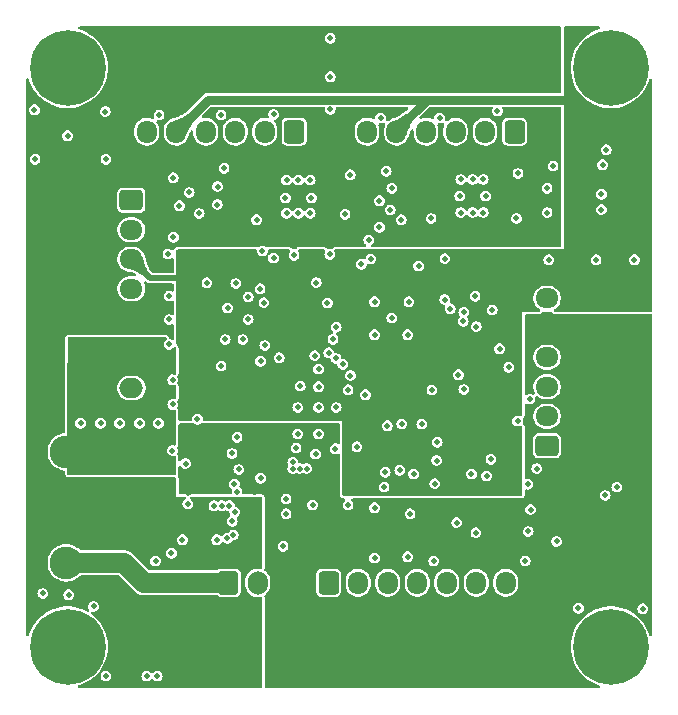
<source format=gbr>
%TF.GenerationSoftware,KiCad,Pcbnew,8.0.5-8.0.5-0~ubuntu24.04.1*%
%TF.CreationDate,2024-10-23T11:08:18+02:00*%
%TF.ProjectId,TagBot,54616742-6f74-42e6-9b69-6361645f7063,rev?*%
%TF.SameCoordinates,Original*%
%TF.FileFunction,Copper,L3,Inr*%
%TF.FilePolarity,Positive*%
%FSLAX46Y46*%
G04 Gerber Fmt 4.6, Leading zero omitted, Abs format (unit mm)*
G04 Created by KiCad (PCBNEW 8.0.5-8.0.5-0~ubuntu24.04.1) date 2024-10-23 11:08:18*
%MOMM*%
%LPD*%
G01*
G04 APERTURE LIST*
G04 Aperture macros list*
%AMRoundRect*
0 Rectangle with rounded corners*
0 $1 Rounding radius*
0 $2 $3 $4 $5 $6 $7 $8 $9 X,Y pos of 4 corners*
0 Add a 4 corners polygon primitive as box body*
4,1,4,$2,$3,$4,$5,$6,$7,$8,$9,$2,$3,0*
0 Add four circle primitives for the rounded corners*
1,1,$1+$1,$2,$3*
1,1,$1+$1,$4,$5*
1,1,$1+$1,$6,$7*
1,1,$1+$1,$8,$9*
0 Add four rect primitives between the rounded corners*
20,1,$1+$1,$2,$3,$4,$5,0*
20,1,$1+$1,$4,$5,$6,$7,0*
20,1,$1+$1,$6,$7,$8,$9,0*
20,1,$1+$1,$8,$9,$2,$3,0*%
G04 Aperture macros list end*
%TA.AperFunction,ComponentPad*%
%ADD10RoundRect,0.250000X-0.600000X-0.750000X0.600000X-0.750000X0.600000X0.750000X-0.600000X0.750000X0*%
%TD*%
%TA.AperFunction,ComponentPad*%
%ADD11O,1.700000X2.000000*%
%TD*%
%TA.AperFunction,ComponentPad*%
%ADD12C,0.800000*%
%TD*%
%TA.AperFunction,ComponentPad*%
%ADD13C,6.400000*%
%TD*%
%TA.AperFunction,ComponentPad*%
%ADD14RoundRect,0.250000X0.600000X0.725000X-0.600000X0.725000X-0.600000X-0.725000X0.600000X-0.725000X0*%
%TD*%
%TA.AperFunction,ComponentPad*%
%ADD15O,1.700000X1.950000*%
%TD*%
%TA.AperFunction,ComponentPad*%
%ADD16C,2.775000*%
%TD*%
%TA.AperFunction,ComponentPad*%
%ADD17RoundRect,0.250000X-0.750000X0.600000X-0.750000X-0.600000X0.750000X-0.600000X0.750000X0.600000X0*%
%TD*%
%TA.AperFunction,ComponentPad*%
%ADD18O,2.000000X1.700000*%
%TD*%
%TA.AperFunction,ComponentPad*%
%ADD19RoundRect,0.250000X0.725000X-0.600000X0.725000X0.600000X-0.725000X0.600000X-0.725000X-0.600000X0*%
%TD*%
%TA.AperFunction,ComponentPad*%
%ADD20O,1.950000X1.700000*%
%TD*%
%TA.AperFunction,ComponentPad*%
%ADD21RoundRect,0.250000X-0.725000X0.600000X-0.725000X-0.600000X0.725000X-0.600000X0.725000X0.600000X0*%
%TD*%
%TA.AperFunction,ComponentPad*%
%ADD22RoundRect,0.250000X-0.600000X-0.725000X0.600000X-0.725000X0.600000X0.725000X-0.600000X0.725000X0*%
%TD*%
%TA.AperFunction,ViaPad*%
%ADD23C,0.500000*%
%TD*%
%TA.AperFunction,Conductor*%
%ADD24C,0.750000*%
%TD*%
%TA.AperFunction,Conductor*%
%ADD25C,0.500000*%
%TD*%
%TA.AperFunction,Conductor*%
%ADD26C,1.700000*%
%TD*%
G04 APERTURE END LIST*
D10*
%TO.N,Net-(J101-Pin_1)*%
%TO.C,Charg*%
X53600000Y-83600000D03*
D11*
%TO.N,GND*%
X56100000Y-83600000D03*
%TD*%
D12*
%TO.N,GND*%
%TO.C,H103*%
X37600000Y-89000000D03*
X38302944Y-87302944D03*
X38302944Y-90697056D03*
X40000000Y-86600000D03*
D13*
X40000000Y-89000000D03*
D12*
X40000000Y-91400000D03*
X41697056Y-87302944D03*
X41697056Y-90697056D03*
X42400000Y-89000000D03*
%TD*%
D14*
%TO.N,/RIGHT_OUT2*%
%TO.C,J1001*%
X77850000Y-45400000D03*
D15*
%TO.N,GND*%
X75350000Y-45400000D03*
%TO.N,/Encoder_Right_A*%
X72850000Y-45400000D03*
%TO.N,/Encoder_Right_B*%
X70350000Y-45400000D03*
%TO.N,+3.3V*%
X67850000Y-45400000D03*
%TO.N,/RIGHT_OUT1*%
X65350000Y-45400000D03*
%TD*%
D12*
%TO.N,GND*%
%TO.C,H101*%
X37600000Y-40000000D03*
X38302944Y-38302944D03*
X38302944Y-41697056D03*
X40000000Y-37600000D03*
D13*
X40000000Y-40000000D03*
D12*
X40000000Y-42400000D03*
X41697056Y-38302944D03*
X41697056Y-41697056D03*
X42400000Y-40000000D03*
%TD*%
D16*
%TO.N,Net-(J101-Pin_1)*%
%TO.C,charg*%
X39900000Y-81900000D03*
%TO.N,/Valim*%
X39900000Y-77200000D03*
%TO.N,/Vbatterie*%
X39900000Y-72500000D03*
%TD*%
D17*
%TO.N,/Vbatterie*%
%TO.C,Batt*%
X45400000Y-64600000D03*
D18*
%TO.N,GND*%
X45400000Y-67100000D03*
%TD*%
D14*
%TO.N,/LEFT_OUT2*%
%TO.C,J1002*%
X59200000Y-45400000D03*
D15*
%TO.N,GND*%
X56700000Y-45400000D03*
%TO.N,/Encoder_Left_A*%
X54200000Y-45400000D03*
%TO.N,/Encoder_Left_B*%
X51700000Y-45400000D03*
%TO.N,+3.3V*%
X49200000Y-45400000D03*
%TO.N,/LEFT_OUT1*%
X46700000Y-45400000D03*
%TD*%
D19*
%TO.N,Net-(J801-Pin_1)*%
%TO.C,LIDAR*%
X80600000Y-72000000D03*
D20*
%TO.N,Net-(J801-Pin_2)*%
X80600000Y-69500000D03*
%TO.N,Net-(J801-Pin_3)*%
X80600000Y-67000000D03*
%TO.N,Net-(J801-Pin_4)*%
X80600000Y-64500000D03*
%TO.N,+5V*%
X80600000Y-62000000D03*
%TO.N,GND*%
X80600000Y-59500000D03*
%TD*%
D21*
%TO.N,/OLED_SDA*%
%TO.C,J1101*%
X45400000Y-51200000D03*
D20*
%TO.N,/OLED_SCL*%
X45400000Y-53700000D03*
%TO.N,+3.3V*%
X45400000Y-56200000D03*
%TO.N,GND*%
X45400000Y-58700000D03*
%TD*%
D12*
%TO.N,GND*%
%TO.C,H104*%
X83600000Y-89000000D03*
X84302944Y-87302944D03*
X84302944Y-90697056D03*
X86000000Y-86600000D03*
D13*
X86000000Y-89000000D03*
D12*
X86000000Y-91400000D03*
X87697056Y-87302944D03*
X87697056Y-90697056D03*
X88400000Y-89000000D03*
%TD*%
%TO.N,GND*%
%TO.C,H102*%
X83600000Y-40000000D03*
X84302944Y-38302944D03*
X84302944Y-41697056D03*
X86000000Y-37600000D03*
D13*
X86000000Y-40000000D03*
D12*
X86000000Y-42400000D03*
X87697056Y-38302944D03*
X87697056Y-41697056D03*
X88400000Y-40000000D03*
%TD*%
D22*
%TO.N,unconnected-(J901-Pin_1-Pad1)*%
%TO.C,J901*%
X62100000Y-83600000D03*
D15*
%TO.N,Net-(J901-Pin_2)*%
X64600000Y-83600000D03*
%TO.N,Net-(J901-Pin_3)*%
X67100000Y-83600000D03*
%TO.N,Net-(J901-Pin_4)*%
X69600000Y-83600000D03*
%TO.N,GND*%
X72100000Y-83600000D03*
%TO.N,/LIDAR_Input*%
X74600000Y-83600000D03*
%TO.N,/LIDAR_Output*%
X77100000Y-83600000D03*
%TO.N,+5V*%
X79600000Y-83600000D03*
%TD*%
D23*
%TO.N,GND*%
X54250000Y-58250000D03*
X68800000Y-81400000D03*
X75850000Y-73150000D03*
X52625000Y-79950000D03*
X59350000Y-72175000D03*
X69000000Y-77750000D03*
X58450000Y-51007500D03*
X71500000Y-44250000D03*
X59550000Y-49507500D03*
X73200000Y-50850000D03*
X78750000Y-81750000D03*
X48900000Y-68500000D03*
X71250000Y-73250000D03*
X56300000Y-58700000D03*
X78100000Y-69900000D03*
X57450000Y-43950000D03*
X56350000Y-64850000D03*
X61250000Y-68750000D03*
X53525000Y-79825000D03*
X59500000Y-71000000D03*
X66800000Y-75500000D03*
X88700000Y-85800000D03*
X47600000Y-91500000D03*
X53000000Y-44000000D03*
X42800000Y-70100000D03*
X74300000Y-49450000D03*
X63950000Y-66050000D03*
X67450000Y-61180000D03*
X54025000Y-79550000D03*
X54350000Y-75900000D03*
X74575000Y-79350000D03*
X61250000Y-71000000D03*
X85200000Y-50700000D03*
X48875000Y-72400000D03*
X66900000Y-74250000D03*
X47750000Y-44000000D03*
X62200000Y-55800000D03*
X40000000Y-45750000D03*
X62750000Y-68750000D03*
X61000000Y-72700000D03*
X74200000Y-74400000D03*
X58500000Y-77750000D03*
X41100000Y-70100000D03*
X78140000Y-48940000D03*
X66000000Y-59800000D03*
X48900000Y-66400000D03*
X46100000Y-70100000D03*
X63750000Y-67250000D03*
X40100000Y-84600000D03*
X48950000Y-49300000D03*
X63750000Y-77000000D03*
X60550000Y-49507500D03*
X66000000Y-62600000D03*
X61050000Y-58175000D03*
X60650000Y-51007500D03*
X72950000Y-78500000D03*
X59550000Y-52307500D03*
X75200000Y-49450000D03*
X80750000Y-56250000D03*
X58500000Y-76500000D03*
X46700000Y-91500000D03*
X52678768Y-51571232D03*
X68900000Y-59800000D03*
X62250000Y-40750000D03*
X58250000Y-80500000D03*
X50300000Y-50550000D03*
X62250000Y-37500000D03*
X37900000Y-84500000D03*
X59175000Y-55875000D03*
X53350000Y-63000000D03*
X66975000Y-48750000D03*
X57450000Y-56100000D03*
X49725000Y-79950000D03*
X56700000Y-63500000D03*
X43250000Y-47750000D03*
X47700000Y-70100000D03*
X66500000Y-44250000D03*
X43200000Y-43700000D03*
X75950000Y-60500000D03*
X43250000Y-91500000D03*
X54150000Y-77600000D03*
X52700000Y-50050000D03*
X75400000Y-50850000D03*
X51000000Y-69750000D03*
X67450000Y-50200000D03*
X68800000Y-62600000D03*
X78950000Y-75250000D03*
X79000000Y-79250000D03*
X85200000Y-52000000D03*
X69300000Y-74400000D03*
X48600000Y-61300000D03*
X76400000Y-43650000D03*
X47450001Y-81750000D03*
X85300000Y-48200000D03*
X48500000Y-55750000D03*
X65675000Y-56175000D03*
X56625000Y-59875000D03*
X42200000Y-85600000D03*
X64500000Y-72075000D03*
X68125000Y-74075000D03*
X73550000Y-67225000D03*
X79150000Y-68050000D03*
X59700000Y-66950000D03*
X53950000Y-78400000D03*
X86500000Y-75500000D03*
X73300000Y-52250000D03*
X75200000Y-52250000D03*
X63925000Y-49050000D03*
X37200000Y-43550000D03*
X83250000Y-85750000D03*
X50000000Y-73500000D03*
X61250000Y-67000000D03*
X62675000Y-72250000D03*
X66000000Y-77250000D03*
X48960000Y-54350000D03*
X85525000Y-76200000D03*
X67321232Y-52021232D03*
X54500000Y-74000000D03*
X71100000Y-75200000D03*
X62250000Y-43500000D03*
X53550000Y-60325000D03*
X71000000Y-81750000D03*
X61250000Y-65500000D03*
X51150000Y-52325000D03*
X53250000Y-48500000D03*
X51800000Y-58200000D03*
X81400000Y-80100000D03*
X58550000Y-52307500D03*
X84750000Y-56250000D03*
X58550000Y-49507500D03*
X48600000Y-63400000D03*
X57925000Y-64550000D03*
X60750000Y-77000000D03*
X59500000Y-68750000D03*
X54850000Y-63000000D03*
X53000000Y-65250000D03*
X77350000Y-65350000D03*
X88000000Y-56250000D03*
X56500000Y-55500000D03*
X73300000Y-49450000D03*
X73100000Y-65975000D03*
X44400000Y-70100000D03*
X49475000Y-51675000D03*
X74300000Y-52250000D03*
X70850000Y-67275000D03*
X48600000Y-59325000D03*
X60550000Y-52307500D03*
X74500000Y-59346036D03*
X54350000Y-71275000D03*
X37250000Y-47750000D03*
X66000000Y-81500000D03*
%TO.N,+3.3V*%
X78125000Y-75900000D03*
X55750000Y-66775000D03*
X61900000Y-58200000D03*
X74046973Y-60056259D03*
X64887306Y-55812694D03*
X74377818Y-67575000D03*
X69975000Y-65675000D03*
X85650000Y-53280000D03*
X55425000Y-66000000D03*
X70100000Y-74300000D03*
X64500000Y-74600000D03*
%TO.N,/BTN_CAT_MOUSE*%
X74600000Y-61900000D03*
X76575000Y-63775000D03*
X62000000Y-59900000D03*
X79200000Y-77400000D03*
%TO.N,/Valim*%
X60600000Y-53900000D03*
X68875000Y-48750000D03*
X76150000Y-53750000D03*
X57125000Y-53900000D03*
X68396232Y-53803768D03*
X53650000Y-53250000D03*
X54625000Y-48875000D03*
X73125000Y-53775000D03*
%TO.N,Net-(U401-SW)*%
X60250000Y-73925000D03*
X53050003Y-77075000D03*
X59075000Y-73375000D03*
X59075000Y-73925000D03*
X59650000Y-73925000D03*
X52400000Y-77075000D03*
X53700006Y-77075000D03*
%TO.N,+5V*%
X55450000Y-71500000D03*
X60400000Y-79150000D03*
X55800000Y-75900000D03*
X55450000Y-73950000D03*
X58925000Y-79125000D03*
X61850000Y-79125000D03*
%TO.N,/USR_LED_1*%
X62750000Y-61955000D03*
X55300000Y-59400000D03*
%TO.N,/USR_LED_2*%
X55300000Y-61300000D03*
X62473731Y-62973731D03*
%TO.N,/SDO-MISO*%
X67075000Y-70300000D03*
X65225000Y-67675000D03*
%TO.N,/Interrupt2*%
X68300000Y-70150000D03*
X62728736Y-64600000D03*
%TO.N,/CS-NSS*%
X71300000Y-71700000D03*
X63300000Y-65100000D03*
%TO.N,/Interrupt1*%
X69987500Y-70162500D03*
X62125000Y-64125000D03*
%TO.N,/STLINK_TX*%
X71950000Y-56150000D03*
X85600000Y-46930000D03*
%TO.N,/STLINK_RX*%
X80596232Y-50200000D03*
X80600000Y-52250000D03*
%TO.N,/Encoder_Left_A*%
X66400000Y-53500000D03*
%TO.N,/Encoder_Left_B*%
X65500000Y-54575000D03*
%TO.N,/Encoder_Right_A*%
X68250000Y-52850000D03*
%TO.N,/Encoder_Right_B*%
X66400000Y-51250000D03*
%TO.N,/OLED_SDA*%
X64871232Y-56628768D03*
%TO.N,/OLED_SCL*%
X69725000Y-56787500D03*
%TO.N,Net-(J801-Pin_1)*%
X79725000Y-73925000D03*
X75477818Y-74550000D03*
%TO.N,Net-(U401-EN{slash}SYNC)*%
X50180288Y-76912662D03*
X53925000Y-72650000D03*
%TO.N,Net-(U401-BST)*%
X54125000Y-75225000D03*
X56350000Y-74750000D03*
%TO.N,/LEFT_FWD*%
X72400000Y-60405000D03*
X56000000Y-52850000D03*
%TO.N,/LEFT_REV*%
X71935000Y-59615000D03*
X63500000Y-52400000D03*
%TO.N,/RIGHT_REV*%
X78000000Y-52750000D03*
X73550000Y-60700000D03*
%TO.N,/RIGHT_FWD*%
X73510362Y-61454378D03*
X70775000Y-52750000D03*
%TO.N,/NRST*%
X48800000Y-81100000D03*
X60937500Y-64362500D03*
X81108591Y-48308591D03*
%TD*%
D24*
%TO.N,+3.3V*%
X67850000Y-45400000D02*
X67850000Y-45250000D01*
X67850000Y-45250000D02*
X70400000Y-42700000D01*
D25*
X50900000Y-57800000D02*
X47000000Y-57800000D01*
D24*
X49200000Y-45400000D02*
X51900000Y-42700000D01*
D25*
X47000000Y-57800000D02*
X45400000Y-56200000D01*
D24*
X82200000Y-42700000D02*
X84300000Y-44800000D01*
X51900000Y-42700000D02*
X70400000Y-42700000D01*
X70400000Y-42700000D02*
X82200000Y-42700000D01*
D26*
%TO.N,Net-(J101-Pin_1)*%
X53600000Y-83600000D02*
X46500000Y-83600000D01*
X44800000Y-81900000D02*
X39900000Y-81900000D01*
X46500000Y-83600000D02*
X44800000Y-81900000D01*
%TD*%
%TA.AperFunction,Conductor*%
%TO.N,+3.3V*%
G36*
X85050717Y-36518936D02*
G01*
X85096472Y-36571740D01*
X85106416Y-36640898D01*
X85077391Y-36704454D01*
X85023271Y-36740760D01*
X84739497Y-36836375D01*
X84739494Y-36836376D01*
X84739486Y-36836379D01*
X84404846Y-36991200D01*
X84404842Y-36991202D01*
X84247294Y-37085996D01*
X84088881Y-37181310D01*
X83993342Y-37253937D01*
X83795330Y-37404461D01*
X83795330Y-37404462D01*
X83527626Y-37658044D01*
X83288909Y-37939083D01*
X83081979Y-38244282D01*
X83081973Y-38244291D01*
X82909261Y-38570061D01*
X82909255Y-38570073D01*
X82772770Y-38912628D01*
X82772768Y-38912634D01*
X82674128Y-39267905D01*
X82674122Y-39267931D01*
X82614470Y-39631786D01*
X82614469Y-39631803D01*
X82594506Y-39999997D01*
X82594506Y-40000002D01*
X82614469Y-40368196D01*
X82614470Y-40368213D01*
X82674122Y-40732068D01*
X82674128Y-40732094D01*
X82772768Y-41087365D01*
X82772770Y-41087371D01*
X82909255Y-41429926D01*
X82909261Y-41429938D01*
X83081973Y-41755708D01*
X83081976Y-41755713D01*
X83081978Y-41755716D01*
X83288910Y-42060917D01*
X83527627Y-42341956D01*
X83795330Y-42595538D01*
X84088881Y-42818690D01*
X84404838Y-43008795D01*
X84404840Y-43008796D01*
X84404842Y-43008797D01*
X84404846Y-43008799D01*
X84492820Y-43049500D01*
X84739497Y-43163625D01*
X85088934Y-43281364D01*
X85449052Y-43360632D01*
X85815630Y-43400500D01*
X85815636Y-43400500D01*
X86184364Y-43400500D01*
X86184370Y-43400500D01*
X86550948Y-43360632D01*
X86911066Y-43281364D01*
X87260503Y-43163625D01*
X87595162Y-43008795D01*
X87911119Y-42818690D01*
X88204670Y-42595538D01*
X88472373Y-42341956D01*
X88711090Y-42060917D01*
X88918022Y-41755716D01*
X89090743Y-41429930D01*
X89227227Y-41087379D01*
X89252581Y-40996063D01*
X89256020Y-40983678D01*
X89292922Y-40924348D01*
X89356042Y-40894387D01*
X89425339Y-40903308D01*
X89478814Y-40948278D01*
X89499486Y-41015019D01*
X89499500Y-41016851D01*
X89499500Y-60526000D01*
X89479815Y-60593039D01*
X89427011Y-60638794D01*
X89375500Y-60650000D01*
X81303526Y-60650000D01*
X81236487Y-60630315D01*
X81190732Y-60577511D01*
X81180788Y-60508353D01*
X81209813Y-60444797D01*
X81234633Y-60422899D01*
X81394655Y-60315977D01*
X81540977Y-60169655D01*
X81655941Y-59997598D01*
X81735130Y-59806420D01*
X81775500Y-59603465D01*
X81775500Y-59396535D01*
X81735130Y-59193580D01*
X81655941Y-59002402D01*
X81540977Y-58830345D01*
X81540975Y-58830342D01*
X81394657Y-58684024D01*
X81289863Y-58614004D01*
X81222598Y-58569059D01*
X81031420Y-58489870D01*
X81031412Y-58489868D01*
X80828469Y-58449500D01*
X80828465Y-58449500D01*
X80371535Y-58449500D01*
X80371530Y-58449500D01*
X80168587Y-58489868D01*
X80168579Y-58489870D01*
X79977403Y-58569058D01*
X79805342Y-58684024D01*
X79659024Y-58830342D01*
X79544058Y-59002403D01*
X79464870Y-59193579D01*
X79464868Y-59193587D01*
X79424500Y-59396530D01*
X79424500Y-59603469D01*
X79464868Y-59806412D01*
X79464870Y-59806420D01*
X79541323Y-59990994D01*
X79544059Y-59997598D01*
X79576442Y-60046063D01*
X79659024Y-60169657D01*
X79805342Y-60315975D01*
X79805345Y-60315977D01*
X79965364Y-60422898D01*
X80010170Y-60476509D01*
X80018877Y-60545834D01*
X79988723Y-60608862D01*
X79929280Y-60645582D01*
X79896474Y-60650000D01*
X78500000Y-60650000D01*
X78500000Y-69394464D01*
X78480315Y-69461503D01*
X78427511Y-69507258D01*
X78358353Y-69517202D01*
X78308964Y-69498781D01*
X78289069Y-69485996D01*
X78289066Y-69485995D01*
X78289063Y-69485993D01*
X78164774Y-69449500D01*
X78164772Y-69449500D01*
X78035228Y-69449500D01*
X78035226Y-69449500D01*
X77910935Y-69485994D01*
X77910932Y-69485995D01*
X77910931Y-69485996D01*
X77883013Y-69503938D01*
X77801950Y-69556033D01*
X77717118Y-69653937D01*
X77717117Y-69653938D01*
X77663302Y-69771774D01*
X77644867Y-69900000D01*
X77663302Y-70028225D01*
X77664235Y-70030267D01*
X77717118Y-70146063D01*
X77801951Y-70243967D01*
X77910931Y-70314004D01*
X78035225Y-70350499D01*
X78035227Y-70350500D01*
X78035228Y-70350500D01*
X78164773Y-70350500D01*
X78164773Y-70350499D01*
X78289069Y-70314004D01*
X78308962Y-70301219D01*
X78375999Y-70281535D01*
X78443039Y-70301219D01*
X78488794Y-70354023D01*
X78500000Y-70405535D01*
X78500000Y-75205429D01*
X78498738Y-75223075D01*
X78494867Y-75249999D01*
X78498738Y-75276923D01*
X78500000Y-75294570D01*
X78500000Y-76126000D01*
X78480315Y-76193039D01*
X78427511Y-76238794D01*
X78376000Y-76250000D01*
X63399000Y-76250000D01*
X63331961Y-76230315D01*
X63286206Y-76177511D01*
X63275000Y-76126000D01*
X63275000Y-75500000D01*
X66344867Y-75500000D01*
X66363302Y-75628225D01*
X66373475Y-75650500D01*
X66417118Y-75746063D01*
X66501951Y-75843967D01*
X66610931Y-75914004D01*
X66735225Y-75950499D01*
X66735227Y-75950500D01*
X66735228Y-75950500D01*
X66864773Y-75950500D01*
X66864773Y-75950499D01*
X66989069Y-75914004D01*
X67098049Y-75843967D01*
X67182882Y-75746063D01*
X67236697Y-75628226D01*
X67255133Y-75500000D01*
X67236697Y-75371774D01*
X67182882Y-75253937D01*
X67136146Y-75200000D01*
X70644867Y-75200000D01*
X70663302Y-75328225D01*
X70717117Y-75446061D01*
X70717118Y-75446063D01*
X70801951Y-75543967D01*
X70910931Y-75614004D01*
X71031250Y-75649332D01*
X71035225Y-75650499D01*
X71035227Y-75650500D01*
X71035228Y-75650500D01*
X71164773Y-75650500D01*
X71164773Y-75650499D01*
X71289069Y-75614004D01*
X71398049Y-75543967D01*
X71482882Y-75446063D01*
X71536697Y-75328226D01*
X71555133Y-75200000D01*
X71536697Y-75071774D01*
X71482882Y-74953937D01*
X71398049Y-74856033D01*
X71289069Y-74785996D01*
X71289065Y-74785994D01*
X71289064Y-74785994D01*
X71164774Y-74749500D01*
X71164772Y-74749500D01*
X71035228Y-74749500D01*
X71035226Y-74749500D01*
X70910935Y-74785994D01*
X70910932Y-74785995D01*
X70910931Y-74785996D01*
X70872030Y-74810996D01*
X70801950Y-74856033D01*
X70717118Y-74953937D01*
X70717117Y-74953938D01*
X70663302Y-75071774D01*
X70644867Y-75200000D01*
X67136146Y-75200000D01*
X67098049Y-75156033D01*
X66989069Y-75085996D01*
X66989065Y-75085994D01*
X66989064Y-75085994D01*
X66864774Y-75049500D01*
X66864772Y-75049500D01*
X66735228Y-75049500D01*
X66735226Y-75049500D01*
X66610935Y-75085994D01*
X66610932Y-75085995D01*
X66610931Y-75085996D01*
X66559677Y-75118934D01*
X66501950Y-75156033D01*
X66417118Y-75253937D01*
X66417117Y-75253938D01*
X66363302Y-75371774D01*
X66344867Y-75500000D01*
X63275000Y-75500000D01*
X63275000Y-74250000D01*
X66444867Y-74250000D01*
X66463302Y-74378225D01*
X66496310Y-74450500D01*
X66517118Y-74496063D01*
X66601951Y-74593967D01*
X66710931Y-74664004D01*
X66759368Y-74678226D01*
X66835225Y-74700499D01*
X66835227Y-74700500D01*
X66835228Y-74700500D01*
X66964773Y-74700500D01*
X66964773Y-74700499D01*
X67089069Y-74664004D01*
X67198049Y-74593967D01*
X67282882Y-74496063D01*
X67336697Y-74378226D01*
X67355133Y-74250000D01*
X67336697Y-74121774D01*
X67315336Y-74075000D01*
X67669867Y-74075000D01*
X67688302Y-74203225D01*
X67732270Y-74299500D01*
X67742118Y-74321063D01*
X67826951Y-74418967D01*
X67935931Y-74489004D01*
X68014540Y-74512085D01*
X68060225Y-74525499D01*
X68060227Y-74525500D01*
X68060228Y-74525500D01*
X68189773Y-74525500D01*
X68189773Y-74525499D01*
X68314069Y-74489004D01*
X68423049Y-74418967D01*
X68439484Y-74400000D01*
X68844867Y-74400000D01*
X68863302Y-74528225D01*
X68888246Y-74582843D01*
X68917118Y-74646063D01*
X69001951Y-74743967D01*
X69110931Y-74814004D01*
X69185831Y-74835996D01*
X69235225Y-74850499D01*
X69235227Y-74850500D01*
X69235228Y-74850500D01*
X69364773Y-74850500D01*
X69364773Y-74850499D01*
X69489069Y-74814004D01*
X69598049Y-74743967D01*
X69682882Y-74646063D01*
X69736697Y-74528226D01*
X69755133Y-74400000D01*
X73744867Y-74400000D01*
X73763302Y-74528225D01*
X73788246Y-74582843D01*
X73817118Y-74646063D01*
X73901951Y-74743967D01*
X74010931Y-74814004D01*
X74085831Y-74835996D01*
X74135225Y-74850499D01*
X74135227Y-74850500D01*
X74135228Y-74850500D01*
X74264773Y-74850500D01*
X74264773Y-74850499D01*
X74389069Y-74814004D01*
X74498049Y-74743967D01*
X74582882Y-74646063D01*
X74626753Y-74550000D01*
X75022685Y-74550000D01*
X75041120Y-74678225D01*
X75094935Y-74796061D01*
X75094936Y-74796063D01*
X75179769Y-74893967D01*
X75288749Y-74964004D01*
X75397935Y-74996063D01*
X75413043Y-75000499D01*
X75413045Y-75000500D01*
X75413046Y-75000500D01*
X75542591Y-75000500D01*
X75542591Y-75000499D01*
X75666887Y-74964004D01*
X75775867Y-74893967D01*
X75860700Y-74796063D01*
X75914515Y-74678226D01*
X75932951Y-74550000D01*
X75914515Y-74421774D01*
X75860700Y-74303937D01*
X75775867Y-74206033D01*
X75666887Y-74135996D01*
X75666883Y-74135994D01*
X75666882Y-74135994D01*
X75542592Y-74099500D01*
X75542590Y-74099500D01*
X75413046Y-74099500D01*
X75413044Y-74099500D01*
X75288753Y-74135994D01*
X75288750Y-74135995D01*
X75288749Y-74135996D01*
X75260831Y-74153938D01*
X75179768Y-74206033D01*
X75094936Y-74303937D01*
X75094935Y-74303938D01*
X75041120Y-74421774D01*
X75022685Y-74550000D01*
X74626753Y-74550000D01*
X74636697Y-74528226D01*
X74655133Y-74400000D01*
X74636697Y-74271774D01*
X74582882Y-74153937D01*
X74498049Y-74056033D01*
X74389069Y-73985996D01*
X74389065Y-73985994D01*
X74389064Y-73985994D01*
X74264774Y-73949500D01*
X74264772Y-73949500D01*
X74135228Y-73949500D01*
X74135226Y-73949500D01*
X74010935Y-73985994D01*
X74010932Y-73985995D01*
X74010931Y-73985996D01*
X73983013Y-74003938D01*
X73901950Y-74056033D01*
X73817118Y-74153937D01*
X73817117Y-74153938D01*
X73763302Y-74271774D01*
X73744867Y-74400000D01*
X69755133Y-74400000D01*
X69736697Y-74271774D01*
X69682882Y-74153937D01*
X69598049Y-74056033D01*
X69489069Y-73985996D01*
X69489065Y-73985994D01*
X69489064Y-73985994D01*
X69364774Y-73949500D01*
X69364772Y-73949500D01*
X69235228Y-73949500D01*
X69235226Y-73949500D01*
X69110935Y-73985994D01*
X69110932Y-73985995D01*
X69110931Y-73985996D01*
X69083013Y-74003938D01*
X69001950Y-74056033D01*
X68917118Y-74153937D01*
X68917117Y-74153938D01*
X68863302Y-74271774D01*
X68844867Y-74400000D01*
X68439484Y-74400000D01*
X68507882Y-74321063D01*
X68561697Y-74203226D01*
X68580133Y-74075000D01*
X68561697Y-73946774D01*
X68507882Y-73828937D01*
X68423049Y-73731033D01*
X68314069Y-73660996D01*
X68314065Y-73660994D01*
X68314064Y-73660994D01*
X68189774Y-73624500D01*
X68189772Y-73624500D01*
X68060228Y-73624500D01*
X68060226Y-73624500D01*
X67935935Y-73660994D01*
X67935932Y-73660995D01*
X67935931Y-73660996D01*
X67884677Y-73693934D01*
X67826950Y-73731033D01*
X67742118Y-73828937D01*
X67742117Y-73828938D01*
X67688302Y-73946774D01*
X67669867Y-74075000D01*
X67315336Y-74075000D01*
X67282882Y-74003937D01*
X67198049Y-73906033D01*
X67089069Y-73835996D01*
X67089065Y-73835994D01*
X67089064Y-73835994D01*
X66964774Y-73799500D01*
X66964772Y-73799500D01*
X66835228Y-73799500D01*
X66835226Y-73799500D01*
X66710935Y-73835994D01*
X66710932Y-73835995D01*
X66710931Y-73835996D01*
X66659677Y-73868934D01*
X66601950Y-73906033D01*
X66517118Y-74003937D01*
X66517117Y-74003938D01*
X66463302Y-74121774D01*
X66444867Y-74250000D01*
X63275000Y-74250000D01*
X63275000Y-73250000D01*
X70794867Y-73250000D01*
X70813302Y-73378225D01*
X70821449Y-73396063D01*
X70867118Y-73496063D01*
X70951951Y-73593967D01*
X71060931Y-73664004D01*
X71185225Y-73700499D01*
X71185227Y-73700500D01*
X71185228Y-73700500D01*
X71314773Y-73700500D01*
X71314773Y-73700499D01*
X71439069Y-73664004D01*
X71548049Y-73593967D01*
X71632882Y-73496063D01*
X71686697Y-73378226D01*
X71705133Y-73250000D01*
X71690755Y-73150000D01*
X75394867Y-73150000D01*
X75413302Y-73278225D01*
X75458972Y-73378226D01*
X75467118Y-73396063D01*
X75551951Y-73493967D01*
X75660931Y-73564004D01*
X75785225Y-73600499D01*
X75785227Y-73600500D01*
X75785228Y-73600500D01*
X75914773Y-73600500D01*
X75914773Y-73600499D01*
X76039069Y-73564004D01*
X76148049Y-73493967D01*
X76232882Y-73396063D01*
X76286697Y-73278226D01*
X76305133Y-73150000D01*
X76286697Y-73021774D01*
X76232882Y-72903937D01*
X76148049Y-72806033D01*
X76039069Y-72735996D01*
X76039065Y-72735994D01*
X76039064Y-72735994D01*
X75914774Y-72699500D01*
X75914772Y-72699500D01*
X75785228Y-72699500D01*
X75785226Y-72699500D01*
X75660935Y-72735994D01*
X75660932Y-72735995D01*
X75660931Y-72735996D01*
X75627663Y-72757376D01*
X75551950Y-72806033D01*
X75467118Y-72903937D01*
X75467117Y-72903938D01*
X75413302Y-73021774D01*
X75394867Y-73150000D01*
X71690755Y-73150000D01*
X71686697Y-73121774D01*
X71632882Y-73003937D01*
X71548049Y-72906033D01*
X71439069Y-72835996D01*
X71439065Y-72835994D01*
X71439064Y-72835994D01*
X71314774Y-72799500D01*
X71314772Y-72799500D01*
X71185228Y-72799500D01*
X71185226Y-72799500D01*
X71060935Y-72835994D01*
X71060932Y-72835995D01*
X71060931Y-72835996D01*
X71049857Y-72843113D01*
X70951950Y-72906033D01*
X70867118Y-73003937D01*
X70867117Y-73003938D01*
X70813302Y-73121774D01*
X70794867Y-73250000D01*
X63275000Y-73250000D01*
X63275000Y-72075000D01*
X64044867Y-72075000D01*
X64063302Y-72203225D01*
X64084436Y-72249500D01*
X64117118Y-72321063D01*
X64201951Y-72418967D01*
X64310931Y-72489004D01*
X64435225Y-72525499D01*
X64435227Y-72525500D01*
X64435228Y-72525500D01*
X64564773Y-72525500D01*
X64564773Y-72525499D01*
X64689069Y-72489004D01*
X64798049Y-72418967D01*
X64882882Y-72321063D01*
X64936697Y-72203226D01*
X64955133Y-72075000D01*
X64936697Y-71946774D01*
X64882882Y-71828937D01*
X64798049Y-71731033D01*
X64749761Y-71700000D01*
X70844867Y-71700000D01*
X70863302Y-71828225D01*
X70902477Y-71914004D01*
X70917118Y-71946063D01*
X71001951Y-72043967D01*
X71110931Y-72114004D01*
X71155312Y-72127035D01*
X71235225Y-72150499D01*
X71235227Y-72150500D01*
X71235228Y-72150500D01*
X71364773Y-72150500D01*
X71364773Y-72150499D01*
X71489069Y-72114004D01*
X71598049Y-72043967D01*
X71682882Y-71946063D01*
X71736697Y-71828226D01*
X71755133Y-71700000D01*
X71736697Y-71571774D01*
X71682882Y-71453937D01*
X71598049Y-71356033D01*
X71489069Y-71285996D01*
X71489065Y-71285994D01*
X71489064Y-71285994D01*
X71364774Y-71249500D01*
X71364772Y-71249500D01*
X71235228Y-71249500D01*
X71235226Y-71249500D01*
X71110935Y-71285994D01*
X71110932Y-71285995D01*
X71110931Y-71285996D01*
X71059677Y-71318934D01*
X71001950Y-71356033D01*
X70917118Y-71453937D01*
X70917117Y-71453938D01*
X70863302Y-71571774D01*
X70844867Y-71700000D01*
X64749761Y-71700000D01*
X64689069Y-71660996D01*
X64689065Y-71660994D01*
X64689064Y-71660994D01*
X64564774Y-71624500D01*
X64564772Y-71624500D01*
X64435228Y-71624500D01*
X64435226Y-71624500D01*
X64310935Y-71660994D01*
X64310932Y-71660995D01*
X64310931Y-71660996D01*
X64267350Y-71689004D01*
X64201950Y-71731033D01*
X64117118Y-71828937D01*
X64117117Y-71828938D01*
X64063302Y-71946774D01*
X64044867Y-72075000D01*
X63275000Y-72075000D01*
X63275000Y-70300000D01*
X66619867Y-70300000D01*
X66638302Y-70428225D01*
X66668326Y-70493966D01*
X66692118Y-70546063D01*
X66776951Y-70643967D01*
X66885931Y-70714004D01*
X67010225Y-70750499D01*
X67010227Y-70750500D01*
X67010228Y-70750500D01*
X67139773Y-70750500D01*
X67139773Y-70750499D01*
X67264069Y-70714004D01*
X67373049Y-70643967D01*
X67457882Y-70546063D01*
X67511697Y-70428226D01*
X67530133Y-70300000D01*
X67511697Y-70171774D01*
X67501753Y-70150000D01*
X67844867Y-70150000D01*
X67863302Y-70278225D01*
X67917117Y-70396061D01*
X67917118Y-70396063D01*
X68001951Y-70493967D01*
X68110931Y-70564004D01*
X68153507Y-70576505D01*
X68235225Y-70600499D01*
X68235227Y-70600500D01*
X68235228Y-70600500D01*
X68364773Y-70600500D01*
X68364773Y-70600499D01*
X68489069Y-70564004D01*
X68598049Y-70493967D01*
X68682882Y-70396063D01*
X68736697Y-70278226D01*
X68753336Y-70162500D01*
X69532367Y-70162500D01*
X69550802Y-70290725D01*
X69578101Y-70350500D01*
X69604618Y-70408563D01*
X69689451Y-70506467D01*
X69798431Y-70576504D01*
X69880156Y-70600500D01*
X69922725Y-70612999D01*
X69922727Y-70613000D01*
X69922728Y-70613000D01*
X70052273Y-70613000D01*
X70052273Y-70612999D01*
X70176569Y-70576504D01*
X70285549Y-70506467D01*
X70370382Y-70408563D01*
X70424197Y-70290726D01*
X70442633Y-70162500D01*
X70424197Y-70034274D01*
X70370382Y-69916437D01*
X70285549Y-69818533D01*
X70176569Y-69748496D01*
X70176565Y-69748494D01*
X70176564Y-69748494D01*
X70052274Y-69712000D01*
X70052272Y-69712000D01*
X69922728Y-69712000D01*
X69922726Y-69712000D01*
X69798435Y-69748494D01*
X69798432Y-69748495D01*
X69798431Y-69748496D01*
X69762210Y-69771774D01*
X69689450Y-69818533D01*
X69604618Y-69916437D01*
X69604617Y-69916438D01*
X69550802Y-70034274D01*
X69532367Y-70162500D01*
X68753336Y-70162500D01*
X68755133Y-70150000D01*
X68736697Y-70021774D01*
X68682882Y-69903937D01*
X68598049Y-69806033D01*
X68489069Y-69735996D01*
X68489065Y-69735994D01*
X68489064Y-69735994D01*
X68364774Y-69699500D01*
X68364772Y-69699500D01*
X68235228Y-69699500D01*
X68235226Y-69699500D01*
X68110935Y-69735994D01*
X68110932Y-69735995D01*
X68110931Y-69735996D01*
X68076143Y-69758353D01*
X68001950Y-69806033D01*
X67917118Y-69903937D01*
X67917117Y-69903938D01*
X67863302Y-70021774D01*
X67844867Y-70150000D01*
X67501753Y-70150000D01*
X67457882Y-70053937D01*
X67373049Y-69956033D01*
X67264069Y-69885996D01*
X67264065Y-69885994D01*
X67264064Y-69885994D01*
X67139774Y-69849500D01*
X67139772Y-69849500D01*
X67010228Y-69849500D01*
X67010226Y-69849500D01*
X66885935Y-69885994D01*
X66885932Y-69885995D01*
X66885931Y-69885996D01*
X66858013Y-69903938D01*
X66776950Y-69956033D01*
X66692118Y-70053937D01*
X66692117Y-70053938D01*
X66638302Y-70171774D01*
X66619867Y-70300000D01*
X63275000Y-70300000D01*
X63275000Y-69900000D01*
X51576670Y-69900000D01*
X51509631Y-69880315D01*
X51463876Y-69827511D01*
X51453932Y-69758353D01*
X51455133Y-69750000D01*
X51436697Y-69621774D01*
X51382882Y-69503937D01*
X51298049Y-69406033D01*
X51189069Y-69335996D01*
X51189065Y-69335994D01*
X51189064Y-69335994D01*
X51064774Y-69299500D01*
X51064772Y-69299500D01*
X50935228Y-69299500D01*
X50935226Y-69299500D01*
X50810935Y-69335994D01*
X50810932Y-69335995D01*
X50810931Y-69335996D01*
X50759677Y-69368934D01*
X50701950Y-69406033D01*
X50617118Y-69503937D01*
X50617117Y-69503938D01*
X50563302Y-69621774D01*
X50544867Y-69750000D01*
X50546068Y-69758353D01*
X50536124Y-69827512D01*
X50490369Y-69880316D01*
X50423330Y-69900000D01*
X49514531Y-69900000D01*
X49447492Y-69880315D01*
X49401737Y-69827511D01*
X49390531Y-69775734D01*
X49392084Y-69051725D01*
X49392084Y-69051722D01*
X49391576Y-69036839D01*
X49390314Y-69018926D01*
X49372251Y-68948000D01*
X49343226Y-68884444D01*
X49331405Y-68862259D01*
X49331403Y-68862257D01*
X49331401Y-68862254D01*
X49321716Y-68852370D01*
X49288857Y-68790709D01*
X49292185Y-68750000D01*
X59044867Y-68750000D01*
X59063302Y-68878225D01*
X59066146Y-68884452D01*
X59117118Y-68996063D01*
X59201951Y-69093967D01*
X59310931Y-69164004D01*
X59435225Y-69200499D01*
X59435227Y-69200500D01*
X59435228Y-69200500D01*
X59564773Y-69200500D01*
X59564773Y-69200499D01*
X59689069Y-69164004D01*
X59798049Y-69093967D01*
X59882882Y-68996063D01*
X59936697Y-68878226D01*
X59955133Y-68750000D01*
X60794867Y-68750000D01*
X60813302Y-68878225D01*
X60816146Y-68884452D01*
X60867118Y-68996063D01*
X60951951Y-69093967D01*
X61060931Y-69164004D01*
X61185225Y-69200499D01*
X61185227Y-69200500D01*
X61185228Y-69200500D01*
X61314773Y-69200500D01*
X61314773Y-69200499D01*
X61439069Y-69164004D01*
X61548049Y-69093967D01*
X61632882Y-68996063D01*
X61686697Y-68878226D01*
X61705133Y-68750000D01*
X62294867Y-68750000D01*
X62313302Y-68878225D01*
X62316146Y-68884452D01*
X62367118Y-68996063D01*
X62451951Y-69093967D01*
X62560931Y-69164004D01*
X62685225Y-69200499D01*
X62685227Y-69200500D01*
X62685228Y-69200500D01*
X62814773Y-69200500D01*
X62814773Y-69200499D01*
X62939069Y-69164004D01*
X63048049Y-69093967D01*
X63132882Y-68996063D01*
X63186697Y-68878226D01*
X63205133Y-68750000D01*
X63186697Y-68621774D01*
X63132882Y-68503937D01*
X63048049Y-68406033D01*
X62939069Y-68335996D01*
X62939065Y-68335994D01*
X62939064Y-68335994D01*
X62814774Y-68299500D01*
X62814772Y-68299500D01*
X62685228Y-68299500D01*
X62685226Y-68299500D01*
X62560935Y-68335994D01*
X62560932Y-68335995D01*
X62560931Y-68335996D01*
X62509677Y-68368934D01*
X62451950Y-68406033D01*
X62367118Y-68503937D01*
X62367117Y-68503938D01*
X62313302Y-68621774D01*
X62294867Y-68750000D01*
X61705133Y-68750000D01*
X61686697Y-68621774D01*
X61632882Y-68503937D01*
X61548049Y-68406033D01*
X61439069Y-68335996D01*
X61439065Y-68335994D01*
X61439064Y-68335994D01*
X61314774Y-68299500D01*
X61314772Y-68299500D01*
X61185228Y-68299500D01*
X61185226Y-68299500D01*
X61060935Y-68335994D01*
X61060932Y-68335995D01*
X61060931Y-68335996D01*
X61009677Y-68368934D01*
X60951950Y-68406033D01*
X60867118Y-68503937D01*
X60867117Y-68503938D01*
X60813302Y-68621774D01*
X60794867Y-68750000D01*
X59955133Y-68750000D01*
X59936697Y-68621774D01*
X59882882Y-68503937D01*
X59798049Y-68406033D01*
X59689069Y-68335996D01*
X59689065Y-68335994D01*
X59689064Y-68335994D01*
X59564774Y-68299500D01*
X59564772Y-68299500D01*
X59435228Y-68299500D01*
X59435226Y-68299500D01*
X59310935Y-68335994D01*
X59310932Y-68335995D01*
X59310931Y-68335996D01*
X59259677Y-68368934D01*
X59201950Y-68406033D01*
X59117118Y-68503937D01*
X59117117Y-68503938D01*
X59063302Y-68621774D01*
X59044867Y-68750000D01*
X49292185Y-68750000D01*
X49294550Y-68721072D01*
X49297491Y-68714074D01*
X49336697Y-68628225D01*
X49355133Y-68500000D01*
X49336697Y-68371774D01*
X49299714Y-68290795D01*
X49289771Y-68221639D01*
X49316725Y-68162615D01*
X49315948Y-68162018D01*
X49318537Y-68158645D01*
X49318795Y-68158083D01*
X49319740Y-68157080D01*
X49321346Y-68154987D01*
X49321351Y-68154983D01*
X49366170Y-68075262D01*
X49385999Y-68008265D01*
X49394448Y-67950385D01*
X49396593Y-66950398D01*
X49396579Y-66950000D01*
X59244867Y-66950000D01*
X59263302Y-67078225D01*
X59294608Y-67146774D01*
X59317118Y-67196063D01*
X59401951Y-67293967D01*
X59510931Y-67364004D01*
X59559368Y-67378226D01*
X59635225Y-67400499D01*
X59635227Y-67400500D01*
X59635228Y-67400500D01*
X59764773Y-67400500D01*
X59764773Y-67400499D01*
X59889069Y-67364004D01*
X59998049Y-67293967D01*
X60082882Y-67196063D01*
X60136697Y-67078226D01*
X60147944Y-67000000D01*
X60794867Y-67000000D01*
X60813302Y-67128225D01*
X60844283Y-67196062D01*
X60867118Y-67246063D01*
X60951951Y-67343967D01*
X61060931Y-67414004D01*
X61111793Y-67428938D01*
X61185225Y-67450499D01*
X61185227Y-67450500D01*
X61185228Y-67450500D01*
X61314773Y-67450500D01*
X61314773Y-67450499D01*
X61439069Y-67414004D01*
X61548049Y-67343967D01*
X61629471Y-67250000D01*
X63294867Y-67250000D01*
X63313302Y-67378225D01*
X63346309Y-67450499D01*
X63367118Y-67496063D01*
X63451951Y-67593967D01*
X63560931Y-67664004D01*
X63646079Y-67689005D01*
X63685225Y-67700499D01*
X63685227Y-67700500D01*
X63685228Y-67700500D01*
X63814773Y-67700500D01*
X63814773Y-67700499D01*
X63901618Y-67675000D01*
X64769867Y-67675000D01*
X64788302Y-67803225D01*
X64794126Y-67815977D01*
X64842118Y-67921063D01*
X64926951Y-68018967D01*
X65035931Y-68089004D01*
X65160225Y-68125499D01*
X65160227Y-68125500D01*
X65160228Y-68125500D01*
X65289773Y-68125500D01*
X65289773Y-68125499D01*
X65414069Y-68089004D01*
X65523049Y-68018967D01*
X65607882Y-67921063D01*
X65661697Y-67803226D01*
X65680133Y-67675000D01*
X65661697Y-67546774D01*
X65607882Y-67428937D01*
X65523049Y-67331033D01*
X65435860Y-67275000D01*
X70394867Y-67275000D01*
X70413302Y-67403225D01*
X70444283Y-67471062D01*
X70467118Y-67521063D01*
X70551951Y-67618967D01*
X70660931Y-67689004D01*
X70700084Y-67700500D01*
X70785225Y-67725499D01*
X70785227Y-67725500D01*
X70785228Y-67725500D01*
X70914773Y-67725500D01*
X70914773Y-67725499D01*
X71039069Y-67689004D01*
X71148049Y-67618967D01*
X71232882Y-67521063D01*
X71286697Y-67403226D01*
X71305133Y-67275000D01*
X71297944Y-67225000D01*
X73094867Y-67225000D01*
X73113302Y-67353225D01*
X73157727Y-67450500D01*
X73167118Y-67471063D01*
X73251951Y-67568967D01*
X73360931Y-67639004D01*
X73485225Y-67675499D01*
X73485227Y-67675500D01*
X73485228Y-67675500D01*
X73614773Y-67675500D01*
X73614773Y-67675499D01*
X73739069Y-67639004D01*
X73848049Y-67568967D01*
X73932882Y-67471063D01*
X73986697Y-67353226D01*
X74005133Y-67225000D01*
X73986697Y-67096774D01*
X73932882Y-66978937D01*
X73848049Y-66881033D01*
X73739069Y-66810996D01*
X73739065Y-66810994D01*
X73739064Y-66810994D01*
X73614774Y-66774500D01*
X73614772Y-66774500D01*
X73485228Y-66774500D01*
X73485226Y-66774500D01*
X73360935Y-66810994D01*
X73360932Y-66810995D01*
X73360931Y-66810996D01*
X73322033Y-66835994D01*
X73251950Y-66881033D01*
X73167118Y-66978937D01*
X73167117Y-66978938D01*
X73113302Y-67096774D01*
X73094867Y-67225000D01*
X71297944Y-67225000D01*
X71286697Y-67146774D01*
X71232882Y-67028937D01*
X71148049Y-66931033D01*
X71039069Y-66860996D01*
X71039065Y-66860994D01*
X71039064Y-66860994D01*
X70914774Y-66824500D01*
X70914772Y-66824500D01*
X70785228Y-66824500D01*
X70785226Y-66824500D01*
X70660935Y-66860994D01*
X70660932Y-66860995D01*
X70660931Y-66860996D01*
X70629753Y-66881033D01*
X70551950Y-66931033D01*
X70467118Y-67028937D01*
X70467117Y-67028938D01*
X70413302Y-67146774D01*
X70394867Y-67275000D01*
X65435860Y-67275000D01*
X65414069Y-67260996D01*
X65414065Y-67260994D01*
X65414064Y-67260994D01*
X65289774Y-67224500D01*
X65289772Y-67224500D01*
X65160228Y-67224500D01*
X65160226Y-67224500D01*
X65035935Y-67260994D01*
X65035932Y-67260995D01*
X65035931Y-67260996D01*
X64984677Y-67293934D01*
X64926950Y-67331033D01*
X64842118Y-67428937D01*
X64842117Y-67428938D01*
X64788302Y-67546774D01*
X64769867Y-67675000D01*
X63901618Y-67675000D01*
X63939069Y-67664004D01*
X64048049Y-67593967D01*
X64132882Y-67496063D01*
X64186697Y-67378226D01*
X64205133Y-67250000D01*
X64186697Y-67121774D01*
X64132882Y-67003937D01*
X64048049Y-66906033D01*
X63939069Y-66835996D01*
X63939065Y-66835994D01*
X63939064Y-66835994D01*
X63814774Y-66799500D01*
X63814772Y-66799500D01*
X63685228Y-66799500D01*
X63685226Y-66799500D01*
X63560935Y-66835994D01*
X63560932Y-66835995D01*
X63560931Y-66835996D01*
X63533657Y-66853524D01*
X63451950Y-66906033D01*
X63367118Y-67003937D01*
X63367117Y-67003938D01*
X63313302Y-67121774D01*
X63294867Y-67250000D01*
X61629471Y-67250000D01*
X61632882Y-67246063D01*
X61686697Y-67128226D01*
X61705133Y-67000000D01*
X61686697Y-66871774D01*
X61632882Y-66753937D01*
X61548049Y-66656033D01*
X61439069Y-66585996D01*
X61439065Y-66585994D01*
X61439064Y-66585994D01*
X61314774Y-66549500D01*
X61314772Y-66549500D01*
X61185228Y-66549500D01*
X61185226Y-66549500D01*
X61060935Y-66585994D01*
X61060932Y-66585995D01*
X61060931Y-66585996D01*
X61029753Y-66606033D01*
X60951950Y-66656033D01*
X60867118Y-66753937D01*
X60867117Y-66753938D01*
X60813302Y-66871774D01*
X60794867Y-67000000D01*
X60147944Y-67000000D01*
X60155133Y-66950000D01*
X60136697Y-66821774D01*
X60082882Y-66703937D01*
X59998049Y-66606033D01*
X59889069Y-66535996D01*
X59889065Y-66535994D01*
X59889064Y-66535994D01*
X59764774Y-66499500D01*
X59764772Y-66499500D01*
X59635228Y-66499500D01*
X59635226Y-66499500D01*
X59510935Y-66535994D01*
X59510932Y-66535995D01*
X59510931Y-66535996D01*
X59459677Y-66568934D01*
X59401950Y-66606033D01*
X59317118Y-66703937D01*
X59317117Y-66703938D01*
X59263302Y-66821774D01*
X59244867Y-66950000D01*
X49396579Y-66950000D01*
X49396085Y-66935515D01*
X49394823Y-66917602D01*
X49380407Y-66860996D01*
X49376761Y-66846679D01*
X49376761Y-66846678D01*
X49347739Y-66783128D01*
X49335915Y-66760937D01*
X49335914Y-66760935D01*
X49335911Y-66760932D01*
X49335909Y-66760929D01*
X49323559Y-66748324D01*
X49290702Y-66686662D01*
X49296398Y-66617025D01*
X49299337Y-66610031D01*
X49310315Y-66585994D01*
X49336697Y-66528226D01*
X49355133Y-66400000D01*
X49336697Y-66271774D01*
X49301521Y-66194750D01*
X49291577Y-66125591D01*
X49320602Y-66062035D01*
X49325195Y-66057162D01*
X49325849Y-66056309D01*
X49325854Y-66056305D01*
X49329399Y-66050000D01*
X63494867Y-66050000D01*
X63513302Y-66178225D01*
X63532866Y-66221063D01*
X63567118Y-66296063D01*
X63651951Y-66393967D01*
X63760931Y-66464004D01*
X63885225Y-66500499D01*
X63885227Y-66500500D01*
X63885228Y-66500500D01*
X64014773Y-66500500D01*
X64014773Y-66500499D01*
X64139069Y-66464004D01*
X64248049Y-66393967D01*
X64332882Y-66296063D01*
X64386697Y-66178226D01*
X64405133Y-66050000D01*
X64394350Y-65975000D01*
X72644867Y-65975000D01*
X72663302Y-66103225D01*
X72686462Y-66153937D01*
X72717118Y-66221063D01*
X72801951Y-66318967D01*
X72910931Y-66389004D01*
X72939557Y-66397409D01*
X73035225Y-66425499D01*
X73035227Y-66425500D01*
X73035228Y-66425500D01*
X73164773Y-66425500D01*
X73164773Y-66425499D01*
X73289069Y-66389004D01*
X73398049Y-66318967D01*
X73482882Y-66221063D01*
X73536697Y-66103226D01*
X73555133Y-65975000D01*
X73536697Y-65846774D01*
X73482882Y-65728937D01*
X73398049Y-65631033D01*
X73289069Y-65560996D01*
X73289065Y-65560994D01*
X73289064Y-65560994D01*
X73164774Y-65524500D01*
X73164772Y-65524500D01*
X73035228Y-65524500D01*
X73035226Y-65524500D01*
X72910935Y-65560994D01*
X72910932Y-65560995D01*
X72910931Y-65560996D01*
X72859677Y-65593934D01*
X72801950Y-65631033D01*
X72717118Y-65728937D01*
X72717117Y-65728938D01*
X72663302Y-65846774D01*
X72644867Y-65975000D01*
X64394350Y-65975000D01*
X64386697Y-65921774D01*
X64332882Y-65803937D01*
X64248049Y-65706033D01*
X64139069Y-65635996D01*
X64139065Y-65635994D01*
X64139064Y-65635994D01*
X64014774Y-65599500D01*
X64014772Y-65599500D01*
X63885228Y-65599500D01*
X63885226Y-65599500D01*
X63760935Y-65635994D01*
X63760932Y-65635995D01*
X63760931Y-65635996D01*
X63717350Y-65664004D01*
X63651950Y-65706033D01*
X63567118Y-65803937D01*
X63567117Y-65803938D01*
X63513302Y-65921774D01*
X63494867Y-66050000D01*
X49329399Y-66050000D01*
X49370673Y-65976584D01*
X49390502Y-65909587D01*
X49398951Y-65851707D01*
X49400242Y-65250000D01*
X52544867Y-65250000D01*
X52563302Y-65378225D01*
X52608972Y-65478226D01*
X52617118Y-65496063D01*
X52701951Y-65593967D01*
X52810931Y-65664004D01*
X52935225Y-65700499D01*
X52935227Y-65700500D01*
X52935228Y-65700500D01*
X53064773Y-65700500D01*
X53064773Y-65700499D01*
X53189069Y-65664004D01*
X53298049Y-65593967D01*
X53379471Y-65500000D01*
X60794867Y-65500000D01*
X60813302Y-65628225D01*
X60859297Y-65728937D01*
X60867118Y-65746063D01*
X60951951Y-65843967D01*
X61060931Y-65914004D01*
X61185225Y-65950499D01*
X61185227Y-65950500D01*
X61185228Y-65950500D01*
X61314773Y-65950500D01*
X61314773Y-65950499D01*
X61439069Y-65914004D01*
X61548049Y-65843967D01*
X61632882Y-65746063D01*
X61686697Y-65628226D01*
X61705133Y-65500000D01*
X61686697Y-65371774D01*
X61632882Y-65253937D01*
X61548049Y-65156033D01*
X61439069Y-65085996D01*
X61439065Y-65085994D01*
X61439064Y-65085994D01*
X61314774Y-65049500D01*
X61314772Y-65049500D01*
X61185228Y-65049500D01*
X61185226Y-65049500D01*
X61060935Y-65085994D01*
X61060932Y-65085995D01*
X61060931Y-65085996D01*
X61033013Y-65103938D01*
X60951950Y-65156033D01*
X60867118Y-65253937D01*
X60867117Y-65253938D01*
X60813302Y-65371774D01*
X60794867Y-65500000D01*
X53379471Y-65500000D01*
X53382882Y-65496063D01*
X53436697Y-65378226D01*
X53455133Y-65250000D01*
X53436697Y-65121774D01*
X53382882Y-65003937D01*
X53298049Y-64906033D01*
X53210860Y-64850000D01*
X55894867Y-64850000D01*
X55913302Y-64978225D01*
X55967117Y-65096061D01*
X55967118Y-65096063D01*
X56051951Y-65193967D01*
X56160931Y-65264004D01*
X56285225Y-65300499D01*
X56285227Y-65300500D01*
X56285228Y-65300500D01*
X56414773Y-65300500D01*
X56414773Y-65300499D01*
X56539069Y-65264004D01*
X56648049Y-65193967D01*
X56732882Y-65096063D01*
X56786697Y-64978226D01*
X56805133Y-64850000D01*
X56786697Y-64721774D01*
X56732882Y-64603937D01*
X56686146Y-64550000D01*
X57469867Y-64550000D01*
X57488302Y-64678225D01*
X57533186Y-64776505D01*
X57542118Y-64796063D01*
X57626951Y-64893967D01*
X57735931Y-64964004D01*
X57860225Y-65000499D01*
X57860227Y-65000500D01*
X57860228Y-65000500D01*
X57989773Y-65000500D01*
X57989773Y-65000499D01*
X58114069Y-64964004D01*
X58223049Y-64893967D01*
X58307882Y-64796063D01*
X58361697Y-64678226D01*
X58380133Y-64550000D01*
X58361697Y-64421774D01*
X58334627Y-64362500D01*
X60482367Y-64362500D01*
X60500802Y-64490725D01*
X60548508Y-64595185D01*
X60554618Y-64608563D01*
X60639451Y-64706467D01*
X60748431Y-64776504D01*
X60850318Y-64806420D01*
X60872725Y-64812999D01*
X60872727Y-64813000D01*
X60872728Y-64813000D01*
X61002273Y-64813000D01*
X61002273Y-64812999D01*
X61126569Y-64776504D01*
X61235549Y-64706467D01*
X61320382Y-64608563D01*
X61374197Y-64490726D01*
X61392633Y-64362500D01*
X61374197Y-64234274D01*
X61324293Y-64125000D01*
X61669867Y-64125000D01*
X61688302Y-64253225D01*
X61734297Y-64353937D01*
X61742118Y-64371063D01*
X61826951Y-64468967D01*
X61935931Y-64539004D01*
X61973381Y-64550000D01*
X62060225Y-64575499D01*
X62060227Y-64575500D01*
X62162634Y-64575500D01*
X62229673Y-64595185D01*
X62275428Y-64647989D01*
X62285372Y-64681854D01*
X62292038Y-64728225D01*
X62345853Y-64846061D01*
X62345854Y-64846063D01*
X62430687Y-64943967D01*
X62539667Y-65014004D01*
X62663961Y-65050499D01*
X62663963Y-65050500D01*
X62730303Y-65050500D01*
X62797342Y-65070185D01*
X62843097Y-65122989D01*
X62853041Y-65156853D01*
X62863302Y-65228225D01*
X62873247Y-65250000D01*
X62917118Y-65346063D01*
X63001951Y-65443967D01*
X63110931Y-65514004D01*
X63235225Y-65550499D01*
X63235227Y-65550500D01*
X63235228Y-65550500D01*
X63364773Y-65550500D01*
X63364773Y-65550499D01*
X63489069Y-65514004D01*
X63598049Y-65443967D01*
X63679471Y-65350000D01*
X76894867Y-65350000D01*
X76913302Y-65478225D01*
X76921449Y-65496063D01*
X76967118Y-65596063D01*
X77051951Y-65693967D01*
X77160931Y-65764004D01*
X77285225Y-65800499D01*
X77285227Y-65800500D01*
X77285228Y-65800500D01*
X77414773Y-65800500D01*
X77414773Y-65800499D01*
X77539069Y-65764004D01*
X77648049Y-65693967D01*
X77732882Y-65596063D01*
X77786697Y-65478226D01*
X77805133Y-65350000D01*
X77786697Y-65221774D01*
X77732882Y-65103937D01*
X77648049Y-65006033D01*
X77539069Y-64935996D01*
X77539065Y-64935994D01*
X77539064Y-64935994D01*
X77414774Y-64899500D01*
X77414772Y-64899500D01*
X77285228Y-64899500D01*
X77285226Y-64899500D01*
X77160935Y-64935994D01*
X77160932Y-64935995D01*
X77160931Y-64935996D01*
X77117350Y-64964004D01*
X77051950Y-65006033D01*
X76967118Y-65103937D01*
X76967117Y-65103938D01*
X76913302Y-65221774D01*
X76894867Y-65350000D01*
X63679471Y-65350000D01*
X63682882Y-65346063D01*
X63736697Y-65228226D01*
X63755133Y-65100000D01*
X63736697Y-64971774D01*
X63682882Y-64853937D01*
X63598049Y-64756033D01*
X63489069Y-64685996D01*
X63489065Y-64685994D01*
X63489064Y-64685994D01*
X63364774Y-64649500D01*
X63364772Y-64649500D01*
X63298433Y-64649500D01*
X63231394Y-64629815D01*
X63185639Y-64577011D01*
X63175695Y-64543147D01*
X63165433Y-64471774D01*
X63164151Y-64468966D01*
X63111618Y-64353937D01*
X63026785Y-64256033D01*
X62917805Y-64185996D01*
X62917801Y-64185994D01*
X62917800Y-64185994D01*
X62793510Y-64149500D01*
X62793508Y-64149500D01*
X62691102Y-64149500D01*
X62624063Y-64129815D01*
X62578308Y-64077011D01*
X62568364Y-64043146D01*
X62561697Y-63996774D01*
X62540564Y-63950500D01*
X62507882Y-63878937D01*
X62423049Y-63781033D01*
X62413661Y-63775000D01*
X76119867Y-63775000D01*
X76138302Y-63903225D01*
X76192117Y-64021061D01*
X76192118Y-64021063D01*
X76276951Y-64118967D01*
X76385931Y-64189004D01*
X76401516Y-64193580D01*
X76510225Y-64225499D01*
X76510227Y-64225500D01*
X76510228Y-64225500D01*
X76639773Y-64225500D01*
X76639773Y-64225499D01*
X76764069Y-64189004D01*
X76873049Y-64118967D01*
X76957882Y-64021063D01*
X77011697Y-63903226D01*
X77030133Y-63775000D01*
X77011697Y-63646774D01*
X76957882Y-63528937D01*
X76873049Y-63431033D01*
X76764069Y-63360996D01*
X76764065Y-63360994D01*
X76764064Y-63360994D01*
X76639774Y-63324500D01*
X76639772Y-63324500D01*
X76510228Y-63324500D01*
X76510226Y-63324500D01*
X76385935Y-63360994D01*
X76385932Y-63360995D01*
X76385931Y-63360996D01*
X76344324Y-63387735D01*
X76276950Y-63431033D01*
X76192118Y-63528937D01*
X76192117Y-63528938D01*
X76138302Y-63646774D01*
X76119867Y-63775000D01*
X62413661Y-63775000D01*
X62314069Y-63710996D01*
X62314065Y-63710994D01*
X62314064Y-63710994D01*
X62189774Y-63674500D01*
X62189772Y-63674500D01*
X62060228Y-63674500D01*
X62060226Y-63674500D01*
X61935935Y-63710994D01*
X61935932Y-63710995D01*
X61935931Y-63710996D01*
X61884677Y-63743934D01*
X61826950Y-63781033D01*
X61742118Y-63878937D01*
X61742117Y-63878938D01*
X61688302Y-63996774D01*
X61669867Y-64125000D01*
X61324293Y-64125000D01*
X61320382Y-64116437D01*
X61235549Y-64018533D01*
X61126569Y-63948496D01*
X61126565Y-63948494D01*
X61126564Y-63948494D01*
X61002274Y-63912000D01*
X61002272Y-63912000D01*
X60872728Y-63912000D01*
X60872726Y-63912000D01*
X60748435Y-63948494D01*
X60748432Y-63948495D01*
X60748431Y-63948496D01*
X60697177Y-63981434D01*
X60639450Y-64018533D01*
X60554618Y-64116437D01*
X60554617Y-64116438D01*
X60500802Y-64234274D01*
X60482367Y-64362500D01*
X58334627Y-64362500D01*
X58307882Y-64303937D01*
X58223049Y-64206033D01*
X58114069Y-64135996D01*
X58114065Y-64135994D01*
X58114064Y-64135994D01*
X57989774Y-64099500D01*
X57989772Y-64099500D01*
X57860228Y-64099500D01*
X57860226Y-64099500D01*
X57735935Y-64135994D01*
X57735932Y-64135995D01*
X57735931Y-64135996D01*
X57684677Y-64168934D01*
X57626950Y-64206033D01*
X57542118Y-64303937D01*
X57542117Y-64303938D01*
X57488302Y-64421774D01*
X57469867Y-64550000D01*
X56686146Y-64550000D01*
X56648049Y-64506033D01*
X56539069Y-64435996D01*
X56539065Y-64435994D01*
X56539064Y-64435994D01*
X56414774Y-64399500D01*
X56414772Y-64399500D01*
X56285228Y-64399500D01*
X56285226Y-64399500D01*
X56160935Y-64435994D01*
X56160932Y-64435995D01*
X56160931Y-64435996D01*
X56109677Y-64468934D01*
X56051950Y-64506033D01*
X55967118Y-64603937D01*
X55967117Y-64603938D01*
X55913302Y-64721774D01*
X55894867Y-64850000D01*
X53210860Y-64850000D01*
X53189069Y-64835996D01*
X53189065Y-64835994D01*
X53189064Y-64835994D01*
X53064774Y-64799500D01*
X53064772Y-64799500D01*
X52935228Y-64799500D01*
X52935226Y-64799500D01*
X52810935Y-64835994D01*
X52810932Y-64835995D01*
X52810931Y-64835996D01*
X52783013Y-64853938D01*
X52701950Y-64906033D01*
X52617118Y-65003937D01*
X52617117Y-65003938D01*
X52563302Y-65121774D01*
X52544867Y-65250000D01*
X49400242Y-65250000D01*
X49403502Y-63730964D01*
X49402994Y-63716083D01*
X49401732Y-63698168D01*
X49383668Y-63627237D01*
X49354642Y-63563682D01*
X49342821Y-63541499D01*
X49302159Y-63500000D01*
X56244867Y-63500000D01*
X56263302Y-63628225D01*
X56301102Y-63710994D01*
X56317118Y-63746063D01*
X56401951Y-63843967D01*
X56510931Y-63914004D01*
X56628396Y-63948494D01*
X56635225Y-63950499D01*
X56635227Y-63950500D01*
X56635228Y-63950500D01*
X56764773Y-63950500D01*
X56764773Y-63950499D01*
X56889069Y-63914004D01*
X56998049Y-63843967D01*
X57082882Y-63746063D01*
X57136697Y-63628226D01*
X57155133Y-63500000D01*
X57136697Y-63371774D01*
X57082882Y-63253937D01*
X56998049Y-63156033D01*
X56889069Y-63085996D01*
X56889065Y-63085994D01*
X56889064Y-63085994D01*
X56764774Y-63049500D01*
X56764772Y-63049500D01*
X56635228Y-63049500D01*
X56635226Y-63049500D01*
X56510935Y-63085994D01*
X56510932Y-63085995D01*
X56510931Y-63085996D01*
X56459677Y-63118934D01*
X56401950Y-63156033D01*
X56317118Y-63253937D01*
X56317117Y-63253938D01*
X56263302Y-63371774D01*
X56244867Y-63500000D01*
X49302159Y-63500000D01*
X49278814Y-63476174D01*
X49270716Y-63470970D01*
X49224961Y-63418169D01*
X49213755Y-63366873D01*
X49213124Y-63000000D01*
X52894867Y-63000000D01*
X52913302Y-63128225D01*
X52925045Y-63153937D01*
X52967118Y-63246063D01*
X53051951Y-63343967D01*
X53160931Y-63414004D01*
X53285225Y-63450499D01*
X53285227Y-63450500D01*
X53285228Y-63450500D01*
X53414773Y-63450500D01*
X53414773Y-63450499D01*
X53539069Y-63414004D01*
X53648049Y-63343967D01*
X53732882Y-63246063D01*
X53786697Y-63128226D01*
X53805133Y-63000000D01*
X54394867Y-63000000D01*
X54413302Y-63128225D01*
X54425045Y-63153937D01*
X54467118Y-63246063D01*
X54551951Y-63343967D01*
X54660931Y-63414004D01*
X54785225Y-63450499D01*
X54785227Y-63450500D01*
X54785228Y-63450500D01*
X54914773Y-63450500D01*
X54914773Y-63450499D01*
X55039069Y-63414004D01*
X55148049Y-63343967D01*
X55232882Y-63246063D01*
X55286697Y-63128226D01*
X55305133Y-63000000D01*
X55301356Y-62973731D01*
X62018598Y-62973731D01*
X62037033Y-63101956D01*
X62061730Y-63156033D01*
X62090849Y-63219794D01*
X62175682Y-63317698D01*
X62284662Y-63387735D01*
X62408956Y-63424230D01*
X62408958Y-63424231D01*
X62408959Y-63424231D01*
X62538504Y-63424231D01*
X62538504Y-63424230D01*
X62662800Y-63387735D01*
X62771780Y-63317698D01*
X62856613Y-63219794D01*
X62910428Y-63101957D01*
X62928864Y-62973731D01*
X62910428Y-62845505D01*
X62856613Y-62727668D01*
X62771780Y-62629764D01*
X62771779Y-62629763D01*
X62771777Y-62629761D01*
X62765079Y-62623957D01*
X62766440Y-62622385D01*
X62747042Y-62600000D01*
X65544867Y-62600000D01*
X65563302Y-62728225D01*
X65603378Y-62815977D01*
X65617118Y-62846063D01*
X65701951Y-62943967D01*
X65810931Y-63014004D01*
X65935225Y-63050499D01*
X65935227Y-63050500D01*
X65935228Y-63050500D01*
X66064773Y-63050500D01*
X66064773Y-63050499D01*
X66189069Y-63014004D01*
X66298049Y-62943967D01*
X66382882Y-62846063D01*
X66436697Y-62728226D01*
X66455133Y-62600000D01*
X68344867Y-62600000D01*
X68363302Y-62728225D01*
X68403378Y-62815977D01*
X68417118Y-62846063D01*
X68501951Y-62943967D01*
X68610931Y-63014004D01*
X68735225Y-63050499D01*
X68735227Y-63050500D01*
X68735228Y-63050500D01*
X68864773Y-63050500D01*
X68864773Y-63050499D01*
X68989069Y-63014004D01*
X69098049Y-62943967D01*
X69182882Y-62846063D01*
X69236697Y-62728226D01*
X69255133Y-62600000D01*
X69236697Y-62471774D01*
X69182882Y-62353937D01*
X69098049Y-62256033D01*
X68989069Y-62185996D01*
X68989065Y-62185994D01*
X68989064Y-62185994D01*
X68864774Y-62149500D01*
X68864772Y-62149500D01*
X68735228Y-62149500D01*
X68735226Y-62149500D01*
X68610935Y-62185994D01*
X68610932Y-62185995D01*
X68610931Y-62185996D01*
X68559677Y-62218934D01*
X68501950Y-62256033D01*
X68417118Y-62353937D01*
X68417117Y-62353938D01*
X68363302Y-62471774D01*
X68344867Y-62600000D01*
X66455133Y-62600000D01*
X66436697Y-62471774D01*
X66382882Y-62353937D01*
X66298049Y-62256033D01*
X66189069Y-62185996D01*
X66189065Y-62185994D01*
X66189064Y-62185994D01*
X66064774Y-62149500D01*
X66064772Y-62149500D01*
X65935228Y-62149500D01*
X65935226Y-62149500D01*
X65810935Y-62185994D01*
X65810932Y-62185995D01*
X65810931Y-62185996D01*
X65759677Y-62218934D01*
X65701950Y-62256033D01*
X65617118Y-62353937D01*
X65617117Y-62353938D01*
X65563302Y-62471774D01*
X65544867Y-62600000D01*
X62747042Y-62600000D01*
X62728404Y-62578492D01*
X62718457Y-62509334D01*
X62747480Y-62445777D01*
X62806256Y-62408000D01*
X62806263Y-62407998D01*
X62814771Y-62405500D01*
X62814772Y-62405500D01*
X62939069Y-62369004D01*
X63048049Y-62298967D01*
X63132882Y-62201063D01*
X63186697Y-62083226D01*
X63205133Y-61955000D01*
X63186697Y-61826774D01*
X63132882Y-61708937D01*
X63048049Y-61611033D01*
X62939069Y-61540996D01*
X62939065Y-61540994D01*
X62939064Y-61540994D01*
X62814774Y-61504500D01*
X62814772Y-61504500D01*
X62685228Y-61504500D01*
X62685226Y-61504500D01*
X62560935Y-61540994D01*
X62560932Y-61540995D01*
X62560931Y-61540996D01*
X62553047Y-61546063D01*
X62451950Y-61611033D01*
X62367118Y-61708937D01*
X62367117Y-61708938D01*
X62313302Y-61826774D01*
X62294867Y-61955000D01*
X62313302Y-62083225D01*
X62360236Y-62185994D01*
X62367118Y-62201063D01*
X62451950Y-62298966D01*
X62451953Y-62298969D01*
X62458652Y-62304774D01*
X62457289Y-62306346D01*
X62495324Y-62350232D01*
X62506534Y-62401754D01*
X62506534Y-62401755D01*
X62486849Y-62468794D01*
X62434045Y-62514549D01*
X62417468Y-62520732D01*
X62284666Y-62559725D01*
X62284663Y-62559726D01*
X62284662Y-62559727D01*
X62255463Y-62578492D01*
X62175681Y-62629764D01*
X62090849Y-62727668D01*
X62090848Y-62727669D01*
X62037033Y-62845505D01*
X62018598Y-62973731D01*
X55301356Y-62973731D01*
X55286697Y-62871774D01*
X55232882Y-62753937D01*
X55148049Y-62656033D01*
X55039069Y-62585996D01*
X55039065Y-62585994D01*
X55039064Y-62585994D01*
X54914774Y-62549500D01*
X54914772Y-62549500D01*
X54785228Y-62549500D01*
X54785226Y-62549500D01*
X54660935Y-62585994D01*
X54660932Y-62585995D01*
X54660931Y-62585996D01*
X54619435Y-62612664D01*
X54551950Y-62656033D01*
X54467118Y-62753937D01*
X54467117Y-62753938D01*
X54413302Y-62871774D01*
X54394867Y-63000000D01*
X53805133Y-63000000D01*
X53786697Y-62871774D01*
X53732882Y-62753937D01*
X53648049Y-62656033D01*
X53539069Y-62585996D01*
X53539065Y-62585994D01*
X53539064Y-62585994D01*
X53414774Y-62549500D01*
X53414772Y-62549500D01*
X53285228Y-62549500D01*
X53285226Y-62549500D01*
X53160935Y-62585994D01*
X53160932Y-62585995D01*
X53160931Y-62585996D01*
X53119435Y-62612664D01*
X53051950Y-62656033D01*
X52967118Y-62753937D01*
X52967117Y-62753938D01*
X52913302Y-62871774D01*
X52894867Y-63000000D01*
X49213124Y-63000000D01*
X49210198Y-61300000D01*
X54844867Y-61300000D01*
X54863302Y-61428225D01*
X54907027Y-61523967D01*
X54917118Y-61546063D01*
X55001951Y-61643967D01*
X55110931Y-61714004D01*
X55235225Y-61750499D01*
X55235227Y-61750500D01*
X55235228Y-61750500D01*
X55364773Y-61750500D01*
X55364773Y-61750499D01*
X55489069Y-61714004D01*
X55598049Y-61643967D01*
X55682882Y-61546063D01*
X55736697Y-61428226D01*
X55755133Y-61300000D01*
X55737880Y-61180000D01*
X66994867Y-61180000D01*
X67013302Y-61308225D01*
X67067117Y-61426061D01*
X67067118Y-61426063D01*
X67151951Y-61523967D01*
X67260931Y-61594004D01*
X67318928Y-61611033D01*
X67385225Y-61630499D01*
X67385227Y-61630500D01*
X67385228Y-61630500D01*
X67514773Y-61630500D01*
X67514773Y-61630499D01*
X67639069Y-61594004D01*
X67748049Y-61523967D01*
X67808347Y-61454378D01*
X73055229Y-61454378D01*
X73073664Y-61582603D01*
X73124347Y-61693580D01*
X73127480Y-61700441D01*
X73212313Y-61798345D01*
X73321293Y-61868382D01*
X73417176Y-61896535D01*
X73445587Y-61904877D01*
X73445589Y-61904878D01*
X73445590Y-61904878D01*
X73575135Y-61904878D01*
X73575135Y-61904877D01*
X73591745Y-61900000D01*
X74144867Y-61900000D01*
X74163302Y-62028225D01*
X74188421Y-62083226D01*
X74217118Y-62146063D01*
X74301951Y-62243967D01*
X74410931Y-62314004D01*
X74535225Y-62350499D01*
X74535227Y-62350500D01*
X74535228Y-62350500D01*
X74664773Y-62350500D01*
X74664773Y-62350499D01*
X74789069Y-62314004D01*
X74898049Y-62243967D01*
X74982882Y-62146063D01*
X75036697Y-62028226D01*
X75055133Y-61900000D01*
X75036697Y-61771774D01*
X74982882Y-61653937D01*
X74898049Y-61556033D01*
X74789069Y-61485996D01*
X74789065Y-61485994D01*
X74789064Y-61485994D01*
X74664774Y-61449500D01*
X74664772Y-61449500D01*
X74535228Y-61449500D01*
X74535226Y-61449500D01*
X74410935Y-61485994D01*
X74410932Y-61485995D01*
X74410931Y-61485996D01*
X74359677Y-61518934D01*
X74301950Y-61556033D01*
X74217118Y-61653937D01*
X74217117Y-61653938D01*
X74163302Y-61771774D01*
X74144867Y-61900000D01*
X73591745Y-61900000D01*
X73699431Y-61868382D01*
X73808411Y-61798345D01*
X73893244Y-61700441D01*
X73947059Y-61582604D01*
X73965495Y-61454378D01*
X73947059Y-61326152D01*
X73893244Y-61208315D01*
X73869803Y-61181262D01*
X73840779Y-61117708D01*
X73850723Y-61048550D01*
X73869799Y-61018865D01*
X73932882Y-60946063D01*
X73986697Y-60828226D01*
X74005133Y-60700000D01*
X73986697Y-60571774D01*
X73953919Y-60500000D01*
X75494867Y-60500000D01*
X75513302Y-60628225D01*
X75531909Y-60668967D01*
X75567118Y-60746063D01*
X75651951Y-60843967D01*
X75760931Y-60914004D01*
X75885225Y-60950499D01*
X75885227Y-60950500D01*
X75885228Y-60950500D01*
X76014773Y-60950500D01*
X76014773Y-60950499D01*
X76139069Y-60914004D01*
X76248049Y-60843967D01*
X76332882Y-60746063D01*
X76386697Y-60628226D01*
X76405133Y-60500000D01*
X76386697Y-60371774D01*
X76332882Y-60253937D01*
X76248049Y-60156033D01*
X76139069Y-60085996D01*
X76139065Y-60085994D01*
X76139064Y-60085994D01*
X76014774Y-60049500D01*
X76014772Y-60049500D01*
X75885228Y-60049500D01*
X75885226Y-60049500D01*
X75760935Y-60085994D01*
X75760932Y-60085995D01*
X75760931Y-60085996D01*
X75709677Y-60118934D01*
X75651950Y-60156033D01*
X75567118Y-60253937D01*
X75567117Y-60253938D01*
X75513302Y-60371774D01*
X75494867Y-60500000D01*
X73953919Y-60500000D01*
X73932882Y-60453937D01*
X73848049Y-60356033D01*
X73739069Y-60285996D01*
X73739065Y-60285994D01*
X73739064Y-60285994D01*
X73614774Y-60249500D01*
X73614772Y-60249500D01*
X73485228Y-60249500D01*
X73485226Y-60249500D01*
X73360935Y-60285994D01*
X73360932Y-60285995D01*
X73360931Y-60285996D01*
X73317350Y-60314004D01*
X73251950Y-60356033D01*
X73167118Y-60453937D01*
X73167117Y-60453938D01*
X73113302Y-60571774D01*
X73094867Y-60700000D01*
X73113302Y-60828225D01*
X73167117Y-60946061D01*
X73167118Y-60946063D01*
X73170962Y-60950499D01*
X73190558Y-60973115D01*
X73219581Y-61036671D01*
X73209636Y-61105830D01*
X73190557Y-61135517D01*
X73127482Y-61208310D01*
X73127479Y-61208316D01*
X73073664Y-61326152D01*
X73055229Y-61454378D01*
X67808347Y-61454378D01*
X67832882Y-61426063D01*
X67886697Y-61308226D01*
X67905133Y-61180000D01*
X67886697Y-61051774D01*
X67832882Y-60933937D01*
X67748049Y-60836033D01*
X67639069Y-60765996D01*
X67639065Y-60765994D01*
X67639064Y-60765994D01*
X67514774Y-60729500D01*
X67514772Y-60729500D01*
X67385228Y-60729500D01*
X67385226Y-60729500D01*
X67260935Y-60765994D01*
X67260932Y-60765995D01*
X67260931Y-60765996D01*
X67209677Y-60798934D01*
X67151950Y-60836033D01*
X67067118Y-60933937D01*
X67067117Y-60933938D01*
X67013302Y-61051774D01*
X66994867Y-61180000D01*
X55737880Y-61180000D01*
X55736697Y-61171774D01*
X55682882Y-61053937D01*
X55598049Y-60956033D01*
X55489069Y-60885996D01*
X55489065Y-60885994D01*
X55489064Y-60885994D01*
X55364774Y-60849500D01*
X55364772Y-60849500D01*
X55235228Y-60849500D01*
X55235226Y-60849500D01*
X55110935Y-60885994D01*
X55110932Y-60885995D01*
X55110931Y-60885996D01*
X55067350Y-60914004D01*
X55001950Y-60956033D01*
X54917118Y-61053937D01*
X54917117Y-61053938D01*
X54863302Y-61171774D01*
X54844867Y-61300000D01*
X49210198Y-61300000D01*
X49208520Y-60325000D01*
X53094867Y-60325000D01*
X53113302Y-60453225D01*
X53113628Y-60453938D01*
X53167118Y-60571063D01*
X53251951Y-60668967D01*
X53360931Y-60739004D01*
X53394863Y-60748967D01*
X53485225Y-60775499D01*
X53485227Y-60775500D01*
X53485228Y-60775500D01*
X53614773Y-60775500D01*
X53614773Y-60775499D01*
X53739069Y-60739004D01*
X53848049Y-60668967D01*
X53932882Y-60571063D01*
X53986697Y-60453226D01*
X54005133Y-60325000D01*
X53986697Y-60196774D01*
X53932882Y-60078937D01*
X53848049Y-59981033D01*
X53739069Y-59910996D01*
X53739065Y-59910994D01*
X53739064Y-59910994D01*
X53616477Y-59875000D01*
X56169867Y-59875000D01*
X56188302Y-60003225D01*
X56207866Y-60046063D01*
X56242118Y-60121063D01*
X56326951Y-60218967D01*
X56435931Y-60289004D01*
X56560225Y-60325499D01*
X56560227Y-60325500D01*
X56560228Y-60325500D01*
X56689773Y-60325500D01*
X56689773Y-60325499D01*
X56814069Y-60289004D01*
X56923049Y-60218967D01*
X57007882Y-60121063D01*
X57061697Y-60003226D01*
X57076539Y-59900000D01*
X61544867Y-59900000D01*
X61563302Y-60028225D01*
X61589685Y-60085994D01*
X61617118Y-60146063D01*
X61701951Y-60243967D01*
X61810931Y-60314004D01*
X61850084Y-60325500D01*
X61935225Y-60350499D01*
X61935227Y-60350500D01*
X61935228Y-60350500D01*
X62064773Y-60350500D01*
X62064773Y-60350499D01*
X62189069Y-60314004D01*
X62298049Y-60243967D01*
X62382882Y-60146063D01*
X62436697Y-60028226D01*
X62455133Y-59900000D01*
X62440755Y-59800000D01*
X65544867Y-59800000D01*
X65563302Y-59928225D01*
X65608972Y-60028226D01*
X65617118Y-60046063D01*
X65701951Y-60143967D01*
X65810931Y-60214004D01*
X65935225Y-60250499D01*
X65935227Y-60250500D01*
X65935228Y-60250500D01*
X66064773Y-60250500D01*
X66064773Y-60250499D01*
X66189069Y-60214004D01*
X66298049Y-60143967D01*
X66382882Y-60046063D01*
X66436697Y-59928226D01*
X66455133Y-59800000D01*
X68444867Y-59800000D01*
X68463302Y-59928225D01*
X68508972Y-60028226D01*
X68517118Y-60046063D01*
X68601951Y-60143967D01*
X68710931Y-60214004D01*
X68835225Y-60250499D01*
X68835227Y-60250500D01*
X68835228Y-60250500D01*
X68964773Y-60250500D01*
X68964773Y-60250499D01*
X69089069Y-60214004D01*
X69198049Y-60143967D01*
X69282882Y-60046063D01*
X69336697Y-59928226D01*
X69355133Y-59800000D01*
X69336697Y-59671774D01*
X69310769Y-59615000D01*
X71479867Y-59615000D01*
X71498302Y-59743225D01*
X71547294Y-59850500D01*
X71552118Y-59861063D01*
X71636951Y-59958967D01*
X71745931Y-60029004D01*
X71870228Y-60065500D01*
X71870232Y-60065500D01*
X71879005Y-60066762D01*
X71878686Y-60068978D01*
X71933880Y-60085185D01*
X71979635Y-60137989D01*
X71989579Y-60207147D01*
X71979635Y-60241011D01*
X71963303Y-60276772D01*
X71963302Y-60276773D01*
X71944867Y-60405000D01*
X71963302Y-60533225D01*
X72017117Y-60651061D01*
X72017118Y-60651063D01*
X72101951Y-60748967D01*
X72210931Y-60819004D01*
X72335225Y-60855499D01*
X72335227Y-60855500D01*
X72335228Y-60855500D01*
X72464773Y-60855500D01*
X72464773Y-60855499D01*
X72589069Y-60819004D01*
X72698049Y-60748967D01*
X72782882Y-60651063D01*
X72836697Y-60533226D01*
X72855133Y-60405000D01*
X72836697Y-60276774D01*
X72782882Y-60158937D01*
X72698049Y-60061033D01*
X72589069Y-59990996D01*
X72589065Y-59990994D01*
X72589064Y-59990994D01*
X72464774Y-59954500D01*
X72455995Y-59953238D01*
X72456313Y-59951021D01*
X72401120Y-59934815D01*
X72355365Y-59882011D01*
X72345421Y-59812853D01*
X72355365Y-59778989D01*
X72364018Y-59760040D01*
X72371697Y-59743226D01*
X72390133Y-59615000D01*
X72371697Y-59486774D01*
X72317882Y-59368937D01*
X72298038Y-59346036D01*
X74044867Y-59346036D01*
X74063302Y-59474261D01*
X74099690Y-59553937D01*
X74117118Y-59592099D01*
X74201951Y-59690003D01*
X74310931Y-59760040D01*
X74375467Y-59778989D01*
X74435225Y-59796535D01*
X74435227Y-59796536D01*
X74435228Y-59796536D01*
X74564773Y-59796536D01*
X74564773Y-59796535D01*
X74689069Y-59760040D01*
X74798049Y-59690003D01*
X74882882Y-59592099D01*
X74936697Y-59474262D01*
X74955133Y-59346036D01*
X74936697Y-59217810D01*
X74882882Y-59099973D01*
X74798049Y-59002069D01*
X74689069Y-58932032D01*
X74689065Y-58932030D01*
X74689064Y-58932030D01*
X74564774Y-58895536D01*
X74564772Y-58895536D01*
X74435228Y-58895536D01*
X74435226Y-58895536D01*
X74310935Y-58932030D01*
X74310932Y-58932031D01*
X74310931Y-58932032D01*
X74259677Y-58964970D01*
X74201950Y-59002069D01*
X74117118Y-59099973D01*
X74117117Y-59099974D01*
X74063302Y-59217810D01*
X74044867Y-59346036D01*
X72298038Y-59346036D01*
X72233049Y-59271033D01*
X72124069Y-59200996D01*
X72124065Y-59200994D01*
X72124064Y-59200994D01*
X71999774Y-59164500D01*
X71999772Y-59164500D01*
X71870228Y-59164500D01*
X71870226Y-59164500D01*
X71745935Y-59200994D01*
X71745932Y-59200995D01*
X71745931Y-59200996D01*
X71719768Y-59217810D01*
X71636950Y-59271033D01*
X71552118Y-59368937D01*
X71552117Y-59368938D01*
X71498302Y-59486774D01*
X71479867Y-59615000D01*
X69310769Y-59615000D01*
X69282882Y-59553937D01*
X69198049Y-59456033D01*
X69089069Y-59385996D01*
X69089065Y-59385994D01*
X69089064Y-59385994D01*
X68964774Y-59349500D01*
X68964772Y-59349500D01*
X68835228Y-59349500D01*
X68835226Y-59349500D01*
X68710935Y-59385994D01*
X68710932Y-59385995D01*
X68710931Y-59385996D01*
X68659677Y-59418934D01*
X68601950Y-59456033D01*
X68517118Y-59553937D01*
X68517117Y-59553938D01*
X68463302Y-59671774D01*
X68444867Y-59800000D01*
X66455133Y-59800000D01*
X66436697Y-59671774D01*
X66382882Y-59553937D01*
X66298049Y-59456033D01*
X66189069Y-59385996D01*
X66189065Y-59385994D01*
X66189064Y-59385994D01*
X66064774Y-59349500D01*
X66064772Y-59349500D01*
X65935228Y-59349500D01*
X65935226Y-59349500D01*
X65810935Y-59385994D01*
X65810932Y-59385995D01*
X65810931Y-59385996D01*
X65759677Y-59418934D01*
X65701950Y-59456033D01*
X65617118Y-59553937D01*
X65617117Y-59553938D01*
X65563302Y-59671774D01*
X65544867Y-59800000D01*
X62440755Y-59800000D01*
X62436697Y-59771774D01*
X62382882Y-59653937D01*
X62298049Y-59556033D01*
X62189069Y-59485996D01*
X62189065Y-59485994D01*
X62189064Y-59485994D01*
X62064774Y-59449500D01*
X62064772Y-59449500D01*
X61935228Y-59449500D01*
X61935226Y-59449500D01*
X61810935Y-59485994D01*
X61810932Y-59485995D01*
X61810931Y-59485996D01*
X61759677Y-59518934D01*
X61701950Y-59556033D01*
X61617118Y-59653937D01*
X61617117Y-59653938D01*
X61563302Y-59771774D01*
X61544867Y-59900000D01*
X57076539Y-59900000D01*
X57080133Y-59875000D01*
X57061697Y-59746774D01*
X57007882Y-59628937D01*
X56923049Y-59531033D01*
X56814069Y-59460996D01*
X56814065Y-59460994D01*
X56814064Y-59460994D01*
X56689774Y-59424500D01*
X56689772Y-59424500D01*
X56560228Y-59424500D01*
X56560226Y-59424500D01*
X56435935Y-59460994D01*
X56435932Y-59460995D01*
X56435931Y-59460996D01*
X56415289Y-59474262D01*
X56326950Y-59531033D01*
X56242118Y-59628937D01*
X56242117Y-59628938D01*
X56188302Y-59746774D01*
X56169867Y-59875000D01*
X53616477Y-59875000D01*
X53614774Y-59874500D01*
X53614772Y-59874500D01*
X53485228Y-59874500D01*
X53485226Y-59874500D01*
X53360935Y-59910994D01*
X53360932Y-59910995D01*
X53360931Y-59910996D01*
X53334121Y-59928226D01*
X53251950Y-59981033D01*
X53167118Y-60078937D01*
X53167117Y-60078938D01*
X53113302Y-60196774D01*
X53094867Y-60325000D01*
X49208520Y-60325000D01*
X49206928Y-59400000D01*
X54844867Y-59400000D01*
X54863302Y-59528225D01*
X54902932Y-59615000D01*
X54917118Y-59646063D01*
X55001951Y-59743967D01*
X55110931Y-59814004D01*
X55235225Y-59850499D01*
X55235227Y-59850500D01*
X55235228Y-59850500D01*
X55364773Y-59850500D01*
X55364773Y-59850499D01*
X55489069Y-59814004D01*
X55598049Y-59743967D01*
X55682882Y-59646063D01*
X55736697Y-59528226D01*
X55755133Y-59400000D01*
X55736697Y-59271774D01*
X55682882Y-59153937D01*
X55598049Y-59056033D01*
X55489069Y-58985996D01*
X55489065Y-58985994D01*
X55489064Y-58985994D01*
X55364774Y-58949500D01*
X55364772Y-58949500D01*
X55235228Y-58949500D01*
X55235226Y-58949500D01*
X55110935Y-58985994D01*
X55110932Y-58985995D01*
X55110931Y-58985996D01*
X55059677Y-59018934D01*
X55001950Y-59056033D01*
X54917118Y-59153937D01*
X54917117Y-59153938D01*
X54863302Y-59271774D01*
X54844867Y-59400000D01*
X49206928Y-59400000D01*
X49204863Y-58200000D01*
X51344867Y-58200000D01*
X51363302Y-58328225D01*
X51405700Y-58421061D01*
X51417118Y-58446063D01*
X51501951Y-58543967D01*
X51610931Y-58614004D01*
X51650084Y-58625500D01*
X51735225Y-58650499D01*
X51735227Y-58650500D01*
X51735228Y-58650500D01*
X51864773Y-58650500D01*
X51864773Y-58650499D01*
X51989069Y-58614004D01*
X52098049Y-58543967D01*
X52182882Y-58446063D01*
X52236697Y-58328226D01*
X52247944Y-58250000D01*
X53794867Y-58250000D01*
X53813302Y-58378225D01*
X53844283Y-58446062D01*
X53867118Y-58496063D01*
X53951951Y-58593967D01*
X54060931Y-58664004D01*
X54185225Y-58700499D01*
X54185227Y-58700500D01*
X54185228Y-58700500D01*
X54314773Y-58700500D01*
X54314773Y-58700499D01*
X54316473Y-58700000D01*
X55844867Y-58700000D01*
X55863302Y-58828225D01*
X55884436Y-58874500D01*
X55917118Y-58946063D01*
X56001951Y-59043967D01*
X56110931Y-59114004D01*
X56235225Y-59150499D01*
X56235227Y-59150500D01*
X56235228Y-59150500D01*
X56364773Y-59150500D01*
X56364773Y-59150499D01*
X56489069Y-59114004D01*
X56598049Y-59043967D01*
X56682882Y-58946063D01*
X56736697Y-58828226D01*
X56755133Y-58700000D01*
X56736697Y-58571774D01*
X56682882Y-58453937D01*
X56598049Y-58356033D01*
X56489069Y-58285996D01*
X56489065Y-58285994D01*
X56489064Y-58285994D01*
X56364774Y-58249500D01*
X56364772Y-58249500D01*
X56235228Y-58249500D01*
X56235226Y-58249500D01*
X56110935Y-58285994D01*
X56110932Y-58285995D01*
X56110931Y-58285996D01*
X56084121Y-58303226D01*
X56001950Y-58356033D01*
X55917118Y-58453937D01*
X55917117Y-58453938D01*
X55863302Y-58571774D01*
X55844867Y-58700000D01*
X54316473Y-58700000D01*
X54439069Y-58664004D01*
X54548049Y-58593967D01*
X54632882Y-58496063D01*
X54686697Y-58378226D01*
X54705133Y-58250000D01*
X54694350Y-58175000D01*
X60594867Y-58175000D01*
X60613302Y-58303225D01*
X60624720Y-58328226D01*
X60667118Y-58421063D01*
X60751951Y-58518967D01*
X60860931Y-58589004D01*
X60946079Y-58614005D01*
X60985225Y-58625499D01*
X60985227Y-58625500D01*
X60985228Y-58625500D01*
X61114773Y-58625500D01*
X61114773Y-58625499D01*
X61239069Y-58589004D01*
X61348049Y-58518967D01*
X61432882Y-58421063D01*
X61486697Y-58303226D01*
X61505133Y-58175000D01*
X61486697Y-58046774D01*
X61432882Y-57928937D01*
X61348049Y-57831033D01*
X61239069Y-57760996D01*
X61239065Y-57760994D01*
X61239064Y-57760994D01*
X61114774Y-57724500D01*
X61114772Y-57724500D01*
X60985228Y-57724500D01*
X60985226Y-57724500D01*
X60860935Y-57760994D01*
X60860932Y-57760995D01*
X60860931Y-57760996D01*
X60822033Y-57785994D01*
X60751950Y-57831033D01*
X60667118Y-57928937D01*
X60667117Y-57928938D01*
X60613302Y-58046774D01*
X60594867Y-58175000D01*
X54694350Y-58175000D01*
X54686697Y-58121774D01*
X54632882Y-58003937D01*
X54548049Y-57906033D01*
X54439069Y-57835996D01*
X54439065Y-57835994D01*
X54439064Y-57835994D01*
X54314774Y-57799500D01*
X54314772Y-57799500D01*
X54185228Y-57799500D01*
X54185226Y-57799500D01*
X54060935Y-57835994D01*
X54060932Y-57835995D01*
X54060931Y-57835996D01*
X54029753Y-57856033D01*
X53951950Y-57906033D01*
X53867118Y-58003937D01*
X53867117Y-58003938D01*
X53813302Y-58121774D01*
X53794867Y-58250000D01*
X52247944Y-58250000D01*
X52255133Y-58200000D01*
X52236697Y-58071774D01*
X52182882Y-57953937D01*
X52098049Y-57856033D01*
X51989069Y-57785996D01*
X51989065Y-57785994D01*
X51989064Y-57785994D01*
X51864774Y-57749500D01*
X51864772Y-57749500D01*
X51735228Y-57749500D01*
X51735226Y-57749500D01*
X51610935Y-57785994D01*
X51610932Y-57785995D01*
X51610931Y-57785996D01*
X51559677Y-57818934D01*
X51501950Y-57856033D01*
X51417118Y-57953937D01*
X51417117Y-57953938D01*
X51363302Y-58071774D01*
X51344867Y-58200000D01*
X49204863Y-58200000D01*
X49202158Y-56628768D01*
X64416099Y-56628768D01*
X64434534Y-56756993D01*
X64488349Y-56874829D01*
X64488350Y-56874831D01*
X64573183Y-56972735D01*
X64682163Y-57042772D01*
X64806457Y-57079267D01*
X64806459Y-57079268D01*
X64806460Y-57079268D01*
X64936005Y-57079268D01*
X64936005Y-57079267D01*
X65060301Y-57042772D01*
X65169281Y-56972735D01*
X65254114Y-56874831D01*
X65293997Y-56787500D01*
X69269867Y-56787500D01*
X69288302Y-56915725D01*
X69314338Y-56972734D01*
X69342118Y-57033563D01*
X69426951Y-57131467D01*
X69535931Y-57201504D01*
X69660225Y-57237999D01*
X69660227Y-57238000D01*
X69660228Y-57238000D01*
X69789773Y-57238000D01*
X69789773Y-57237999D01*
X69914069Y-57201504D01*
X70023049Y-57131467D01*
X70107882Y-57033563D01*
X70161697Y-56915726D01*
X70180133Y-56787500D01*
X70161697Y-56659274D01*
X70107882Y-56541437D01*
X70023049Y-56443533D01*
X69914069Y-56373496D01*
X69914065Y-56373494D01*
X69914064Y-56373494D01*
X69789774Y-56337000D01*
X69789772Y-56337000D01*
X69660228Y-56337000D01*
X69660226Y-56337000D01*
X69535935Y-56373494D01*
X69535932Y-56373495D01*
X69535931Y-56373496D01*
X69500819Y-56396061D01*
X69426950Y-56443533D01*
X69342118Y-56541437D01*
X69342117Y-56541438D01*
X69288302Y-56659274D01*
X69269867Y-56787500D01*
X65293997Y-56787500D01*
X65307929Y-56756994D01*
X65317988Y-56687030D01*
X65347011Y-56623477D01*
X65405788Y-56585701D01*
X65475658Y-56585700D01*
X65479287Y-56587054D01*
X65610225Y-56625499D01*
X65610227Y-56625500D01*
X65610228Y-56625500D01*
X65739773Y-56625500D01*
X65739773Y-56625499D01*
X65864069Y-56589004D01*
X65973049Y-56518967D01*
X66057882Y-56421063D01*
X66111697Y-56303226D01*
X66130133Y-56175000D01*
X66126539Y-56150000D01*
X71494867Y-56150000D01*
X71513302Y-56278225D01*
X71561018Y-56382706D01*
X71567118Y-56396063D01*
X71651951Y-56493967D01*
X71760931Y-56564004D01*
X71885225Y-56600499D01*
X71885227Y-56600500D01*
X71885228Y-56600500D01*
X72014773Y-56600500D01*
X72014773Y-56600499D01*
X72139069Y-56564004D01*
X72248049Y-56493967D01*
X72332882Y-56396063D01*
X72386697Y-56278226D01*
X72390755Y-56250000D01*
X80294867Y-56250000D01*
X80313302Y-56378225D01*
X80332866Y-56421063D01*
X80367118Y-56496063D01*
X80451951Y-56593967D01*
X80560931Y-56664004D01*
X80685225Y-56700499D01*
X80685227Y-56700500D01*
X80685228Y-56700500D01*
X80814773Y-56700500D01*
X80814773Y-56700499D01*
X80939069Y-56664004D01*
X81048049Y-56593967D01*
X81132882Y-56496063D01*
X81186697Y-56378226D01*
X81205133Y-56250000D01*
X84294867Y-56250000D01*
X84313302Y-56378225D01*
X84332866Y-56421063D01*
X84367118Y-56496063D01*
X84451951Y-56593967D01*
X84560931Y-56664004D01*
X84685225Y-56700499D01*
X84685227Y-56700500D01*
X84685228Y-56700500D01*
X84814773Y-56700500D01*
X84814773Y-56700499D01*
X84939069Y-56664004D01*
X85048049Y-56593967D01*
X85132882Y-56496063D01*
X85186697Y-56378226D01*
X85205133Y-56250000D01*
X87544867Y-56250000D01*
X87563302Y-56378225D01*
X87582866Y-56421063D01*
X87617118Y-56496063D01*
X87701951Y-56593967D01*
X87810931Y-56664004D01*
X87935225Y-56700499D01*
X87935227Y-56700500D01*
X87935228Y-56700500D01*
X88064773Y-56700500D01*
X88064773Y-56700499D01*
X88189069Y-56664004D01*
X88298049Y-56593967D01*
X88382882Y-56496063D01*
X88436697Y-56378226D01*
X88455133Y-56250000D01*
X88436697Y-56121774D01*
X88382882Y-56003937D01*
X88298049Y-55906033D01*
X88189069Y-55835996D01*
X88189065Y-55835994D01*
X88189064Y-55835994D01*
X88064774Y-55799500D01*
X88064772Y-55799500D01*
X87935228Y-55799500D01*
X87935226Y-55799500D01*
X87810935Y-55835994D01*
X87810932Y-55835995D01*
X87810931Y-55835996D01*
X87783013Y-55853938D01*
X87701950Y-55906033D01*
X87617118Y-56003937D01*
X87617117Y-56003938D01*
X87563302Y-56121774D01*
X87544867Y-56250000D01*
X85205133Y-56250000D01*
X85186697Y-56121774D01*
X85132882Y-56003937D01*
X85048049Y-55906033D01*
X84939069Y-55835996D01*
X84939065Y-55835994D01*
X84939064Y-55835994D01*
X84814774Y-55799500D01*
X84814772Y-55799500D01*
X84685228Y-55799500D01*
X84685226Y-55799500D01*
X84560935Y-55835994D01*
X84560932Y-55835995D01*
X84560931Y-55835996D01*
X84533013Y-55853938D01*
X84451950Y-55906033D01*
X84367118Y-56003937D01*
X84367117Y-56003938D01*
X84313302Y-56121774D01*
X84294867Y-56250000D01*
X81205133Y-56250000D01*
X81186697Y-56121774D01*
X81132882Y-56003937D01*
X81048049Y-55906033D01*
X80939069Y-55835996D01*
X80939065Y-55835994D01*
X80939064Y-55835994D01*
X80814774Y-55799500D01*
X80814772Y-55799500D01*
X80685228Y-55799500D01*
X80685226Y-55799500D01*
X80560935Y-55835994D01*
X80560932Y-55835995D01*
X80560931Y-55835996D01*
X80533013Y-55853938D01*
X80451950Y-55906033D01*
X80367118Y-56003937D01*
X80367117Y-56003938D01*
X80313302Y-56121774D01*
X80294867Y-56250000D01*
X72390755Y-56250000D01*
X72405133Y-56150000D01*
X72386697Y-56021774D01*
X72332882Y-55903937D01*
X72248049Y-55806033D01*
X72139069Y-55735996D01*
X72139065Y-55735994D01*
X72139064Y-55735994D01*
X72014774Y-55699500D01*
X72014772Y-55699500D01*
X71885228Y-55699500D01*
X71885226Y-55699500D01*
X71760935Y-55735994D01*
X71760932Y-55735995D01*
X71760931Y-55735996D01*
X71722033Y-55760994D01*
X71651950Y-55806033D01*
X71567118Y-55903937D01*
X71567117Y-55903938D01*
X71513302Y-56021774D01*
X71494867Y-56150000D01*
X66126539Y-56150000D01*
X66111697Y-56046774D01*
X66057882Y-55928937D01*
X65973049Y-55831033D01*
X65864069Y-55760996D01*
X65864065Y-55760994D01*
X65864064Y-55760994D01*
X65739774Y-55724500D01*
X65739772Y-55724500D01*
X65610228Y-55724500D01*
X65610226Y-55724500D01*
X65485935Y-55760994D01*
X65485932Y-55760995D01*
X65485931Y-55760996D01*
X65440307Y-55790317D01*
X65376950Y-55831033D01*
X65292118Y-55928937D01*
X65292117Y-55928938D01*
X65238302Y-56046774D01*
X65228244Y-56116736D01*
X65199219Y-56180292D01*
X65140441Y-56218066D01*
X65070571Y-56218066D01*
X65066947Y-56216714D01*
X64936006Y-56178268D01*
X64936004Y-56178268D01*
X64806460Y-56178268D01*
X64806458Y-56178268D01*
X64682167Y-56214762D01*
X64682164Y-56214763D01*
X64682163Y-56214764D01*
X64661216Y-56228226D01*
X64573182Y-56284801D01*
X64488350Y-56382705D01*
X64488349Y-56382706D01*
X64434534Y-56500542D01*
X64416099Y-56628768D01*
X49202158Y-56628768D01*
X49200991Y-55950499D01*
X49200214Y-55499213D01*
X49219783Y-55432140D01*
X49272508Y-55386294D01*
X49324214Y-55375000D01*
X55920867Y-55375000D01*
X55987906Y-55394685D01*
X56033661Y-55447489D01*
X56043187Y-55491281D01*
X56043605Y-55491222D01*
X56044443Y-55497051D01*
X56044867Y-55499000D01*
X56044867Y-55499999D01*
X56063302Y-55628225D01*
X56117117Y-55746061D01*
X56117118Y-55746063D01*
X56201951Y-55843967D01*
X56310931Y-55914004D01*
X56361793Y-55928938D01*
X56435225Y-55950499D01*
X56435227Y-55950500D01*
X56435228Y-55950500D01*
X56564773Y-55950500D01*
X56564773Y-55950499D01*
X56689069Y-55914004D01*
X56798049Y-55843967D01*
X56811802Y-55828095D01*
X56870579Y-55790319D01*
X56940449Y-55790317D01*
X56999228Y-55828090D01*
X57028254Y-55891645D01*
X57018313Y-55960803D01*
X57018313Y-55960804D01*
X57013302Y-55971775D01*
X56994867Y-56100000D01*
X57013302Y-56228225D01*
X57057727Y-56325500D01*
X57067118Y-56346063D01*
X57151951Y-56443967D01*
X57260931Y-56514004D01*
X57277834Y-56518967D01*
X57385225Y-56550499D01*
X57385227Y-56550500D01*
X57385228Y-56550500D01*
X57514773Y-56550500D01*
X57514773Y-56550499D01*
X57639069Y-56514004D01*
X57748049Y-56443967D01*
X57832882Y-56346063D01*
X57886697Y-56228226D01*
X57905133Y-56100000D01*
X57886697Y-55971774D01*
X57832882Y-55853937D01*
X57748049Y-55756033D01*
X57639069Y-55685996D01*
X57639065Y-55685994D01*
X57639064Y-55685994D01*
X57514774Y-55649500D01*
X57514772Y-55649500D01*
X57385228Y-55649500D01*
X57385226Y-55649500D01*
X57260935Y-55685994D01*
X57260932Y-55685995D01*
X57260931Y-55685996D01*
X57226149Y-55708349D01*
X57151948Y-55756034D01*
X57138193Y-55771909D01*
X57079414Y-55809682D01*
X57009545Y-55809680D01*
X56950767Y-55771905D01*
X56921744Y-55708349D01*
X56931688Y-55639192D01*
X56936697Y-55628226D01*
X56955133Y-55500000D01*
X56955133Y-55499999D01*
X56955133Y-55499000D01*
X56955414Y-55498041D01*
X56956395Y-55491222D01*
X56957375Y-55491362D01*
X56974818Y-55431961D01*
X57027622Y-55386206D01*
X57079133Y-55375000D01*
X58740633Y-55375000D01*
X58807672Y-55394685D01*
X58853427Y-55447489D01*
X58863371Y-55516647D01*
X58834346Y-55580202D01*
X58792120Y-55628932D01*
X58792117Y-55628938D01*
X58738302Y-55746774D01*
X58719867Y-55875000D01*
X58738302Y-56003225D01*
X58782499Y-56100000D01*
X58792118Y-56121063D01*
X58876951Y-56218967D01*
X58985931Y-56289004D01*
X59034368Y-56303226D01*
X59110225Y-56325499D01*
X59110227Y-56325500D01*
X59110228Y-56325500D01*
X59239773Y-56325500D01*
X59239773Y-56325499D01*
X59364069Y-56289004D01*
X59473049Y-56218967D01*
X59557882Y-56121063D01*
X59611697Y-56003226D01*
X59630133Y-55875000D01*
X59611697Y-55746774D01*
X59557882Y-55628937D01*
X59557880Y-55628935D01*
X59557879Y-55628932D01*
X59515654Y-55580202D01*
X59486629Y-55516646D01*
X59496573Y-55447488D01*
X59542328Y-55394684D01*
X59609367Y-55375000D01*
X61705888Y-55375000D01*
X61772927Y-55394685D01*
X61818682Y-55447489D01*
X61828626Y-55516647D01*
X61818682Y-55550512D01*
X61763302Y-55671774D01*
X61744867Y-55800000D01*
X61763302Y-55928225D01*
X61778181Y-55960804D01*
X61817118Y-56046063D01*
X61901951Y-56143967D01*
X62010931Y-56214004D01*
X62135225Y-56250499D01*
X62135227Y-56250500D01*
X62135228Y-56250500D01*
X62264773Y-56250500D01*
X62264773Y-56250499D01*
X62389069Y-56214004D01*
X62498049Y-56143967D01*
X62582882Y-56046063D01*
X62636697Y-55928226D01*
X62655133Y-55800000D01*
X62636697Y-55671774D01*
X62617134Y-55628937D01*
X62581318Y-55550512D01*
X62571374Y-55481353D01*
X62600399Y-55417798D01*
X62659177Y-55380023D01*
X62694112Y-55375000D01*
X82025000Y-55375000D01*
X82025000Y-52000000D01*
X84744867Y-52000000D01*
X84763302Y-52128225D01*
X84772999Y-52149458D01*
X84817118Y-52246063D01*
X84901951Y-52343967D01*
X85010931Y-52414004D01*
X85085831Y-52435996D01*
X85135225Y-52450499D01*
X85135227Y-52450500D01*
X85135228Y-52450500D01*
X85264773Y-52450500D01*
X85264773Y-52450499D01*
X85389069Y-52414004D01*
X85498049Y-52343967D01*
X85582882Y-52246063D01*
X85636697Y-52128226D01*
X85655133Y-52000000D01*
X85636697Y-51871774D01*
X85582882Y-51753937D01*
X85498049Y-51656033D01*
X85389069Y-51585996D01*
X85389065Y-51585994D01*
X85389064Y-51585994D01*
X85264774Y-51549500D01*
X85264772Y-51549500D01*
X85135228Y-51549500D01*
X85135226Y-51549500D01*
X85010935Y-51585994D01*
X85010932Y-51585995D01*
X85010931Y-51585996D01*
X84959677Y-51618934D01*
X84901950Y-51656033D01*
X84817118Y-51753937D01*
X84817117Y-51753938D01*
X84763302Y-51871774D01*
X84744867Y-52000000D01*
X82025000Y-52000000D01*
X82025000Y-50700000D01*
X84744867Y-50700000D01*
X84763302Y-50828225D01*
X84817117Y-50946061D01*
X84817118Y-50946063D01*
X84901951Y-51043967D01*
X85010931Y-51114004D01*
X85135225Y-51150499D01*
X85135227Y-51150500D01*
X85135228Y-51150500D01*
X85264773Y-51150500D01*
X85264773Y-51150499D01*
X85389069Y-51114004D01*
X85498049Y-51043967D01*
X85582882Y-50946063D01*
X85636697Y-50828226D01*
X85655133Y-50700000D01*
X85636697Y-50571774D01*
X85582882Y-50453937D01*
X85498049Y-50356033D01*
X85389069Y-50285996D01*
X85389065Y-50285994D01*
X85389064Y-50285994D01*
X85264774Y-50249500D01*
X85264772Y-50249500D01*
X85135228Y-50249500D01*
X85135226Y-50249500D01*
X85010935Y-50285994D01*
X85010932Y-50285995D01*
X85010931Y-50285996D01*
X84959677Y-50318934D01*
X84901950Y-50356033D01*
X84817118Y-50453937D01*
X84817117Y-50453938D01*
X84763302Y-50571774D01*
X84744867Y-50700000D01*
X82025000Y-50700000D01*
X82025000Y-48200000D01*
X84844867Y-48200000D01*
X84863302Y-48328225D01*
X84907270Y-48424500D01*
X84917118Y-48446063D01*
X85001951Y-48543967D01*
X85110931Y-48614004D01*
X85185831Y-48635996D01*
X85235225Y-48650499D01*
X85235227Y-48650500D01*
X85235228Y-48650500D01*
X85364773Y-48650500D01*
X85364773Y-48650499D01*
X85489069Y-48614004D01*
X85598049Y-48543967D01*
X85682882Y-48446063D01*
X85736697Y-48328226D01*
X85755133Y-48200000D01*
X85736697Y-48071774D01*
X85682882Y-47953937D01*
X85598049Y-47856033D01*
X85489069Y-47785996D01*
X85489065Y-47785994D01*
X85489064Y-47785994D01*
X85364774Y-47749500D01*
X85364772Y-47749500D01*
X85235228Y-47749500D01*
X85235226Y-47749500D01*
X85110935Y-47785994D01*
X85110932Y-47785995D01*
X85110931Y-47785996D01*
X85059677Y-47818934D01*
X85001950Y-47856033D01*
X84917118Y-47953937D01*
X84917117Y-47953938D01*
X84863302Y-48071774D01*
X84844867Y-48200000D01*
X82025000Y-48200000D01*
X82025000Y-46930000D01*
X85144867Y-46930000D01*
X85163302Y-47058225D01*
X85217117Y-47176061D01*
X85217118Y-47176063D01*
X85301951Y-47273967D01*
X85410931Y-47344004D01*
X85535225Y-47380499D01*
X85535227Y-47380500D01*
X85535228Y-47380500D01*
X85664773Y-47380500D01*
X85664773Y-47380499D01*
X85789069Y-47344004D01*
X85898049Y-47273967D01*
X85982882Y-47176063D01*
X86036697Y-47058226D01*
X86055133Y-46930000D01*
X86036697Y-46801774D01*
X85982882Y-46683937D01*
X85898049Y-46586033D01*
X85789069Y-46515996D01*
X85789065Y-46515994D01*
X85789064Y-46515994D01*
X85664774Y-46479500D01*
X85664772Y-46479500D01*
X85535228Y-46479500D01*
X85535226Y-46479500D01*
X85410935Y-46515994D01*
X85410932Y-46515995D01*
X85410931Y-46515996D01*
X85381158Y-46535130D01*
X85301950Y-46586033D01*
X85217118Y-46683937D01*
X85217117Y-46683938D01*
X85163302Y-46801774D01*
X85144867Y-46930000D01*
X82025000Y-46930000D01*
X82025000Y-36623251D01*
X82044685Y-36556212D01*
X82097489Y-36510457D01*
X82149000Y-36499251D01*
X84983678Y-36499251D01*
X85050717Y-36518936D01*
G37*
%TD.AperFunction*%
%TD*%
%TA.AperFunction,Conductor*%
%TO.N,+3.3V*%
G36*
X68770339Y-43814275D02*
G01*
X69286858Y-44330794D01*
X69290285Y-44339067D01*
X69288726Y-44344902D01*
X69228343Y-44449853D01*
X69163503Y-44569676D01*
X69098634Y-44696680D01*
X69033778Y-44830781D01*
X68968939Y-44971976D01*
X68904080Y-45120335D01*
X68839233Y-45275794D01*
X68774377Y-45438397D01*
X68709542Y-45608074D01*
X68649122Y-45772834D01*
X68643056Y-45779422D01*
X68634109Y-45779791D01*
X68633047Y-45779341D01*
X67853364Y-45402673D01*
X67847602Y-45396511D01*
X67499109Y-44531747D01*
X67499195Y-44522793D01*
X67505588Y-44516522D01*
X67506484Y-44516203D01*
X67588145Y-44490933D01*
X67621180Y-44480712D01*
X67621181Y-44480711D01*
X67621208Y-44480703D01*
X67748059Y-44434325D01*
X67874910Y-44380822D01*
X68001761Y-44320194D01*
X68128612Y-44252442D01*
X68255462Y-44177564D01*
X68382313Y-44095561D01*
X68509164Y-44006433D01*
X68636015Y-43910180D01*
X68754676Y-43813477D01*
X68763253Y-43810908D01*
X68770339Y-43814275D01*
G37*
%TD.AperFunction*%
%TD*%
%TA.AperFunction,Conductor*%
%TO.N,/Valim*%
G36*
X81762539Y-36518936D02*
G01*
X81808294Y-36571740D01*
X81819500Y-36623251D01*
X81819500Y-42000500D01*
X81799815Y-42067539D01*
X81747011Y-42113294D01*
X81695500Y-42124500D01*
X51824234Y-42124500D01*
X51677863Y-42163719D01*
X51546635Y-42239485D01*
X51546632Y-42239487D01*
X50084002Y-43702116D01*
X50063776Y-43717747D01*
X50063872Y-43717878D01*
X50059415Y-43721117D01*
X50059062Y-43721391D01*
X50058946Y-43721458D01*
X49943361Y-43805487D01*
X49939601Y-43808115D01*
X49886221Y-43843966D01*
X49821407Y-43887495D01*
X49817324Y-43890122D01*
X49699994Y-43962421D01*
X49695595Y-43965008D01*
X49579097Y-44030339D01*
X49574377Y-44032854D01*
X49458733Y-44091301D01*
X49453687Y-44093710D01*
X49408590Y-44114004D01*
X49338898Y-44145365D01*
X49333569Y-44147614D01*
X49220871Y-44192086D01*
X49219627Y-44192577D01*
X49213946Y-44194660D01*
X49145348Y-44217928D01*
X49105519Y-44224500D01*
X49096530Y-44224500D01*
X48893587Y-44264868D01*
X48893579Y-44264870D01*
X48702403Y-44344058D01*
X48530342Y-44459024D01*
X48384024Y-44605342D01*
X48269058Y-44777403D01*
X48189870Y-44968579D01*
X48189868Y-44968587D01*
X48149500Y-45171530D01*
X48149500Y-45628469D01*
X48189868Y-45831412D01*
X48189870Y-45831420D01*
X48269058Y-46022596D01*
X48384024Y-46194657D01*
X48530342Y-46340975D01*
X48530345Y-46340977D01*
X48702402Y-46455941D01*
X48893580Y-46535130D01*
X49082187Y-46572646D01*
X49096530Y-46575499D01*
X49096534Y-46575500D01*
X49096535Y-46575500D01*
X49303466Y-46575500D01*
X49303467Y-46575499D01*
X49506420Y-46535130D01*
X49697598Y-46455941D01*
X49869655Y-46340977D01*
X50015977Y-46194655D01*
X50130941Y-46022598D01*
X50210130Y-45831420D01*
X50217523Y-45794249D01*
X50225095Y-45769764D01*
X50240823Y-45732926D01*
X50241451Y-45731488D01*
X50313317Y-45570093D01*
X50314127Y-45568315D01*
X50385743Y-45414381D01*
X50386576Y-45412631D01*
X50414022Y-45356281D01*
X50461075Y-45304634D01*
X50528583Y-45286622D01*
X50595113Y-45307968D01*
X50639540Y-45361893D01*
X50649500Y-45410584D01*
X50649500Y-45628469D01*
X50689868Y-45831412D01*
X50689870Y-45831420D01*
X50769058Y-46022596D01*
X50884024Y-46194657D01*
X51030342Y-46340975D01*
X51030345Y-46340977D01*
X51202402Y-46455941D01*
X51393580Y-46535130D01*
X51582187Y-46572646D01*
X51596530Y-46575499D01*
X51596534Y-46575500D01*
X51596535Y-46575500D01*
X51803466Y-46575500D01*
X51803467Y-46575499D01*
X52006420Y-46535130D01*
X52197598Y-46455941D01*
X52369655Y-46340977D01*
X52515977Y-46194655D01*
X52630941Y-46022598D01*
X52710130Y-45831420D01*
X52750500Y-45628465D01*
X52750500Y-45171535D01*
X52750499Y-45171530D01*
X53149500Y-45171530D01*
X53149500Y-45628469D01*
X53189868Y-45831412D01*
X53189870Y-45831420D01*
X53269058Y-46022596D01*
X53384024Y-46194657D01*
X53530342Y-46340975D01*
X53530345Y-46340977D01*
X53702402Y-46455941D01*
X53893580Y-46535130D01*
X54082187Y-46572646D01*
X54096530Y-46575499D01*
X54096534Y-46575500D01*
X54096535Y-46575500D01*
X54303466Y-46575500D01*
X54303467Y-46575499D01*
X54506420Y-46535130D01*
X54697598Y-46455941D01*
X54869655Y-46340977D01*
X55015977Y-46194655D01*
X55130941Y-46022598D01*
X55210130Y-45831420D01*
X55250500Y-45628465D01*
X55250500Y-45171535D01*
X55210130Y-44968580D01*
X55130941Y-44777402D01*
X55015977Y-44605345D01*
X55015976Y-44605344D01*
X55015975Y-44605342D01*
X54869657Y-44459024D01*
X54727448Y-44364004D01*
X54697598Y-44344059D01*
X54697593Y-44344057D01*
X54506420Y-44264870D01*
X54506412Y-44264868D01*
X54303469Y-44224500D01*
X54303465Y-44224500D01*
X54096535Y-44224500D01*
X54096530Y-44224500D01*
X53893587Y-44264868D01*
X53893579Y-44264870D01*
X53702403Y-44344058D01*
X53530342Y-44459024D01*
X53498439Y-44490927D01*
X53470761Y-44506039D01*
X53460575Y-44528345D01*
X53454544Y-44534823D01*
X53384023Y-44605344D01*
X53269058Y-44777403D01*
X53189870Y-44968579D01*
X53189868Y-44968587D01*
X53149500Y-45171530D01*
X52750499Y-45171530D01*
X52710130Y-44968580D01*
X52630941Y-44777402D01*
X52515977Y-44605345D01*
X52515976Y-44605344D01*
X52515975Y-44605342D01*
X52369657Y-44459024D01*
X52227448Y-44364004D01*
X52197598Y-44344059D01*
X52197593Y-44344057D01*
X52006420Y-44264870D01*
X52006412Y-44264868D01*
X51803469Y-44224500D01*
X51803465Y-44224500D01*
X51596535Y-44224500D01*
X51582192Y-44227353D01*
X51489198Y-44245850D01*
X51419607Y-44239621D01*
X51364430Y-44196758D01*
X51341186Y-44130868D01*
X51357254Y-44062871D01*
X51377322Y-44036556D01*
X51413878Y-44000000D01*
X52544867Y-44000000D01*
X52563302Y-44128225D01*
X52612391Y-44235713D01*
X52617118Y-44246063D01*
X52701951Y-44343967D01*
X52810931Y-44414004D01*
X52923846Y-44447158D01*
X52935225Y-44450499D01*
X52935227Y-44450500D01*
X52935228Y-44450500D01*
X53064773Y-44450500D01*
X53064773Y-44450499D01*
X53119081Y-44434553D01*
X53189064Y-44414006D01*
X53189065Y-44414005D01*
X53189069Y-44414004D01*
X53298049Y-44343967D01*
X53298050Y-44343964D01*
X53299823Y-44342826D01*
X53303331Y-44341795D01*
X53317046Y-44322043D01*
X53336531Y-44299556D01*
X53382882Y-44246063D01*
X53436697Y-44128226D01*
X53455133Y-44000000D01*
X53436697Y-43871774D01*
X53382882Y-43753937D01*
X53298049Y-43656033D01*
X53189069Y-43585996D01*
X53189065Y-43585994D01*
X53189064Y-43585994D01*
X53064774Y-43549500D01*
X53064772Y-43549500D01*
X52935228Y-43549500D01*
X52935226Y-43549500D01*
X52810935Y-43585994D01*
X52810932Y-43585995D01*
X52810931Y-43585996D01*
X52779753Y-43606033D01*
X52701950Y-43656033D01*
X52617118Y-43753937D01*
X52617117Y-43753938D01*
X52563302Y-43871774D01*
X52544867Y-44000000D01*
X51413878Y-44000000D01*
X52102061Y-43311819D01*
X52163384Y-43278334D01*
X52189742Y-43275500D01*
X57285660Y-43275500D01*
X57352699Y-43295185D01*
X57398454Y-43347989D01*
X57408398Y-43417147D01*
X57379373Y-43480703D01*
X57320595Y-43518477D01*
X57320594Y-43518477D01*
X57260935Y-43535993D01*
X57151950Y-43606033D01*
X57067118Y-43703937D01*
X57067117Y-43703938D01*
X57013302Y-43821774D01*
X56994867Y-43950000D01*
X57013302Y-44078226D01*
X57014232Y-44081390D01*
X57014232Y-44084688D01*
X57014565Y-44087004D01*
X57014232Y-44087051D01*
X57014234Y-44151260D01*
X56976461Y-44210039D01*
X56912906Y-44239065D01*
X56871066Y-44237946D01*
X56817808Y-44227353D01*
X56803465Y-44224500D01*
X56596535Y-44224500D01*
X56596530Y-44224500D01*
X56393587Y-44264868D01*
X56393579Y-44264870D01*
X56202403Y-44344058D01*
X56030342Y-44459024D01*
X55884024Y-44605342D01*
X55769058Y-44777403D01*
X55689870Y-44968579D01*
X55689868Y-44968587D01*
X55649500Y-45171530D01*
X55649500Y-45628469D01*
X55689868Y-45831412D01*
X55689870Y-45831420D01*
X55769058Y-46022596D01*
X55884024Y-46194657D01*
X56030342Y-46340975D01*
X56030345Y-46340977D01*
X56202402Y-46455941D01*
X56393580Y-46535130D01*
X56582187Y-46572646D01*
X56596530Y-46575499D01*
X56596534Y-46575500D01*
X56596535Y-46575500D01*
X56803466Y-46575500D01*
X56803467Y-46575499D01*
X57006420Y-46535130D01*
X57197598Y-46455941D01*
X57369655Y-46340977D01*
X57515977Y-46194655D01*
X57630941Y-46022598D01*
X57710130Y-45831420D01*
X57750500Y-45628465D01*
X57750500Y-45171535D01*
X57710130Y-44968580D01*
X57630941Y-44777402D01*
X57526257Y-44620730D01*
X58149500Y-44620730D01*
X58149500Y-46179269D01*
X58152353Y-46209699D01*
X58152353Y-46209701D01*
X58197206Y-46337880D01*
X58197207Y-46337882D01*
X58277850Y-46447150D01*
X58387118Y-46527793D01*
X58408089Y-46535131D01*
X58515299Y-46572646D01*
X58545730Y-46575500D01*
X58545734Y-46575500D01*
X59854270Y-46575500D01*
X59884699Y-46572646D01*
X59884701Y-46572646D01*
X59948790Y-46550219D01*
X60012882Y-46527793D01*
X60122150Y-46447150D01*
X60202793Y-46337882D01*
X60225219Y-46273790D01*
X60247646Y-46209701D01*
X60247646Y-46209699D01*
X60250500Y-46179269D01*
X60250500Y-44620730D01*
X60247646Y-44590300D01*
X60247646Y-44590298D01*
X60202793Y-44462119D01*
X60202792Y-44462117D01*
X60122150Y-44352850D01*
X60012882Y-44272207D01*
X60012880Y-44272206D01*
X59884700Y-44227353D01*
X59854270Y-44224500D01*
X59854266Y-44224500D01*
X58545734Y-44224500D01*
X58545730Y-44224500D01*
X58515300Y-44227353D01*
X58515298Y-44227353D01*
X58387119Y-44272206D01*
X58387117Y-44272207D01*
X58277850Y-44352850D01*
X58197207Y-44462117D01*
X58197206Y-44462119D01*
X58152353Y-44590298D01*
X58152353Y-44590300D01*
X58149500Y-44620730D01*
X57526257Y-44620730D01*
X57515977Y-44605345D01*
X57515976Y-44605344D01*
X57515975Y-44605342D01*
X57505133Y-44594500D01*
X57471648Y-44533177D01*
X57476632Y-44463485D01*
X57518504Y-44407552D01*
X57557876Y-44387843D01*
X57639069Y-44364004D01*
X57748049Y-44293967D01*
X57832882Y-44196063D01*
X57886697Y-44078226D01*
X57905133Y-43950000D01*
X57886697Y-43821774D01*
X57832882Y-43703937D01*
X57748049Y-43606033D01*
X57639069Y-43535996D01*
X57639068Y-43535995D01*
X57639064Y-43535993D01*
X57579406Y-43518477D01*
X57520627Y-43480703D01*
X57491602Y-43417148D01*
X57501545Y-43347989D01*
X57547300Y-43295185D01*
X57614339Y-43275500D01*
X61684041Y-43275500D01*
X61751080Y-43295185D01*
X61796835Y-43347989D01*
X61806779Y-43417146D01*
X61794867Y-43499999D01*
X61813302Y-43628225D01*
X61867117Y-43746061D01*
X61867118Y-43746063D01*
X61951951Y-43843967D01*
X62060931Y-43914004D01*
X62185225Y-43950499D01*
X62185227Y-43950500D01*
X62185228Y-43950500D01*
X62314773Y-43950500D01*
X62314773Y-43950499D01*
X62439069Y-43914004D01*
X62548049Y-43843967D01*
X62632882Y-43746063D01*
X62686697Y-43628226D01*
X62705133Y-43500000D01*
X62702359Y-43480703D01*
X62693221Y-43417146D01*
X62703165Y-43347988D01*
X62748920Y-43295184D01*
X62815959Y-43275500D01*
X68711257Y-43275500D01*
X68778296Y-43295185D01*
X68824051Y-43347989D01*
X68833995Y-43417147D01*
X68804970Y-43480703D01*
X68798945Y-43487173D01*
X68714345Y-43571774D01*
X68653098Y-43633021D01*
X68629625Y-43650369D01*
X68629922Y-43650817D01*
X68624845Y-43654183D01*
X68510622Y-43747269D01*
X68507264Y-43749910D01*
X68434021Y-43805487D01*
X68389751Y-43839079D01*
X68386083Y-43841757D01*
X68269360Y-43923768D01*
X68265403Y-43926436D01*
X68209739Y-43962421D01*
X68149538Y-44001338D01*
X68145252Y-44003986D01*
X68030188Y-44071907D01*
X68025594Y-44074488D01*
X67924986Y-44128225D01*
X67911451Y-44135454D01*
X67906504Y-44137955D01*
X67793248Y-44192086D01*
X67787964Y-44194462D01*
X67701780Y-44230811D01*
X67677784Y-44238174D01*
X67543585Y-44264868D01*
X67543579Y-44264870D01*
X67352403Y-44344058D01*
X67180342Y-44459024D01*
X67145362Y-44494004D01*
X67084039Y-44527489D01*
X67014347Y-44522503D01*
X66958414Y-44480631D01*
X66933998Y-44415166D01*
X66937004Y-44387229D01*
X66935435Y-44387004D01*
X66940345Y-44352850D01*
X66955133Y-44250000D01*
X66936697Y-44121774D01*
X66882882Y-44003937D01*
X66798049Y-43906033D01*
X66689069Y-43835996D01*
X66689065Y-43835994D01*
X66689064Y-43835994D01*
X66564774Y-43799500D01*
X66564772Y-43799500D01*
X66435228Y-43799500D01*
X66435226Y-43799500D01*
X66310935Y-43835994D01*
X66310932Y-43835995D01*
X66310931Y-43835996D01*
X66259677Y-43868934D01*
X66201950Y-43906033D01*
X66117118Y-44003937D01*
X66117117Y-44003938D01*
X66063302Y-44121774D01*
X66043605Y-44258778D01*
X66040619Y-44258348D01*
X66025182Y-44310921D01*
X65972378Y-44356676D01*
X65903220Y-44366620D01*
X65851979Y-44346986D01*
X65847598Y-44344059D01*
X65847597Y-44344058D01*
X65847595Y-44344057D01*
X65656420Y-44264870D01*
X65656412Y-44264868D01*
X65453469Y-44224500D01*
X65453465Y-44224500D01*
X65246535Y-44224500D01*
X65246530Y-44224500D01*
X65043587Y-44264868D01*
X65043579Y-44264870D01*
X64852403Y-44344058D01*
X64680342Y-44459024D01*
X64534024Y-44605342D01*
X64419058Y-44777403D01*
X64339870Y-44968579D01*
X64339868Y-44968587D01*
X64299500Y-45171530D01*
X64299500Y-45628469D01*
X64339868Y-45831412D01*
X64339870Y-45831420D01*
X64419058Y-46022596D01*
X64534024Y-46194657D01*
X64680342Y-46340975D01*
X64680345Y-46340977D01*
X64852402Y-46455941D01*
X65043580Y-46535130D01*
X65232187Y-46572646D01*
X65246530Y-46575499D01*
X65246534Y-46575500D01*
X65246535Y-46575500D01*
X65453466Y-46575500D01*
X65453467Y-46575499D01*
X65656420Y-46535130D01*
X65847598Y-46455941D01*
X66019655Y-46340977D01*
X66165977Y-46194655D01*
X66280941Y-46022598D01*
X66360130Y-45831420D01*
X66400500Y-45628465D01*
X66400500Y-45171535D01*
X66360130Y-44968580D01*
X66360128Y-44968575D01*
X66320106Y-44871952D01*
X66312637Y-44802483D01*
X66343912Y-44740004D01*
X66404001Y-44704352D01*
X66434667Y-44700500D01*
X66564773Y-44700500D01*
X66564773Y-44700499D01*
X66689069Y-44664004D01*
X66733355Y-44635543D01*
X66800391Y-44615859D01*
X66867431Y-44635543D01*
X66913186Y-44688347D01*
X66923130Y-44757505D01*
X66914953Y-44787311D01*
X66839871Y-44968575D01*
X66839868Y-44968587D01*
X66799500Y-45171530D01*
X66799500Y-45628469D01*
X66839868Y-45831412D01*
X66839870Y-45831420D01*
X66919058Y-46022596D01*
X67034024Y-46194657D01*
X67180342Y-46340975D01*
X67180345Y-46340977D01*
X67352402Y-46455941D01*
X67543580Y-46535130D01*
X67732187Y-46572646D01*
X67746530Y-46575499D01*
X67746534Y-46575500D01*
X67746535Y-46575500D01*
X67953466Y-46575500D01*
X67953467Y-46575499D01*
X68156420Y-46535130D01*
X68347598Y-46455941D01*
X68519655Y-46340977D01*
X68665977Y-46194655D01*
X68780941Y-46022598D01*
X68860130Y-45831420D01*
X68874384Y-45759753D01*
X68879578Y-45741269D01*
X68901766Y-45680766D01*
X68902272Y-45679414D01*
X68965526Y-45513874D01*
X68966085Y-45512442D01*
X69029185Y-45354244D01*
X69029872Y-45352561D01*
X69061058Y-45277800D01*
X69105035Y-45223507D01*
X69171384Y-45201607D01*
X69239040Y-45219056D01*
X69286522Y-45270312D01*
X69299500Y-45325539D01*
X69299500Y-45628469D01*
X69339868Y-45831412D01*
X69339870Y-45831420D01*
X69419058Y-46022596D01*
X69534024Y-46194657D01*
X69680342Y-46340975D01*
X69680345Y-46340977D01*
X69852402Y-46455941D01*
X70043580Y-46535130D01*
X70232187Y-46572646D01*
X70246530Y-46575499D01*
X70246534Y-46575500D01*
X70246535Y-46575500D01*
X70453466Y-46575500D01*
X70453467Y-46575499D01*
X70656420Y-46535130D01*
X70847598Y-46455941D01*
X71019655Y-46340977D01*
X71165977Y-46194655D01*
X71280941Y-46022598D01*
X71360130Y-45831420D01*
X71400500Y-45628465D01*
X71400500Y-45171535D01*
X71360130Y-44968580D01*
X71360128Y-44968575D01*
X71320106Y-44871952D01*
X71312637Y-44802483D01*
X71343912Y-44740004D01*
X71404001Y-44704352D01*
X71434667Y-44700500D01*
X71564773Y-44700500D01*
X71564773Y-44700499D01*
X71689069Y-44664004D01*
X71733355Y-44635543D01*
X71800391Y-44615859D01*
X71867431Y-44635543D01*
X71913186Y-44688347D01*
X71923130Y-44757505D01*
X71914953Y-44787311D01*
X71839871Y-44968575D01*
X71839868Y-44968587D01*
X71799500Y-45171530D01*
X71799500Y-45628469D01*
X71839868Y-45831412D01*
X71839870Y-45831420D01*
X71919058Y-46022596D01*
X72034024Y-46194657D01*
X72180342Y-46340975D01*
X72180345Y-46340977D01*
X72352402Y-46455941D01*
X72543580Y-46535130D01*
X72732187Y-46572646D01*
X72746530Y-46575499D01*
X72746534Y-46575500D01*
X72746535Y-46575500D01*
X72953466Y-46575500D01*
X72953467Y-46575499D01*
X73156420Y-46535130D01*
X73347598Y-46455941D01*
X73519655Y-46340977D01*
X73665977Y-46194655D01*
X73780941Y-46022598D01*
X73860130Y-45831420D01*
X73900500Y-45628465D01*
X73900500Y-45171535D01*
X73900499Y-45171530D01*
X74299500Y-45171530D01*
X74299500Y-45628469D01*
X74339868Y-45831412D01*
X74339870Y-45831420D01*
X74419058Y-46022596D01*
X74534024Y-46194657D01*
X74680342Y-46340975D01*
X74680345Y-46340977D01*
X74852402Y-46455941D01*
X75043580Y-46535130D01*
X75232187Y-46572646D01*
X75246530Y-46575499D01*
X75246534Y-46575500D01*
X75246535Y-46575500D01*
X75453466Y-46575500D01*
X75453467Y-46575499D01*
X75656420Y-46535130D01*
X75847598Y-46455941D01*
X76019655Y-46340977D01*
X76165977Y-46194655D01*
X76280941Y-46022598D01*
X76360130Y-45831420D01*
X76400500Y-45628465D01*
X76400500Y-45171535D01*
X76360130Y-44968580D01*
X76280941Y-44777402D01*
X76176257Y-44620730D01*
X76799500Y-44620730D01*
X76799500Y-46179269D01*
X76802353Y-46209699D01*
X76802353Y-46209701D01*
X76847206Y-46337880D01*
X76847207Y-46337882D01*
X76927850Y-46447150D01*
X77037118Y-46527793D01*
X77058089Y-46535131D01*
X77165299Y-46572646D01*
X77195730Y-46575500D01*
X77195734Y-46575500D01*
X78504270Y-46575500D01*
X78534699Y-46572646D01*
X78534701Y-46572646D01*
X78598790Y-46550219D01*
X78662882Y-46527793D01*
X78772150Y-46447150D01*
X78852793Y-46337882D01*
X78875219Y-46273790D01*
X78897646Y-46209701D01*
X78897646Y-46209699D01*
X78900500Y-46179269D01*
X78900500Y-44620730D01*
X78897646Y-44590300D01*
X78897646Y-44590298D01*
X78852793Y-44462119D01*
X78852792Y-44462117D01*
X78772150Y-44352850D01*
X78662882Y-44272207D01*
X78662880Y-44272206D01*
X78534700Y-44227353D01*
X78504270Y-44224500D01*
X78504266Y-44224500D01*
X77195734Y-44224500D01*
X77195730Y-44224500D01*
X77165300Y-44227353D01*
X77165298Y-44227353D01*
X77037119Y-44272206D01*
X77037117Y-44272207D01*
X76927850Y-44352850D01*
X76847207Y-44462117D01*
X76847206Y-44462119D01*
X76802353Y-44590298D01*
X76802353Y-44590300D01*
X76799500Y-44620730D01*
X76176257Y-44620730D01*
X76165977Y-44605345D01*
X76165976Y-44605344D01*
X76165975Y-44605342D01*
X76019657Y-44459024D01*
X75877448Y-44364004D01*
X75847598Y-44344059D01*
X75847593Y-44344057D01*
X75656420Y-44264870D01*
X75656412Y-44264868D01*
X75453469Y-44224500D01*
X75453465Y-44224500D01*
X75246535Y-44224500D01*
X75246530Y-44224500D01*
X75043587Y-44264868D01*
X75043579Y-44264870D01*
X74852403Y-44344058D01*
X74680342Y-44459024D01*
X74534024Y-44605342D01*
X74419058Y-44777403D01*
X74339870Y-44968579D01*
X74339868Y-44968587D01*
X74299500Y-45171530D01*
X73900499Y-45171530D01*
X73860130Y-44968580D01*
X73780941Y-44777402D01*
X73665977Y-44605345D01*
X73665976Y-44605344D01*
X73665975Y-44605342D01*
X73519657Y-44459024D01*
X73377448Y-44364004D01*
X73347598Y-44344059D01*
X73347593Y-44344057D01*
X73156420Y-44264870D01*
X73156412Y-44264868D01*
X72953469Y-44224500D01*
X72953465Y-44224500D01*
X72746535Y-44224500D01*
X72746530Y-44224500D01*
X72543587Y-44264868D01*
X72543579Y-44264870D01*
X72352403Y-44344058D01*
X72180342Y-44459024D01*
X72145362Y-44494004D01*
X72084039Y-44527489D01*
X72014347Y-44522503D01*
X71958414Y-44480631D01*
X71933998Y-44415166D01*
X71937004Y-44387229D01*
X71935435Y-44387004D01*
X71940345Y-44352850D01*
X71955133Y-44250000D01*
X71936697Y-44121774D01*
X71882882Y-44003937D01*
X71798049Y-43906033D01*
X71689069Y-43835996D01*
X71689065Y-43835994D01*
X71689064Y-43835994D01*
X71564774Y-43799500D01*
X71564772Y-43799500D01*
X71435228Y-43799500D01*
X71435226Y-43799500D01*
X71310935Y-43835994D01*
X71310932Y-43835995D01*
X71310931Y-43835996D01*
X71259677Y-43868934D01*
X71201950Y-43906033D01*
X71117118Y-44003937D01*
X71117117Y-44003938D01*
X71063302Y-44121774D01*
X71043605Y-44258778D01*
X71040619Y-44258348D01*
X71025182Y-44310921D01*
X70972378Y-44356676D01*
X70903220Y-44366620D01*
X70851979Y-44346986D01*
X70847598Y-44344059D01*
X70847597Y-44344058D01*
X70847595Y-44344057D01*
X70656420Y-44264870D01*
X70656412Y-44264868D01*
X70453469Y-44224500D01*
X70453465Y-44224500D01*
X70246535Y-44224500D01*
X70246530Y-44224500D01*
X70043587Y-44264868D01*
X70043579Y-44264870D01*
X69945942Y-44305313D01*
X69876472Y-44312782D01*
X69813993Y-44281507D01*
X69778341Y-44221418D01*
X69780835Y-44151593D01*
X69810808Y-44103071D01*
X70069913Y-43843967D01*
X70602061Y-43311819D01*
X70663384Y-43278334D01*
X70689742Y-43275500D01*
X75882825Y-43275500D01*
X75949864Y-43295185D01*
X75995619Y-43347989D01*
X76005563Y-43417147D01*
X75995619Y-43451011D01*
X75963303Y-43521772D01*
X75963302Y-43521773D01*
X75944867Y-43650000D01*
X75963302Y-43778225D01*
X75989685Y-43835994D01*
X76017118Y-43896063D01*
X76101951Y-43993967D01*
X76210931Y-44064004D01*
X76312103Y-44093710D01*
X76335225Y-44100499D01*
X76335227Y-44100500D01*
X76335228Y-44100500D01*
X76464773Y-44100500D01*
X76464773Y-44100499D01*
X76589069Y-44064004D01*
X76698049Y-43993967D01*
X76782882Y-43896063D01*
X76836697Y-43778226D01*
X76855133Y-43650000D01*
X76836697Y-43521774D01*
X76826525Y-43499500D01*
X76804381Y-43451011D01*
X76794437Y-43381853D01*
X76823462Y-43318297D01*
X76882240Y-43280523D01*
X76917175Y-43275500D01*
X81695500Y-43275500D01*
X81762539Y-43295185D01*
X81808294Y-43347989D01*
X81819500Y-43399500D01*
X81819500Y-55045500D01*
X81799815Y-55112539D01*
X81747011Y-55158294D01*
X81695500Y-55169500D01*
X65830517Y-55169500D01*
X65763478Y-55149815D01*
X65717723Y-55097011D01*
X65707779Y-55027853D01*
X65736804Y-54964297D01*
X65763476Y-54941185D01*
X65798049Y-54918967D01*
X65882882Y-54821063D01*
X65936697Y-54703226D01*
X65955133Y-54575000D01*
X65936697Y-54446774D01*
X65882882Y-54328937D01*
X65798049Y-54231033D01*
X65689069Y-54160996D01*
X65689065Y-54160994D01*
X65689064Y-54160994D01*
X65564774Y-54124500D01*
X65564772Y-54124500D01*
X65435228Y-54124500D01*
X65435226Y-54124500D01*
X65310935Y-54160994D01*
X65310932Y-54160995D01*
X65310931Y-54160996D01*
X65259677Y-54193934D01*
X65201950Y-54231033D01*
X65117118Y-54328937D01*
X65117117Y-54328938D01*
X65063302Y-54446774D01*
X65044867Y-54575000D01*
X65063302Y-54703225D01*
X65107727Y-54800500D01*
X65117118Y-54821063D01*
X65201951Y-54918967D01*
X65236522Y-54941184D01*
X65282277Y-54993988D01*
X65292221Y-55063146D01*
X65263196Y-55126702D01*
X65204418Y-55164477D01*
X65169483Y-55169500D01*
X62694112Y-55169500D01*
X62664864Y-55171592D01*
X62629932Y-55176614D01*
X62548077Y-55207144D01*
X62548071Y-55207147D01*
X62489285Y-55244927D01*
X62469028Y-55259772D01*
X62469020Y-55259779D01*
X62427273Y-55314377D01*
X62370914Y-55355674D01*
X62301175Y-55359947D01*
X62293836Y-55358033D01*
X62264774Y-55349500D01*
X62264772Y-55349500D01*
X62135228Y-55349500D01*
X62135226Y-55349500D01*
X62108211Y-55357432D01*
X62038341Y-55357432D01*
X61979563Y-55319657D01*
X61977370Y-55316819D01*
X61973989Y-55312917D01*
X61973988Y-55312915D01*
X61928233Y-55260111D01*
X61928230Y-55260108D01*
X61928227Y-55260104D01*
X61910645Y-55242160D01*
X61910644Y-55242159D01*
X61910642Y-55242157D01*
X61910640Y-55242156D01*
X61910638Y-55242154D01*
X61830828Y-55197511D01*
X61830823Y-55197509D01*
X61763791Y-55177826D01*
X61763787Y-55177825D01*
X61763786Y-55177825D01*
X61705888Y-55169500D01*
X59609367Y-55169500D01*
X59609366Y-55169500D01*
X59551479Y-55177822D01*
X59551463Y-55177826D01*
X59484450Y-55197502D01*
X59484419Y-55197512D01*
X59460793Y-55206050D01*
X59387024Y-55260108D01*
X59387022Y-55260109D01*
X59341258Y-55312923D01*
X59341249Y-55312936D01*
X59331017Y-55326318D01*
X59274660Y-55367617D01*
X59232513Y-55375000D01*
X59116246Y-55375000D01*
X59049207Y-55355315D01*
X59014356Y-55317496D01*
X59012673Y-55318653D01*
X59008735Y-55312919D01*
X59008733Y-55312915D01*
X58971991Y-55270513D01*
X58962972Y-55260104D01*
X58945390Y-55242160D01*
X58945389Y-55242159D01*
X58945387Y-55242157D01*
X58945385Y-55242156D01*
X58945383Y-55242154D01*
X58865573Y-55197511D01*
X58865568Y-55197509D01*
X58798536Y-55177826D01*
X58798532Y-55177825D01*
X58798531Y-55177825D01*
X58740633Y-55169500D01*
X57079133Y-55169500D01*
X57079125Y-55169500D01*
X57035446Y-55174197D01*
X56983958Y-55185397D01*
X56973760Y-55187890D01*
X56973753Y-55187892D01*
X56959702Y-55195380D01*
X56891281Y-55209532D01*
X56826070Y-55184446D01*
X56807679Y-55167146D01*
X56798051Y-55156034D01*
X56777301Y-55142699D01*
X56689069Y-55085996D01*
X56689065Y-55085994D01*
X56689064Y-55085994D01*
X56564774Y-55049500D01*
X56564772Y-55049500D01*
X56435228Y-55049500D01*
X56435226Y-55049500D01*
X56310935Y-55085994D01*
X56310932Y-55085995D01*
X56310931Y-55085996D01*
X56201951Y-55156033D01*
X56201948Y-55156035D01*
X56192795Y-55166599D01*
X56134017Y-55204373D01*
X56064147Y-55204373D01*
X56051042Y-55199711D01*
X56045809Y-55197512D01*
X56045806Y-55197511D01*
X56045804Y-55197510D01*
X56010156Y-55187042D01*
X55978770Y-55177826D01*
X55978766Y-55177825D01*
X55978765Y-55177825D01*
X55920867Y-55169500D01*
X49324214Y-55169500D01*
X49280359Y-55174234D01*
X49228637Y-55185531D01*
X49218308Y-55188069D01*
X49137665Y-55231220D01*
X49084936Y-55277069D01*
X49067020Y-55294685D01*
X49067011Y-55294697D01*
X49022511Y-55374576D01*
X49019822Y-55381007D01*
X49018387Y-55380407D01*
X48985155Y-55432304D01*
X48921647Y-55461432D01*
X48852472Y-55451601D01*
X48810086Y-55419924D01*
X48798051Y-55406034D01*
X48763802Y-55384024D01*
X48689069Y-55335996D01*
X48689065Y-55335994D01*
X48689064Y-55335994D01*
X48564774Y-55299500D01*
X48564772Y-55299500D01*
X48435228Y-55299500D01*
X48435226Y-55299500D01*
X48310935Y-55335994D01*
X48310932Y-55335995D01*
X48310931Y-55335996D01*
X48261728Y-55367617D01*
X48201950Y-55406033D01*
X48117118Y-55503937D01*
X48117117Y-55503938D01*
X48063302Y-55621774D01*
X48044867Y-55750000D01*
X48063302Y-55878225D01*
X48070315Y-55893580D01*
X48117118Y-55996063D01*
X48201951Y-56093967D01*
X48310931Y-56164004D01*
X48435225Y-56200499D01*
X48435227Y-56200500D01*
X48435228Y-56200500D01*
X48564773Y-56200500D01*
X48564773Y-56200499D01*
X48689069Y-56164004D01*
X48798049Y-56093967D01*
X48798050Y-56093965D01*
X48804870Y-56089583D01*
X48871909Y-56069899D01*
X48938949Y-56089584D01*
X48984704Y-56142388D01*
X48995909Y-56193686D01*
X48996657Y-56628755D01*
X48996658Y-56629178D01*
X48996658Y-56629258D01*
X48997684Y-57225287D01*
X48978115Y-57292360D01*
X48925390Y-57338206D01*
X48873684Y-57349500D01*
X47237966Y-57349500D01*
X47170927Y-57329815D01*
X47150285Y-57313181D01*
X47016192Y-57179088D01*
X46995817Y-57152234D01*
X46965187Y-57097814D01*
X46962751Y-57093263D01*
X46921462Y-57012016D01*
X46919515Y-57008003D01*
X46877122Y-56916487D01*
X46875538Y-56912923D01*
X46865859Y-56890179D01*
X46832189Y-56811060D01*
X46830934Y-56807995D01*
X46786896Y-56696102D01*
X46785866Y-56693389D01*
X46741278Y-56571586D01*
X46740406Y-56569122D01*
X46718951Y-56506412D01*
X46695467Y-56437771D01*
X46694743Y-56435590D01*
X46676126Y-56377618D01*
X46649376Y-56294321D01*
X46648760Y-56292341D01*
X46620972Y-56200500D01*
X46604109Y-56144768D01*
X46604104Y-56144752D01*
X46603216Y-56141819D01*
X46602678Y-56139990D01*
X46559129Y-55987749D01*
X46559128Y-55987745D01*
X46556931Y-55983173D01*
X46547081Y-55953660D01*
X46535131Y-55893587D01*
X46535130Y-55893580D01*
X46455941Y-55702402D01*
X46340977Y-55530345D01*
X46340975Y-55530342D01*
X46194657Y-55384024D01*
X46088265Y-55312936D01*
X46022598Y-55269059D01*
X46000993Y-55260110D01*
X45831420Y-55189870D01*
X45831412Y-55189868D01*
X45628469Y-55149500D01*
X45628465Y-55149500D01*
X45171535Y-55149500D01*
X45171530Y-55149500D01*
X44968587Y-55189868D01*
X44968579Y-55189870D01*
X44777403Y-55269058D01*
X44605342Y-55384024D01*
X44459024Y-55530342D01*
X44344058Y-55702403D01*
X44264870Y-55893579D01*
X44264868Y-55893587D01*
X44224500Y-56096530D01*
X44224500Y-56303469D01*
X44264868Y-56506412D01*
X44264870Y-56506420D01*
X44344058Y-56697596D01*
X44459024Y-56869657D01*
X44605342Y-57015975D01*
X44605345Y-57015977D01*
X44777402Y-57130941D01*
X44968580Y-57210130D01*
X45171530Y-57250499D01*
X45171534Y-57250500D01*
X45171535Y-57250500D01*
X45258876Y-57250500D01*
X45292762Y-57255220D01*
X45361772Y-57274825D01*
X45368226Y-57276850D01*
X45473804Y-57313181D01*
X45501452Y-57322695D01*
X45507561Y-57324979D01*
X45641795Y-57379225D01*
X45647503Y-57381701D01*
X45693361Y-57402986D01*
X45731567Y-57420719D01*
X45784088Y-57466797D01*
X45803361Y-57533956D01*
X45783265Y-57600873D01*
X45730181Y-57646303D01*
X45660962Y-57655821D01*
X45655175Y-57654812D01*
X45628466Y-57649500D01*
X45628465Y-57649500D01*
X45171535Y-57649500D01*
X45171530Y-57649500D01*
X44968587Y-57689868D01*
X44968579Y-57689870D01*
X44777403Y-57769058D01*
X44605342Y-57884024D01*
X44459024Y-58030342D01*
X44344058Y-58202403D01*
X44264870Y-58393579D01*
X44264868Y-58393587D01*
X44224500Y-58596530D01*
X44224500Y-58803469D01*
X44264868Y-59006412D01*
X44264870Y-59006420D01*
X44344058Y-59197596D01*
X44459024Y-59369657D01*
X44605342Y-59515975D01*
X44605345Y-59515977D01*
X44777402Y-59630941D01*
X44968580Y-59710130D01*
X45171530Y-59750499D01*
X45171534Y-59750500D01*
X45171535Y-59750500D01*
X45628466Y-59750500D01*
X45628467Y-59750499D01*
X45831420Y-59710130D01*
X46022598Y-59630941D01*
X46194655Y-59515977D01*
X46340977Y-59369655D01*
X46455941Y-59197598D01*
X46535130Y-59006420D01*
X46575500Y-58803465D01*
X46575500Y-58596535D01*
X46535130Y-58393580D01*
X46475752Y-58250231D01*
X46468284Y-58180764D01*
X46499559Y-58118284D01*
X46559648Y-58082632D01*
X46629473Y-58085125D01*
X46677995Y-58115099D01*
X46723386Y-58160490D01*
X46826113Y-58219799D01*
X46850321Y-58226284D01*
X46850324Y-58226286D01*
X46850325Y-58226286D01*
X46880447Y-58234357D01*
X46940691Y-58250500D01*
X48875662Y-58250500D01*
X48942701Y-58270185D01*
X48988456Y-58322989D01*
X48999662Y-58374286D01*
X49000223Y-58699999D01*
X49000223Y-58700000D01*
X49000428Y-58819526D01*
X48980858Y-58886599D01*
X48928133Y-58932445D01*
X48858991Y-58942507D01*
X48809391Y-58924056D01*
X48805851Y-58921781D01*
X48789069Y-58910996D01*
X48789067Y-58910995D01*
X48789065Y-58910994D01*
X48789066Y-58910994D01*
X48664774Y-58874500D01*
X48664772Y-58874500D01*
X48535228Y-58874500D01*
X48535226Y-58874500D01*
X48410935Y-58910994D01*
X48410932Y-58910995D01*
X48410931Y-58910996D01*
X48377556Y-58932445D01*
X48301950Y-58981033D01*
X48217118Y-59078937D01*
X48217117Y-59078938D01*
X48163302Y-59196774D01*
X48144867Y-59325000D01*
X48163302Y-59453225D01*
X48198348Y-59529964D01*
X48217118Y-59571063D01*
X48301951Y-59668967D01*
X48410931Y-59739004D01*
X48450084Y-59750500D01*
X48535225Y-59775499D01*
X48535227Y-59775500D01*
X48535228Y-59775500D01*
X48664773Y-59775500D01*
X48664773Y-59775499D01*
X48749920Y-59750499D01*
X48789063Y-59739006D01*
X48789063Y-59739005D01*
X48789069Y-59739004D01*
X48811128Y-59724827D01*
X48878162Y-59705143D01*
X48945202Y-59724826D01*
X48990958Y-59777629D01*
X49002165Y-59828928D01*
X49002245Y-59874997D01*
X49002245Y-59874999D01*
X49003019Y-60324987D01*
X49003020Y-60325410D01*
X49003020Y-60325490D01*
X49003830Y-60796713D01*
X48984261Y-60863786D01*
X48931535Y-60909632D01*
X48862394Y-60919694D01*
X48812794Y-60901243D01*
X48789069Y-60885996D01*
X48789068Y-60885995D01*
X48789064Y-60885993D01*
X48664774Y-60849500D01*
X48664772Y-60849500D01*
X48535228Y-60849500D01*
X48535226Y-60849500D01*
X48410935Y-60885994D01*
X48410932Y-60885995D01*
X48410931Y-60885996D01*
X48387208Y-60901242D01*
X48301950Y-60956033D01*
X48217118Y-61053937D01*
X48217117Y-61053938D01*
X48163302Y-61171774D01*
X48144867Y-61300000D01*
X48163302Y-61428225D01*
X48194962Y-61497549D01*
X48217118Y-61546063D01*
X48301951Y-61643967D01*
X48410931Y-61714004D01*
X48535051Y-61750448D01*
X48535225Y-61750499D01*
X48535227Y-61750500D01*
X48535228Y-61750500D01*
X48664773Y-61750500D01*
X48664773Y-61750499D01*
X48789069Y-61714004D01*
X48814523Y-61697645D01*
X48881560Y-61677961D01*
X48948599Y-61697645D01*
X48994355Y-61750448D01*
X49005561Y-61801747D01*
X49005825Y-61954999D01*
X49005825Y-61955000D01*
X49006935Y-62599999D01*
X49007449Y-62899038D01*
X48987880Y-62966111D01*
X48935154Y-63011957D01*
X48866013Y-63022019D01*
X48816412Y-63003568D01*
X48789069Y-62985996D01*
X48789066Y-62985995D01*
X48789063Y-62985993D01*
X48683548Y-62955012D01*
X48624769Y-62917238D01*
X48595744Y-62853683D01*
X48595744Y-62853681D01*
X48594244Y-62843250D01*
X48594243Y-62843242D01*
X48589151Y-62818627D01*
X48546141Y-62737915D01*
X48500386Y-62685111D01*
X48500380Y-62685104D01*
X48482798Y-62667160D01*
X48482797Y-62667159D01*
X48482795Y-62667157D01*
X48482793Y-62667156D01*
X48482791Y-62667154D01*
X48402981Y-62622511D01*
X48402976Y-62622509D01*
X48335944Y-62602826D01*
X48335940Y-62602825D01*
X48335939Y-62602825D01*
X48278041Y-62594500D01*
X40123734Y-62594500D01*
X40080268Y-62599149D01*
X40028999Y-62610244D01*
X40019028Y-62612664D01*
X39938223Y-62655501D01*
X39885312Y-62701151D01*
X39885312Y-62701152D01*
X39867332Y-62718693D01*
X39822512Y-62798416D01*
X39802684Y-62865407D01*
X39802684Y-62865410D01*
X39794234Y-62923291D01*
X39791073Y-64396535D01*
X39785494Y-66996090D01*
X39785450Y-67016766D01*
X39785450Y-67016768D01*
X39781260Y-68969371D01*
X39778835Y-70099543D01*
X39778835Y-70099554D01*
X39778834Y-70100002D01*
X39777326Y-70802386D01*
X39757497Y-70869383D01*
X39704595Y-70915025D01*
X39663061Y-70925737D01*
X39650814Y-70926701D01*
X39555851Y-70949500D01*
X39407759Y-70985054D01*
X39176837Y-71080704D01*
X39176834Y-71080706D01*
X38963716Y-71211305D01*
X38963714Y-71211306D01*
X38773643Y-71373643D01*
X38611306Y-71563714D01*
X38611305Y-71563716D01*
X38480706Y-71776834D01*
X38480704Y-71776837D01*
X38385054Y-72007759D01*
X38326700Y-72250818D01*
X38307090Y-72500000D01*
X38326700Y-72749181D01*
X38385054Y-72992240D01*
X38480704Y-73223162D01*
X38480706Y-73223165D01*
X38611305Y-73436283D01*
X38611306Y-73436285D01*
X38611307Y-73436287D01*
X38611309Y-73436289D01*
X38773643Y-73626357D01*
X38963711Y-73788691D01*
X38963713Y-73788692D01*
X38963714Y-73788693D01*
X38963716Y-73788694D01*
X39176834Y-73919293D01*
X39176837Y-73919295D01*
X39407759Y-74014945D01*
X39407764Y-74014947D01*
X39650814Y-74073299D01*
X39653727Y-74073528D01*
X39655767Y-74073689D01*
X39721056Y-74098572D01*
X39762528Y-74154802D01*
X39770040Y-74197572D01*
X39769873Y-74275746D01*
X39769767Y-74325293D01*
X39774417Y-74369204D01*
X39774418Y-74369208D01*
X39774418Y-74369213D01*
X39785623Y-74420986D01*
X39788155Y-74431370D01*
X39831166Y-74512083D01*
X39831168Y-74512086D01*
X39876927Y-74564895D01*
X39894509Y-74582839D01*
X39894513Y-74582843D01*
X39894514Y-74582844D01*
X39894516Y-74582845D01*
X39964111Y-74621774D01*
X39974330Y-74627490D01*
X40041369Y-74647175D01*
X40099267Y-74655500D01*
X40099271Y-74655500D01*
X49051262Y-74655500D01*
X49051265Y-74655500D01*
X49062809Y-74654265D01*
X49131562Y-74666706D01*
X49182674Y-74714342D01*
X49200000Y-74777561D01*
X49200000Y-76300000D01*
X49878032Y-76300000D01*
X49945071Y-76319685D01*
X49990826Y-76372489D01*
X50000770Y-76441647D01*
X49971745Y-76505203D01*
X49945073Y-76528313D01*
X49915728Y-76547172D01*
X49882238Y-76568695D01*
X49797406Y-76666599D01*
X49797405Y-76666600D01*
X49743590Y-76784436D01*
X49725155Y-76912662D01*
X49743590Y-77040887D01*
X49779345Y-77119178D01*
X49797406Y-77158725D01*
X49835965Y-77203225D01*
X49881722Y-77256033D01*
X49882239Y-77256629D01*
X49991219Y-77326666D01*
X50115513Y-77363161D01*
X50115515Y-77363162D01*
X50115516Y-77363162D01*
X50245061Y-77363162D01*
X50245061Y-77363161D01*
X50369357Y-77326666D01*
X50478337Y-77256629D01*
X50563170Y-77158725D01*
X50601406Y-77075000D01*
X51944867Y-77075000D01*
X51963302Y-77203225D01*
X51994608Y-77271774D01*
X52017118Y-77321063D01*
X52101951Y-77418967D01*
X52210931Y-77489004D01*
X52309845Y-77518047D01*
X52335225Y-77525499D01*
X52335227Y-77525500D01*
X52335228Y-77525500D01*
X52464773Y-77525500D01*
X52464773Y-77525499D01*
X52589069Y-77489004D01*
X52657963Y-77444728D01*
X52725001Y-77425044D01*
X52792038Y-77444727D01*
X52860934Y-77489004D01*
X52959848Y-77518047D01*
X52985228Y-77525499D01*
X52985230Y-77525500D01*
X52985231Y-77525500D01*
X53114776Y-77525500D01*
X53114776Y-77525499D01*
X53239072Y-77489004D01*
X53307966Y-77444728D01*
X53375004Y-77425044D01*
X53442041Y-77444727D01*
X53510937Y-77489004D01*
X53534978Y-77496063D01*
X53609849Y-77518047D01*
X53668627Y-77555821D01*
X53697653Y-77619376D01*
X53697653Y-77619377D01*
X53713302Y-77728225D01*
X53770484Y-77853433D01*
X53780428Y-77922591D01*
X53751403Y-77986147D01*
X53724730Y-78009260D01*
X53651951Y-78056032D01*
X53567118Y-78153937D01*
X53567117Y-78153938D01*
X53513302Y-78271774D01*
X53494867Y-78400000D01*
X53513302Y-78528225D01*
X53558972Y-78628226D01*
X53567118Y-78646063D01*
X53651951Y-78743967D01*
X53760931Y-78814004D01*
X53885225Y-78850499D01*
X53885227Y-78850500D01*
X53885228Y-78850500D01*
X54014773Y-78850500D01*
X54014773Y-78850499D01*
X54139069Y-78814004D01*
X54248049Y-78743967D01*
X54332882Y-78646063D01*
X54386697Y-78528226D01*
X54405133Y-78400000D01*
X54386697Y-78271774D01*
X54332882Y-78153937D01*
X54332881Y-78153936D01*
X54329515Y-78146565D01*
X54319571Y-78077407D01*
X54348596Y-78013851D01*
X54375260Y-77990745D01*
X54448049Y-77943967D01*
X54532882Y-77846063D01*
X54586697Y-77728226D01*
X54605133Y-77600000D01*
X54586697Y-77471774D01*
X54532882Y-77353937D01*
X54448049Y-77256033D01*
X54339069Y-77185996D01*
X54339067Y-77185995D01*
X54339065Y-77185994D01*
X54240155Y-77156952D01*
X54181377Y-77119178D01*
X54152353Y-77055624D01*
X54136703Y-76946774D01*
X54082888Y-76828937D01*
X53998055Y-76731033D01*
X53889075Y-76660996D01*
X53889071Y-76660994D01*
X53889070Y-76660994D01*
X53764780Y-76624500D01*
X53764778Y-76624500D01*
X53635234Y-76624500D01*
X53635232Y-76624500D01*
X53510939Y-76660994D01*
X53510938Y-76660994D01*
X53442042Y-76705271D01*
X53375002Y-76724955D01*
X53307965Y-76705271D01*
X53239072Y-76660996D01*
X53239068Y-76660994D01*
X53239067Y-76660994D01*
X53114777Y-76624500D01*
X53114775Y-76624500D01*
X52985231Y-76624500D01*
X52985229Y-76624500D01*
X52860936Y-76660994D01*
X52860935Y-76660994D01*
X52792039Y-76705271D01*
X52724999Y-76724955D01*
X52657962Y-76705271D01*
X52589069Y-76660996D01*
X52589065Y-76660994D01*
X52589064Y-76660994D01*
X52464774Y-76624500D01*
X52464772Y-76624500D01*
X52335228Y-76624500D01*
X52335226Y-76624500D01*
X52210935Y-76660994D01*
X52210932Y-76660995D01*
X52210931Y-76660996D01*
X52159677Y-76693934D01*
X52101950Y-76731033D01*
X52017118Y-76828937D01*
X52017117Y-76828938D01*
X51963302Y-76946774D01*
X51944867Y-77075000D01*
X50601406Y-77075000D01*
X50616985Y-77040888D01*
X50635421Y-76912662D01*
X50616985Y-76784436D01*
X50563170Y-76666599D01*
X50478337Y-76568695D01*
X50415503Y-76528314D01*
X50369750Y-76475512D01*
X50359806Y-76406354D01*
X50388831Y-76342798D01*
X50447608Y-76305023D01*
X50482544Y-76300000D01*
X54103291Y-76300000D01*
X54154799Y-76311204D01*
X54160928Y-76314002D01*
X54160931Y-76314004D01*
X54217978Y-76330754D01*
X54285225Y-76350499D01*
X54285227Y-76350500D01*
X54285228Y-76350500D01*
X54414773Y-76350500D01*
X54414773Y-76350499D01*
X54539069Y-76314004D01*
X54539073Y-76314000D01*
X54545201Y-76311204D01*
X54596709Y-76300000D01*
X55553291Y-76300000D01*
X55604799Y-76311204D01*
X55610928Y-76314002D01*
X55610931Y-76314004D01*
X55667978Y-76330754D01*
X55735225Y-76350499D01*
X55735227Y-76350500D01*
X55735228Y-76350500D01*
X55864773Y-76350500D01*
X55864773Y-76350499D01*
X55989069Y-76314004D01*
X55989073Y-76314000D01*
X55995201Y-76311204D01*
X56046709Y-76300000D01*
X56376000Y-76300000D01*
X56443039Y-76319685D01*
X56488794Y-76372489D01*
X56500000Y-76424000D01*
X56500000Y-82307389D01*
X56480315Y-82374428D01*
X56427511Y-82420183D01*
X56358353Y-82430127D01*
X56351810Y-82429007D01*
X56247879Y-82408334D01*
X56203465Y-82399500D01*
X55996535Y-82399500D01*
X55996530Y-82399500D01*
X55793587Y-82439868D01*
X55793579Y-82439870D01*
X55602403Y-82519058D01*
X55430342Y-82634024D01*
X55284024Y-82780342D01*
X55169058Y-82952403D01*
X55089870Y-83143579D01*
X55089868Y-83143587D01*
X55049500Y-83346530D01*
X55049500Y-83853469D01*
X55089868Y-84056412D01*
X55089870Y-84056420D01*
X55158703Y-84222598D01*
X55169059Y-84247598D01*
X55183794Y-84269651D01*
X55284024Y-84419657D01*
X55430342Y-84565975D01*
X55430345Y-84565977D01*
X55602402Y-84680941D01*
X55793580Y-84760130D01*
X55982187Y-84797646D01*
X55996530Y-84800499D01*
X55996534Y-84800500D01*
X55996535Y-84800500D01*
X56203466Y-84800500D01*
X56203466Y-84800499D01*
X56292779Y-84782734D01*
X56351809Y-84770993D01*
X56421400Y-84777220D01*
X56476578Y-84820083D01*
X56499822Y-84885973D01*
X56500000Y-84892610D01*
X56500000Y-92375500D01*
X56480315Y-92442539D01*
X56427511Y-92488294D01*
X56376000Y-92499500D01*
X41020029Y-92499500D01*
X40952990Y-92479815D01*
X40907235Y-92427011D01*
X40897291Y-92357853D01*
X40926316Y-92294297D01*
X40980435Y-92257991D01*
X41001226Y-92250985D01*
X41260503Y-92163625D01*
X41595162Y-92008795D01*
X41911119Y-91818690D01*
X42204670Y-91595538D01*
X42305528Y-91500000D01*
X42794867Y-91500000D01*
X42813302Y-91628225D01*
X42848433Y-91705150D01*
X42867118Y-91746063D01*
X42951951Y-91843967D01*
X43060931Y-91914004D01*
X43185225Y-91950499D01*
X43185227Y-91950500D01*
X43185228Y-91950500D01*
X43314773Y-91950500D01*
X43314773Y-91950499D01*
X43439069Y-91914004D01*
X43548049Y-91843967D01*
X43632882Y-91746063D01*
X43686697Y-91628226D01*
X43705133Y-91500000D01*
X46244867Y-91500000D01*
X46263302Y-91628225D01*
X46298433Y-91705150D01*
X46317118Y-91746063D01*
X46401951Y-91843967D01*
X46510931Y-91914004D01*
X46635225Y-91950499D01*
X46635227Y-91950500D01*
X46635228Y-91950500D01*
X46764773Y-91950500D01*
X46764773Y-91950499D01*
X46889069Y-91914004D01*
X46998049Y-91843967D01*
X47019952Y-91818690D01*
X47056286Y-91776757D01*
X47115063Y-91738981D01*
X47184933Y-91738980D01*
X47243710Y-91776753D01*
X47243713Y-91776756D01*
X47243714Y-91776757D01*
X47301948Y-91843965D01*
X47301950Y-91843966D01*
X47301951Y-91843967D01*
X47410931Y-91914004D01*
X47535225Y-91950499D01*
X47535227Y-91950500D01*
X47535228Y-91950500D01*
X47664773Y-91950500D01*
X47664773Y-91950499D01*
X47789069Y-91914004D01*
X47898049Y-91843967D01*
X47982882Y-91746063D01*
X48036697Y-91628226D01*
X48055133Y-91500000D01*
X48036697Y-91371774D01*
X47982882Y-91253937D01*
X47898049Y-91156033D01*
X47789069Y-91085996D01*
X47789065Y-91085994D01*
X47789064Y-91085994D01*
X47664774Y-91049500D01*
X47664772Y-91049500D01*
X47535228Y-91049500D01*
X47535226Y-91049500D01*
X47410935Y-91085994D01*
X47410932Y-91085995D01*
X47410931Y-91085996D01*
X47408241Y-91087725D01*
X47301950Y-91156033D01*
X47243714Y-91223243D01*
X47184936Y-91261018D01*
X47115066Y-91261018D01*
X47056288Y-91223244D01*
X47056286Y-91223243D01*
X46998049Y-91156033D01*
X46889069Y-91085996D01*
X46889065Y-91085994D01*
X46889064Y-91085994D01*
X46764774Y-91049500D01*
X46764772Y-91049500D01*
X46635228Y-91049500D01*
X46635226Y-91049500D01*
X46510935Y-91085994D01*
X46510932Y-91085995D01*
X46510931Y-91085996D01*
X46508241Y-91087725D01*
X46401950Y-91156033D01*
X46317118Y-91253937D01*
X46317117Y-91253938D01*
X46263302Y-91371774D01*
X46244867Y-91500000D01*
X43705133Y-91500000D01*
X43686697Y-91371774D01*
X43632882Y-91253937D01*
X43548049Y-91156033D01*
X43439069Y-91085996D01*
X43439065Y-91085994D01*
X43439064Y-91085994D01*
X43314774Y-91049500D01*
X43314772Y-91049500D01*
X43185228Y-91049500D01*
X43185226Y-91049500D01*
X43060935Y-91085994D01*
X43060932Y-91085995D01*
X43060931Y-91085996D01*
X43058241Y-91087725D01*
X42951949Y-91156033D01*
X42920843Y-91191933D01*
X42872186Y-91223202D01*
X42868476Y-91250947D01*
X42867974Y-91252060D01*
X42813303Y-91371772D01*
X42813302Y-91371773D01*
X42794867Y-91500000D01*
X42305528Y-91500000D01*
X42472373Y-91341956D01*
X42660673Y-91120272D01*
X42710237Y-91087725D01*
X42714336Y-91059218D01*
X42724497Y-91041143D01*
X42918021Y-90755717D01*
X42918026Y-90755708D01*
X43090743Y-90429930D01*
X43227227Y-90087379D01*
X43325875Y-89732081D01*
X43385531Y-89368199D01*
X43405494Y-89000000D01*
X43385531Y-88631801D01*
X43325875Y-88267919D01*
X43267097Y-88056220D01*
X43227231Y-87912634D01*
X43227229Y-87912628D01*
X43227228Y-87912627D01*
X43227227Y-87912621D01*
X43090743Y-87570070D01*
X42918022Y-87244284D01*
X42711090Y-86939083D01*
X42472373Y-86658044D01*
X42204670Y-86404462D01*
X42025510Y-86268268D01*
X41984054Y-86212027D01*
X41979585Y-86142301D01*
X42013522Y-86081226D01*
X42075091Y-86048195D01*
X42126307Y-86050215D01*
X42126448Y-86049238D01*
X42135227Y-86050500D01*
X42135228Y-86050500D01*
X42264773Y-86050500D01*
X42264773Y-86050499D01*
X42389069Y-86014004D01*
X42498049Y-85943967D01*
X42582882Y-85846063D01*
X42636697Y-85728226D01*
X42655133Y-85600000D01*
X42636697Y-85471774D01*
X42582882Y-85353937D01*
X42498049Y-85256033D01*
X42389069Y-85185996D01*
X42389065Y-85185994D01*
X42389064Y-85185994D01*
X42264774Y-85149500D01*
X42264772Y-85149500D01*
X42135228Y-85149500D01*
X42135226Y-85149500D01*
X42010935Y-85185994D01*
X42010932Y-85185995D01*
X42010931Y-85185996D01*
X41959677Y-85218934D01*
X41901950Y-85256033D01*
X41817118Y-85353937D01*
X41817117Y-85353938D01*
X41763302Y-85471774D01*
X41744867Y-85600000D01*
X41763302Y-85728225D01*
X41817117Y-85846062D01*
X41821489Y-85852865D01*
X41841171Y-85919905D01*
X41821484Y-85986944D01*
X41768679Y-86032697D01*
X41699520Y-86042638D01*
X41653243Y-86026151D01*
X41595162Y-85991205D01*
X41595161Y-85991204D01*
X41595157Y-85991202D01*
X41595153Y-85991200D01*
X41260513Y-85836379D01*
X41260508Y-85836377D01*
X41260503Y-85836375D01*
X41090172Y-85778983D01*
X40911065Y-85718635D01*
X40550946Y-85639367D01*
X40184371Y-85599500D01*
X40184370Y-85599500D01*
X39815630Y-85599500D01*
X39815628Y-85599500D01*
X39449053Y-85639367D01*
X39088934Y-85718635D01*
X38818812Y-85809650D01*
X38739497Y-85836375D01*
X38739494Y-85836376D01*
X38739486Y-85836379D01*
X38404846Y-85991200D01*
X38404842Y-85991202D01*
X38255222Y-86081226D01*
X38088881Y-86181310D01*
X38048474Y-86212027D01*
X37795330Y-86404461D01*
X37795330Y-86404462D01*
X37527626Y-86658044D01*
X37288909Y-86939083D01*
X37081979Y-87244282D01*
X37081973Y-87244291D01*
X36909261Y-87570061D01*
X36909255Y-87570073D01*
X36772770Y-87912628D01*
X36772768Y-87912634D01*
X36742731Y-88020820D01*
X36705829Y-88080150D01*
X36642709Y-88110111D01*
X36573411Y-88101190D01*
X36519937Y-88056220D01*
X36499265Y-87989479D01*
X36499251Y-87987647D01*
X36499251Y-84500000D01*
X37444867Y-84500000D01*
X37463302Y-84628225D01*
X37508972Y-84728226D01*
X37517118Y-84746063D01*
X37601951Y-84843967D01*
X37710931Y-84914004D01*
X37835225Y-84950499D01*
X37835227Y-84950500D01*
X37835228Y-84950500D01*
X37964773Y-84950500D01*
X37964773Y-84950499D01*
X38089069Y-84914004D01*
X38198049Y-84843967D01*
X38282882Y-84746063D01*
X38336697Y-84628226D01*
X38340755Y-84600000D01*
X39644867Y-84600000D01*
X39663302Y-84728225D01*
X39685678Y-84777220D01*
X39717118Y-84846063D01*
X39801951Y-84943967D01*
X39910931Y-85014004D01*
X40035225Y-85050499D01*
X40035227Y-85050500D01*
X40035228Y-85050500D01*
X40164773Y-85050500D01*
X40164773Y-85050499D01*
X40289069Y-85014004D01*
X40398049Y-84943967D01*
X40482882Y-84846063D01*
X40536697Y-84728226D01*
X40555133Y-84600000D01*
X40536697Y-84471774D01*
X40482882Y-84353937D01*
X40398049Y-84256033D01*
X40289069Y-84185996D01*
X40289065Y-84185994D01*
X40289064Y-84185994D01*
X40164774Y-84149500D01*
X40164772Y-84149500D01*
X40035228Y-84149500D01*
X40035226Y-84149500D01*
X39910935Y-84185994D01*
X39910932Y-84185995D01*
X39910931Y-84185996D01*
X39859677Y-84218934D01*
X39801950Y-84256033D01*
X39717118Y-84353937D01*
X39717117Y-84353938D01*
X39663302Y-84471774D01*
X39644867Y-84600000D01*
X38340755Y-84600000D01*
X38355133Y-84500000D01*
X38336697Y-84371774D01*
X38282882Y-84253937D01*
X38198049Y-84156033D01*
X38089069Y-84085996D01*
X38089065Y-84085994D01*
X38089064Y-84085994D01*
X37964774Y-84049500D01*
X37964772Y-84049500D01*
X37835228Y-84049500D01*
X37835226Y-84049500D01*
X37710935Y-84085994D01*
X37710932Y-84085995D01*
X37710931Y-84085996D01*
X37659677Y-84118934D01*
X37601950Y-84156033D01*
X37517118Y-84253937D01*
X37517117Y-84253938D01*
X37463302Y-84371774D01*
X37444867Y-84500000D01*
X36499251Y-84500000D01*
X36499251Y-81900000D01*
X38307090Y-81900000D01*
X38326700Y-82149181D01*
X38326700Y-82149184D01*
X38326701Y-82149186D01*
X38339021Y-82200500D01*
X38385054Y-82392240D01*
X38480704Y-82623162D01*
X38480706Y-82623165D01*
X38611305Y-82836283D01*
X38611306Y-82836285D01*
X38611307Y-82836287D01*
X38611309Y-82836289D01*
X38773643Y-83026357D01*
X38963711Y-83188691D01*
X38963713Y-83188692D01*
X38963714Y-83188693D01*
X38963716Y-83188694D01*
X39176834Y-83319293D01*
X39176837Y-83319295D01*
X39407759Y-83414945D01*
X39407764Y-83414947D01*
X39650814Y-83473299D01*
X39900000Y-83492910D01*
X40149186Y-83473299D01*
X40392236Y-83414947D01*
X40557410Y-83346530D01*
X40623162Y-83319295D01*
X40623163Y-83319294D01*
X40623166Y-83319293D01*
X40836289Y-83188691D01*
X41026357Y-83026357D01*
X41054021Y-82993967D01*
X41112528Y-82955775D01*
X41148310Y-82950500D01*
X44313507Y-82950500D01*
X44380546Y-82970185D01*
X44401188Y-82986819D01*
X45680897Y-84266528D01*
X45680926Y-84266559D01*
X45830342Y-84415975D01*
X45830345Y-84415977D01*
X46002402Y-84530941D01*
X46193580Y-84610130D01*
X46379693Y-84647150D01*
X46396530Y-84650499D01*
X46396534Y-84650500D01*
X46396535Y-84650500D01*
X46603465Y-84650500D01*
X52607712Y-84650500D01*
X52674751Y-84670185D01*
X52681345Y-84674730D01*
X52787113Y-84752790D01*
X52787115Y-84752791D01*
X52787118Y-84752793D01*
X52808089Y-84760131D01*
X52915299Y-84797646D01*
X52945730Y-84800500D01*
X52945734Y-84800500D01*
X54254270Y-84800500D01*
X54284699Y-84797646D01*
X54284701Y-84797646D01*
X54360869Y-84770993D01*
X54412882Y-84752793D01*
X54522150Y-84672150D01*
X54602793Y-84562882D01*
X54634673Y-84471774D01*
X54647646Y-84434701D01*
X54647646Y-84434699D01*
X54650500Y-84404269D01*
X54650500Y-82795730D01*
X54647646Y-82765300D01*
X54647646Y-82765298D01*
X54602793Y-82637119D01*
X54602792Y-82637117D01*
X54522150Y-82527850D01*
X54412882Y-82447207D01*
X54412880Y-82447206D01*
X54284700Y-82402353D01*
X54254270Y-82399500D01*
X54254266Y-82399500D01*
X52945734Y-82399500D01*
X52945730Y-82399500D01*
X52915300Y-82402353D01*
X52915298Y-82402353D01*
X52787119Y-82447206D01*
X52787113Y-82447209D01*
X52681345Y-82525270D01*
X52615716Y-82549241D01*
X52607712Y-82549500D01*
X46986493Y-82549500D01*
X46919454Y-82529815D01*
X46898812Y-82513181D01*
X46135631Y-81750000D01*
X46994868Y-81750000D01*
X47013303Y-81878225D01*
X47023248Y-81900000D01*
X47067119Y-81996063D01*
X47151952Y-82093967D01*
X47260932Y-82164004D01*
X47385226Y-82200499D01*
X47385228Y-82200500D01*
X47385229Y-82200500D01*
X47514774Y-82200500D01*
X47514774Y-82200499D01*
X47639070Y-82164004D01*
X47748050Y-82093967D01*
X47832883Y-81996063D01*
X47886698Y-81878226D01*
X47905134Y-81750000D01*
X47886698Y-81621774D01*
X47832883Y-81503937D01*
X47748050Y-81406033D01*
X47639070Y-81335996D01*
X47639066Y-81335994D01*
X47639065Y-81335994D01*
X47514775Y-81299500D01*
X47514773Y-81299500D01*
X47385229Y-81299500D01*
X47385227Y-81299500D01*
X47260936Y-81335994D01*
X47260933Y-81335995D01*
X47260932Y-81335996D01*
X47209678Y-81368934D01*
X47151951Y-81406033D01*
X47067119Y-81503937D01*
X47067118Y-81503938D01*
X47013303Y-81621774D01*
X46994868Y-81750000D01*
X46135631Y-81750000D01*
X45620317Y-81234686D01*
X45620297Y-81234664D01*
X45485633Y-81100000D01*
X48344867Y-81100000D01*
X48363302Y-81228225D01*
X48417117Y-81346061D01*
X48417118Y-81346063D01*
X48501951Y-81443967D01*
X48610931Y-81514004D01*
X48659368Y-81528226D01*
X48735225Y-81550499D01*
X48735227Y-81550500D01*
X48735228Y-81550500D01*
X48864773Y-81550500D01*
X48864773Y-81550499D01*
X48989069Y-81514004D01*
X49098049Y-81443967D01*
X49182882Y-81346063D01*
X49236697Y-81228226D01*
X49255133Y-81100000D01*
X49236697Y-80971774D01*
X49182882Y-80853937D01*
X49098049Y-80756033D01*
X48989069Y-80685996D01*
X48989065Y-80685994D01*
X48989064Y-80685994D01*
X48864774Y-80649500D01*
X48864772Y-80649500D01*
X48735228Y-80649500D01*
X48735226Y-80649500D01*
X48610935Y-80685994D01*
X48610932Y-80685995D01*
X48610931Y-80685996D01*
X48559677Y-80718934D01*
X48501950Y-80756033D01*
X48417118Y-80853937D01*
X48417117Y-80853938D01*
X48363302Y-80971774D01*
X48344867Y-81100000D01*
X45485633Y-81100000D01*
X45469657Y-81084024D01*
X45301661Y-80971774D01*
X45297598Y-80969059D01*
X45106420Y-80889870D01*
X45106412Y-80889868D01*
X44903469Y-80849500D01*
X44903465Y-80849500D01*
X41148310Y-80849500D01*
X41081271Y-80829815D01*
X41054021Y-80806033D01*
X41026357Y-80773643D01*
X40923736Y-80685996D01*
X40836289Y-80611309D01*
X40836287Y-80611307D01*
X40836285Y-80611306D01*
X40836283Y-80611305D01*
X40623165Y-80480706D01*
X40623162Y-80480704D01*
X40392240Y-80385054D01*
X40392236Y-80385053D01*
X40149186Y-80326701D01*
X40149184Y-80326700D01*
X40149181Y-80326700D01*
X39900000Y-80307090D01*
X39650818Y-80326700D01*
X39407759Y-80385054D01*
X39176837Y-80480704D01*
X39176834Y-80480706D01*
X38963716Y-80611305D01*
X38963714Y-80611306D01*
X38773643Y-80773643D01*
X38611306Y-80963714D01*
X38611305Y-80963716D01*
X38480706Y-81176834D01*
X38480704Y-81176837D01*
X38385054Y-81407759D01*
X38326700Y-81650818D01*
X38307090Y-81900000D01*
X36499251Y-81900000D01*
X36499251Y-79950000D01*
X49269867Y-79950000D01*
X49288302Y-80078225D01*
X49338561Y-80188274D01*
X49342118Y-80196063D01*
X49426951Y-80293967D01*
X49535931Y-80364004D01*
X49660225Y-80400499D01*
X49660227Y-80400500D01*
X49660228Y-80400500D01*
X49789773Y-80400500D01*
X49789773Y-80400499D01*
X49914069Y-80364004D01*
X50023049Y-80293967D01*
X50107882Y-80196063D01*
X50161697Y-80078226D01*
X50180133Y-79950000D01*
X52169867Y-79950000D01*
X52188302Y-80078225D01*
X52238561Y-80188274D01*
X52242118Y-80196063D01*
X52326951Y-80293967D01*
X52435931Y-80364004D01*
X52560225Y-80400499D01*
X52560227Y-80400500D01*
X52560228Y-80400500D01*
X52689773Y-80400500D01*
X52689773Y-80400499D01*
X52814069Y-80364004D01*
X52923049Y-80293967D01*
X53007882Y-80196063D01*
X53011440Y-80188271D01*
X53057190Y-80135468D01*
X53124229Y-80115780D01*
X53191269Y-80135461D01*
X53217949Y-80158578D01*
X53226951Y-80168967D01*
X53335931Y-80239004D01*
X53460225Y-80275499D01*
X53460227Y-80275500D01*
X53460228Y-80275500D01*
X53589773Y-80275500D01*
X53589773Y-80275499D01*
X53714069Y-80239004D01*
X53823049Y-80168967D01*
X53907882Y-80071063D01*
X53907885Y-80071055D01*
X53912674Y-80063605D01*
X53914252Y-80064619D01*
X53952765Y-80020180D01*
X54019797Y-80000500D01*
X54089773Y-80000500D01*
X54089773Y-80000499D01*
X54214069Y-79964004D01*
X54323049Y-79893967D01*
X54407882Y-79796063D01*
X54461697Y-79678226D01*
X54480133Y-79550000D01*
X54461697Y-79421774D01*
X54407882Y-79303937D01*
X54323049Y-79206033D01*
X54214069Y-79135996D01*
X54214065Y-79135994D01*
X54214064Y-79135994D01*
X54089774Y-79099500D01*
X54089772Y-79099500D01*
X53960228Y-79099500D01*
X53960226Y-79099500D01*
X53835935Y-79135994D01*
X53835932Y-79135995D01*
X53835931Y-79135996D01*
X53784677Y-79168934D01*
X53726950Y-79206033D01*
X53642118Y-79303937D01*
X53637324Y-79311397D01*
X53635744Y-79310381D01*
X53597242Y-79354816D01*
X53530203Y-79374500D01*
X53460226Y-79374500D01*
X53335935Y-79410994D01*
X53335932Y-79410995D01*
X53335931Y-79410996D01*
X53284677Y-79443934D01*
X53226950Y-79481033D01*
X53142118Y-79578937D01*
X53142117Y-79578937D01*
X53138557Y-79586734D01*
X53092801Y-79639536D01*
X53025761Y-79659219D01*
X52958722Y-79639533D01*
X52932050Y-79616420D01*
X52923051Y-79606034D01*
X52893019Y-79586734D01*
X52814069Y-79535996D01*
X52814065Y-79535994D01*
X52814064Y-79535994D01*
X52689774Y-79499500D01*
X52689772Y-79499500D01*
X52560228Y-79499500D01*
X52560226Y-79499500D01*
X52435935Y-79535994D01*
X52435932Y-79535995D01*
X52435931Y-79535996D01*
X52392350Y-79564004D01*
X52326950Y-79606033D01*
X52242118Y-79703937D01*
X52242117Y-79703938D01*
X52188302Y-79821774D01*
X52169867Y-79950000D01*
X50180133Y-79950000D01*
X50161697Y-79821774D01*
X50107882Y-79703937D01*
X50023049Y-79606033D01*
X49914069Y-79535996D01*
X49914065Y-79535994D01*
X49914064Y-79535994D01*
X49789774Y-79499500D01*
X49789772Y-79499500D01*
X49660228Y-79499500D01*
X49660226Y-79499500D01*
X49535935Y-79535994D01*
X49535932Y-79535995D01*
X49535931Y-79535996D01*
X49492350Y-79564004D01*
X49426950Y-79606033D01*
X49342118Y-79703937D01*
X49342117Y-79703938D01*
X49288302Y-79821774D01*
X49269867Y-79950000D01*
X36499251Y-79950000D01*
X36499251Y-53596530D01*
X44224500Y-53596530D01*
X44224500Y-53803469D01*
X44264868Y-54006412D01*
X44264870Y-54006420D01*
X44305263Y-54103938D01*
X44344059Y-54197598D01*
X44401541Y-54283626D01*
X44459024Y-54369657D01*
X44605342Y-54515975D01*
X44605345Y-54515977D01*
X44777402Y-54630941D01*
X44968580Y-54710130D01*
X45171530Y-54750499D01*
X45171534Y-54750500D01*
X45171535Y-54750500D01*
X45628466Y-54750500D01*
X45628467Y-54750499D01*
X45831420Y-54710130D01*
X46022598Y-54630941D01*
X46194655Y-54515977D01*
X46340977Y-54369655D01*
X46354110Y-54350000D01*
X48504867Y-54350000D01*
X48523302Y-54478225D01*
X48567499Y-54575000D01*
X48577118Y-54596063D01*
X48661951Y-54693967D01*
X48770931Y-54764004D01*
X48895225Y-54800499D01*
X48895227Y-54800500D01*
X48895228Y-54800500D01*
X49024773Y-54800500D01*
X49024773Y-54800499D01*
X49149069Y-54764004D01*
X49258049Y-54693967D01*
X49342882Y-54596063D01*
X49396697Y-54478226D01*
X49415133Y-54350000D01*
X49396697Y-54221774D01*
X49342882Y-54103937D01*
X49258049Y-54006033D01*
X49149069Y-53935996D01*
X49149065Y-53935994D01*
X49149064Y-53935994D01*
X49024774Y-53899500D01*
X49024772Y-53899500D01*
X48895228Y-53899500D01*
X48895226Y-53899500D01*
X48770935Y-53935994D01*
X48770932Y-53935995D01*
X48770931Y-53935996D01*
X48719677Y-53968934D01*
X48661950Y-54006033D01*
X48577118Y-54103937D01*
X48577117Y-54103938D01*
X48523302Y-54221774D01*
X48504867Y-54350000D01*
X46354110Y-54350000D01*
X46455941Y-54197598D01*
X46535130Y-54006420D01*
X46575500Y-53803465D01*
X46575500Y-53596535D01*
X46556298Y-53500000D01*
X65944867Y-53500000D01*
X65963302Y-53628225D01*
X66017117Y-53746061D01*
X66017118Y-53746063D01*
X66101951Y-53843967D01*
X66210931Y-53914004D01*
X66285824Y-53935994D01*
X66335225Y-53950499D01*
X66335227Y-53950500D01*
X66335228Y-53950500D01*
X66464773Y-53950500D01*
X66464773Y-53950499D01*
X66589069Y-53914004D01*
X66698049Y-53843967D01*
X66782882Y-53746063D01*
X66836697Y-53628226D01*
X66855133Y-53500000D01*
X66836697Y-53371774D01*
X66782882Y-53253937D01*
X66698049Y-53156033D01*
X66589069Y-53085996D01*
X66589065Y-53085994D01*
X66589064Y-53085994D01*
X66464774Y-53049500D01*
X66464772Y-53049500D01*
X66335228Y-53049500D01*
X66335226Y-53049500D01*
X66210935Y-53085994D01*
X66210932Y-53085995D01*
X66210931Y-53085996D01*
X66159677Y-53118934D01*
X66101950Y-53156033D01*
X66017118Y-53253937D01*
X66017117Y-53253938D01*
X65963302Y-53371774D01*
X65944867Y-53500000D01*
X46556298Y-53500000D01*
X46535130Y-53393580D01*
X46455941Y-53202402D01*
X46340977Y-53030345D01*
X46340975Y-53030342D01*
X46194657Y-52884024D01*
X46143736Y-52850000D01*
X55544867Y-52850000D01*
X55563302Y-52978225D01*
X55616160Y-53093966D01*
X55617118Y-53096063D01*
X55701951Y-53193967D01*
X55810931Y-53264004D01*
X55935225Y-53300499D01*
X55935227Y-53300500D01*
X55935228Y-53300500D01*
X56064773Y-53300500D01*
X56064773Y-53300499D01*
X56189069Y-53264004D01*
X56298049Y-53193967D01*
X56382882Y-53096063D01*
X56436697Y-52978226D01*
X56455133Y-52850000D01*
X56436697Y-52721774D01*
X56382882Y-52603937D01*
X56298049Y-52506033D01*
X56189069Y-52435996D01*
X56189065Y-52435994D01*
X56189064Y-52435994D01*
X56064774Y-52399500D01*
X56064772Y-52399500D01*
X55935228Y-52399500D01*
X55935226Y-52399500D01*
X55810935Y-52435994D01*
X55810932Y-52435995D01*
X55810931Y-52435996D01*
X55784121Y-52453226D01*
X55701950Y-52506033D01*
X55617118Y-52603937D01*
X55617117Y-52603938D01*
X55563302Y-52721774D01*
X55544867Y-52850000D01*
X46143736Y-52850000D01*
X46089863Y-52814004D01*
X46022598Y-52769059D01*
X45995899Y-52758000D01*
X45831420Y-52689870D01*
X45831412Y-52689868D01*
X45628469Y-52649500D01*
X45628465Y-52649500D01*
X45171535Y-52649500D01*
X45171530Y-52649500D01*
X44968587Y-52689868D01*
X44968579Y-52689870D01*
X44777403Y-52769058D01*
X44605342Y-52884024D01*
X44459024Y-53030342D01*
X44344058Y-53202403D01*
X44264870Y-53393579D01*
X44264868Y-53393587D01*
X44224500Y-53596530D01*
X36499251Y-53596530D01*
X36499251Y-52325000D01*
X50694867Y-52325000D01*
X50713302Y-52453225D01*
X50746884Y-52526757D01*
X50767118Y-52571063D01*
X50851951Y-52668967D01*
X50960931Y-52739004D01*
X51085225Y-52775499D01*
X51085227Y-52775500D01*
X51085228Y-52775500D01*
X51214773Y-52775500D01*
X51214773Y-52775499D01*
X51339069Y-52739004D01*
X51448049Y-52668967D01*
X51532882Y-52571063D01*
X51586697Y-52453226D01*
X51605133Y-52325000D01*
X51602617Y-52307500D01*
X58094867Y-52307500D01*
X58113302Y-52435725D01*
X58154876Y-52526757D01*
X58167118Y-52553563D01*
X58182281Y-52571062D01*
X58250246Y-52649500D01*
X58251951Y-52651467D01*
X58360931Y-52721504D01*
X58437435Y-52743967D01*
X58485225Y-52757999D01*
X58485227Y-52758000D01*
X58485228Y-52758000D01*
X58614773Y-52758000D01*
X58614773Y-52757999D01*
X58739069Y-52721504D01*
X58848049Y-52651467D01*
X58932882Y-52553563D01*
X58937206Y-52544095D01*
X58982961Y-52491291D01*
X59050000Y-52471607D01*
X59117040Y-52491292D01*
X59162794Y-52544095D01*
X59167118Y-52553563D01*
X59182281Y-52571062D01*
X59250246Y-52649500D01*
X59251951Y-52651467D01*
X59360931Y-52721504D01*
X59437435Y-52743967D01*
X59485225Y-52757999D01*
X59485227Y-52758000D01*
X59485228Y-52758000D01*
X59614773Y-52758000D01*
X59614773Y-52757999D01*
X59739069Y-52721504D01*
X59848049Y-52651467D01*
X59932882Y-52553563D01*
X59937206Y-52544095D01*
X59982961Y-52491291D01*
X60050000Y-52471607D01*
X60117040Y-52491292D01*
X60162794Y-52544095D01*
X60167118Y-52553563D01*
X60182281Y-52571062D01*
X60250246Y-52649500D01*
X60251951Y-52651467D01*
X60360931Y-52721504D01*
X60437435Y-52743967D01*
X60485225Y-52757999D01*
X60485227Y-52758000D01*
X60485228Y-52758000D01*
X60614773Y-52758000D01*
X60614773Y-52757999D01*
X60739069Y-52721504D01*
X60848049Y-52651467D01*
X60932882Y-52553563D01*
X60986697Y-52435726D01*
X60991834Y-52400000D01*
X63044867Y-52400000D01*
X63063302Y-52528225D01*
X63082866Y-52571063D01*
X63117118Y-52646063D01*
X63201951Y-52743967D01*
X63310931Y-52814004D01*
X63435225Y-52850499D01*
X63435227Y-52850500D01*
X63435228Y-52850500D01*
X63564773Y-52850500D01*
X63564773Y-52850499D01*
X63566473Y-52850000D01*
X67794867Y-52850000D01*
X67813302Y-52978225D01*
X67866160Y-53093966D01*
X67867118Y-53096063D01*
X67951951Y-53193967D01*
X68060931Y-53264004D01*
X68185225Y-53300499D01*
X68185227Y-53300500D01*
X68185228Y-53300500D01*
X68314773Y-53300500D01*
X68314773Y-53300499D01*
X68439069Y-53264004D01*
X68548049Y-53193967D01*
X68632882Y-53096063D01*
X68686697Y-52978226D01*
X68705133Y-52850000D01*
X68690755Y-52750000D01*
X70319867Y-52750000D01*
X70338302Y-52878225D01*
X70383972Y-52978226D01*
X70392118Y-52996063D01*
X70476951Y-53093967D01*
X70585931Y-53164004D01*
X70710225Y-53200499D01*
X70710227Y-53200500D01*
X70710228Y-53200500D01*
X70839773Y-53200500D01*
X70839773Y-53200499D01*
X70964069Y-53164004D01*
X71073049Y-53093967D01*
X71157882Y-52996063D01*
X71211697Y-52878226D01*
X71230133Y-52750000D01*
X77544867Y-52750000D01*
X77563302Y-52878225D01*
X77608972Y-52978226D01*
X77617118Y-52996063D01*
X77701951Y-53093967D01*
X77810931Y-53164004D01*
X77935225Y-53200499D01*
X77935227Y-53200500D01*
X77935228Y-53200500D01*
X78064773Y-53200500D01*
X78064773Y-53200499D01*
X78189069Y-53164004D01*
X78298049Y-53093967D01*
X78382882Y-52996063D01*
X78436697Y-52878226D01*
X78455133Y-52750000D01*
X78436697Y-52621774D01*
X78382882Y-52503937D01*
X78298049Y-52406033D01*
X78189069Y-52335996D01*
X78189065Y-52335994D01*
X78189064Y-52335994D01*
X78064774Y-52299500D01*
X78064772Y-52299500D01*
X77935228Y-52299500D01*
X77935226Y-52299500D01*
X77810935Y-52335994D01*
X77810932Y-52335995D01*
X77810931Y-52335996D01*
X77765492Y-52365198D01*
X77701950Y-52406033D01*
X77617118Y-52503937D01*
X77617117Y-52503938D01*
X77563302Y-52621774D01*
X77544867Y-52750000D01*
X71230133Y-52750000D01*
X71211697Y-52621774D01*
X71157882Y-52503937D01*
X71073049Y-52406033D01*
X70964069Y-52335996D01*
X70964065Y-52335994D01*
X70964064Y-52335994D01*
X70839774Y-52299500D01*
X70839772Y-52299500D01*
X70710228Y-52299500D01*
X70710226Y-52299500D01*
X70585935Y-52335994D01*
X70585932Y-52335995D01*
X70585931Y-52335996D01*
X70540492Y-52365198D01*
X70476950Y-52406033D01*
X70392118Y-52503937D01*
X70392117Y-52503938D01*
X70338302Y-52621774D01*
X70319867Y-52750000D01*
X68690755Y-52750000D01*
X68686697Y-52721774D01*
X68632882Y-52603937D01*
X68548049Y-52506033D01*
X68439069Y-52435996D01*
X68439065Y-52435994D01*
X68439064Y-52435994D01*
X68314774Y-52399500D01*
X68314772Y-52399500D01*
X68185228Y-52399500D01*
X68185226Y-52399500D01*
X68060935Y-52435994D01*
X68060932Y-52435995D01*
X68060931Y-52435996D01*
X68034121Y-52453226D01*
X67951950Y-52506033D01*
X67867118Y-52603937D01*
X67867117Y-52603938D01*
X67813302Y-52721774D01*
X67794867Y-52850000D01*
X63566473Y-52850000D01*
X63689069Y-52814004D01*
X63798049Y-52743967D01*
X63882882Y-52646063D01*
X63936697Y-52528226D01*
X63955133Y-52400000D01*
X63936697Y-52271774D01*
X63882882Y-52153937D01*
X63798049Y-52056033D01*
X63743897Y-52021232D01*
X66866099Y-52021232D01*
X66884534Y-52149457D01*
X66930680Y-52250500D01*
X66938350Y-52267295D01*
X67023183Y-52365199D01*
X67132163Y-52435236D01*
X67256457Y-52471731D01*
X67256459Y-52471732D01*
X67256460Y-52471732D01*
X67386005Y-52471732D01*
X67386005Y-52471731D01*
X67510301Y-52435236D01*
X67619281Y-52365199D01*
X67704114Y-52267295D01*
X67712012Y-52250000D01*
X72844867Y-52250000D01*
X72863302Y-52378225D01*
X72889685Y-52435994D01*
X72917118Y-52496063D01*
X73001951Y-52593967D01*
X73110931Y-52664004D01*
X73127834Y-52668967D01*
X73235225Y-52700499D01*
X73235227Y-52700500D01*
X73235228Y-52700500D01*
X73364773Y-52700500D01*
X73364773Y-52700499D01*
X73489069Y-52664004D01*
X73598049Y-52593967D01*
X73682882Y-52496063D01*
X73687206Y-52486595D01*
X73732961Y-52433791D01*
X73800000Y-52414107D01*
X73867040Y-52433792D01*
X73912794Y-52486595D01*
X73917118Y-52496063D01*
X74001951Y-52593967D01*
X74110931Y-52664004D01*
X74127834Y-52668967D01*
X74235225Y-52700499D01*
X74235227Y-52700500D01*
X74235228Y-52700500D01*
X74364773Y-52700500D01*
X74364773Y-52700499D01*
X74489069Y-52664004D01*
X74598049Y-52593967D01*
X74633061Y-52553561D01*
X74656286Y-52526757D01*
X74715063Y-52488981D01*
X74784933Y-52488980D01*
X74843710Y-52526753D01*
X74843713Y-52526756D01*
X74843714Y-52526757D01*
X74901948Y-52593965D01*
X74901950Y-52593966D01*
X74901951Y-52593967D01*
X75010931Y-52664004D01*
X75027834Y-52668967D01*
X75135225Y-52700499D01*
X75135227Y-52700500D01*
X75135228Y-52700500D01*
X75264773Y-52700500D01*
X75264773Y-52700499D01*
X75389069Y-52664004D01*
X75498049Y-52593967D01*
X75582882Y-52496063D01*
X75636697Y-52378226D01*
X75655133Y-52250000D01*
X80144867Y-52250000D01*
X80163302Y-52378225D01*
X80189685Y-52435994D01*
X80217118Y-52496063D01*
X80301951Y-52593967D01*
X80410931Y-52664004D01*
X80427834Y-52668967D01*
X80535225Y-52700499D01*
X80535227Y-52700500D01*
X80535228Y-52700500D01*
X80664773Y-52700500D01*
X80664773Y-52700499D01*
X80789069Y-52664004D01*
X80898049Y-52593967D01*
X80982882Y-52496063D01*
X81036697Y-52378226D01*
X81055133Y-52250000D01*
X81036697Y-52121774D01*
X80982882Y-52003937D01*
X80898049Y-51906033D01*
X80789069Y-51835996D01*
X80789065Y-51835994D01*
X80789064Y-51835994D01*
X80664774Y-51799500D01*
X80664772Y-51799500D01*
X80535228Y-51799500D01*
X80535226Y-51799500D01*
X80410935Y-51835994D01*
X80410932Y-51835995D01*
X80410931Y-51835996D01*
X80382498Y-51854269D01*
X80301950Y-51906033D01*
X80217118Y-52003937D01*
X80217117Y-52003938D01*
X80163302Y-52121774D01*
X80144867Y-52250000D01*
X75655133Y-52250000D01*
X75636697Y-52121774D01*
X75582882Y-52003937D01*
X75498049Y-51906033D01*
X75389069Y-51835996D01*
X75389065Y-51835994D01*
X75389064Y-51835994D01*
X75264774Y-51799500D01*
X75264772Y-51799500D01*
X75135228Y-51799500D01*
X75135226Y-51799500D01*
X75010935Y-51835994D01*
X75010932Y-51835995D01*
X75010931Y-51835996D01*
X74982498Y-51854269D01*
X74901950Y-51906033D01*
X74843714Y-51973243D01*
X74784936Y-52011018D01*
X74715066Y-52011018D01*
X74656288Y-51973244D01*
X74656286Y-51973243D01*
X74598049Y-51906033D01*
X74578538Y-51893494D01*
X74489069Y-51835996D01*
X74489065Y-51835994D01*
X74489064Y-51835994D01*
X74364774Y-51799500D01*
X74364772Y-51799500D01*
X74235228Y-51799500D01*
X74235226Y-51799500D01*
X74110935Y-51835994D01*
X74110932Y-51835995D01*
X74110931Y-51835996D01*
X74082498Y-51854269D01*
X74001950Y-51906033D01*
X73917118Y-52003937D01*
X73917116Y-52003940D01*
X73912793Y-52013406D01*
X73867037Y-52066209D01*
X73799997Y-52085892D01*
X73732958Y-52066206D01*
X73687207Y-52013406D01*
X73682883Y-52003940D01*
X73682882Y-52003938D01*
X73682882Y-52003937D01*
X73598049Y-51906033D01*
X73489069Y-51835996D01*
X73489065Y-51835994D01*
X73489064Y-51835994D01*
X73364774Y-51799500D01*
X73364772Y-51799500D01*
X73235228Y-51799500D01*
X73235226Y-51799500D01*
X73110935Y-51835994D01*
X73110932Y-51835995D01*
X73110931Y-51835996D01*
X73082498Y-51854269D01*
X73001950Y-51906033D01*
X72917118Y-52003937D01*
X72917117Y-52003938D01*
X72863302Y-52121774D01*
X72844867Y-52250000D01*
X67712012Y-52250000D01*
X67757929Y-52149458D01*
X67776365Y-52021232D01*
X67757929Y-51893006D01*
X67704114Y-51775169D01*
X67619281Y-51677265D01*
X67510301Y-51607228D01*
X67510297Y-51607226D01*
X67510296Y-51607226D01*
X67386006Y-51570732D01*
X67386004Y-51570732D01*
X67256460Y-51570732D01*
X67256458Y-51570732D01*
X67132167Y-51607226D01*
X67132164Y-51607227D01*
X67132163Y-51607228D01*
X67080909Y-51640166D01*
X67023182Y-51677265D01*
X66938350Y-51775169D01*
X66938349Y-51775170D01*
X66884534Y-51893006D01*
X66866099Y-52021232D01*
X63743897Y-52021232D01*
X63689069Y-51985996D01*
X63689065Y-51985994D01*
X63689064Y-51985994D01*
X63564774Y-51949500D01*
X63564772Y-51949500D01*
X63435228Y-51949500D01*
X63435226Y-51949500D01*
X63310935Y-51985994D01*
X63310932Y-51985995D01*
X63310931Y-51985996D01*
X63268280Y-52013406D01*
X63201950Y-52056033D01*
X63117118Y-52153937D01*
X63117117Y-52153938D01*
X63063302Y-52271774D01*
X63044867Y-52400000D01*
X60991834Y-52400000D01*
X61005133Y-52307500D01*
X60986697Y-52179274D01*
X60932882Y-52061437D01*
X60848049Y-51963533D01*
X60739069Y-51893496D01*
X60739065Y-51893494D01*
X60739064Y-51893494D01*
X60614774Y-51857000D01*
X60614772Y-51857000D01*
X60485228Y-51857000D01*
X60485226Y-51857000D01*
X60360935Y-51893494D01*
X60360932Y-51893495D01*
X60360931Y-51893496D01*
X60318039Y-51921061D01*
X60251950Y-51963533D01*
X60167118Y-52061437D01*
X60167116Y-52061440D01*
X60162793Y-52070906D01*
X60117037Y-52123709D01*
X60049997Y-52143392D01*
X59982958Y-52123706D01*
X59937207Y-52070906D01*
X59932883Y-52061440D01*
X59932882Y-52061438D01*
X59932882Y-52061437D01*
X59848049Y-51963533D01*
X59739069Y-51893496D01*
X59739065Y-51893494D01*
X59739064Y-51893494D01*
X59614774Y-51857000D01*
X59614772Y-51857000D01*
X59485228Y-51857000D01*
X59485226Y-51857000D01*
X59360935Y-51893494D01*
X59360932Y-51893495D01*
X59360931Y-51893496D01*
X59318039Y-51921061D01*
X59251950Y-51963533D01*
X59167118Y-52061437D01*
X59167116Y-52061440D01*
X59162793Y-52070906D01*
X59117037Y-52123709D01*
X59049997Y-52143392D01*
X58982958Y-52123706D01*
X58937207Y-52070906D01*
X58932883Y-52061440D01*
X58932882Y-52061438D01*
X58932882Y-52061437D01*
X58848049Y-51963533D01*
X58739069Y-51893496D01*
X58739065Y-51893494D01*
X58739064Y-51893494D01*
X58614774Y-51857000D01*
X58614772Y-51857000D01*
X58485228Y-51857000D01*
X58485226Y-51857000D01*
X58360935Y-51893494D01*
X58360932Y-51893495D01*
X58360931Y-51893496D01*
X58318039Y-51921061D01*
X58251950Y-51963533D01*
X58167118Y-52061437D01*
X58167117Y-52061438D01*
X58113302Y-52179274D01*
X58094867Y-52307500D01*
X51602617Y-52307500D01*
X51586697Y-52196774D01*
X51532882Y-52078937D01*
X51448049Y-51981033D01*
X51339069Y-51910996D01*
X51339065Y-51910994D01*
X51339064Y-51910994D01*
X51214774Y-51874500D01*
X51214772Y-51874500D01*
X51085228Y-51874500D01*
X51085226Y-51874500D01*
X50960935Y-51910994D01*
X50960932Y-51910995D01*
X50960931Y-51910996D01*
X50930945Y-51930267D01*
X50851950Y-51981033D01*
X50767118Y-52078937D01*
X50767117Y-52078938D01*
X50713302Y-52196774D01*
X50694867Y-52325000D01*
X36499251Y-52325000D01*
X36499251Y-50545730D01*
X44224500Y-50545730D01*
X44224500Y-51854269D01*
X44227353Y-51884699D01*
X44227353Y-51884701D01*
X44272206Y-52012880D01*
X44272207Y-52012882D01*
X44352850Y-52122150D01*
X44462118Y-52202793D01*
X44494998Y-52214298D01*
X44590299Y-52247646D01*
X44620730Y-52250500D01*
X44620734Y-52250500D01*
X46179270Y-52250500D01*
X46209699Y-52247646D01*
X46209701Y-52247646D01*
X46273983Y-52225152D01*
X46337882Y-52202793D01*
X46447150Y-52122150D01*
X46527793Y-52012882D01*
X46559922Y-51921062D01*
X46572646Y-51884701D01*
X46572646Y-51884699D01*
X46575500Y-51854269D01*
X46575500Y-51675000D01*
X49019867Y-51675000D01*
X49038302Y-51803225D01*
X49089440Y-51915199D01*
X49092118Y-51921063D01*
X49176951Y-52018967D01*
X49285931Y-52089004D01*
X49410225Y-52125499D01*
X49410227Y-52125500D01*
X49410228Y-52125500D01*
X49539773Y-52125500D01*
X49539773Y-52125499D01*
X49664069Y-52089004D01*
X49773049Y-52018967D01*
X49857882Y-51921063D01*
X49911697Y-51803226D01*
X49930133Y-51675000D01*
X49915214Y-51571232D01*
X52223635Y-51571232D01*
X52242070Y-51699457D01*
X52287759Y-51799500D01*
X52295886Y-51817295D01*
X52380719Y-51915199D01*
X52489699Y-51985236D01*
X52613993Y-52021731D01*
X52613995Y-52021732D01*
X52613996Y-52021732D01*
X52743541Y-52021732D01*
X52743541Y-52021731D01*
X52867837Y-51985236D01*
X52976817Y-51915199D01*
X53061650Y-51817295D01*
X53115465Y-51699458D01*
X53133901Y-51571232D01*
X53115465Y-51443006D01*
X53061650Y-51325169D01*
X52976817Y-51227265D01*
X52867837Y-51157228D01*
X52867833Y-51157226D01*
X52867832Y-51157226D01*
X52743542Y-51120732D01*
X52743540Y-51120732D01*
X52613996Y-51120732D01*
X52613994Y-51120732D01*
X52489703Y-51157226D01*
X52489700Y-51157227D01*
X52489699Y-51157228D01*
X52438445Y-51190166D01*
X52380718Y-51227265D01*
X52295886Y-51325169D01*
X52295885Y-51325170D01*
X52242070Y-51443006D01*
X52223635Y-51571232D01*
X49915214Y-51571232D01*
X49911697Y-51546774D01*
X49857882Y-51428937D01*
X49773049Y-51331033D01*
X49664069Y-51260996D01*
X49664065Y-51260994D01*
X49664064Y-51260994D01*
X49539774Y-51224500D01*
X49539772Y-51224500D01*
X49410228Y-51224500D01*
X49410226Y-51224500D01*
X49285935Y-51260994D01*
X49285932Y-51260995D01*
X49285931Y-51260996D01*
X49234677Y-51293934D01*
X49176950Y-51331033D01*
X49092118Y-51428937D01*
X49092117Y-51428938D01*
X49038302Y-51546774D01*
X49019867Y-51675000D01*
X46575500Y-51675000D01*
X46575500Y-51007500D01*
X57994867Y-51007500D01*
X58013302Y-51135725D01*
X58039901Y-51193967D01*
X58067118Y-51253563D01*
X58151951Y-51351467D01*
X58260931Y-51421504D01*
X58334162Y-51443006D01*
X58385225Y-51457999D01*
X58385227Y-51458000D01*
X58385228Y-51458000D01*
X58514773Y-51458000D01*
X58514773Y-51457999D01*
X58639069Y-51421504D01*
X58748049Y-51351467D01*
X58832882Y-51253563D01*
X58886697Y-51135726D01*
X58905133Y-51007500D01*
X60194867Y-51007500D01*
X60213302Y-51135725D01*
X60239901Y-51193967D01*
X60267118Y-51253563D01*
X60351951Y-51351467D01*
X60460931Y-51421504D01*
X60534162Y-51443006D01*
X60585225Y-51457999D01*
X60585227Y-51458000D01*
X60585228Y-51458000D01*
X60714773Y-51458000D01*
X60714773Y-51457999D01*
X60839069Y-51421504D01*
X60948049Y-51351467D01*
X61032882Y-51253563D01*
X61034509Y-51250000D01*
X65944867Y-51250000D01*
X65963302Y-51378225D01*
X65999735Y-51458000D01*
X66017118Y-51496063D01*
X66101951Y-51593967D01*
X66210931Y-51664004D01*
X66335225Y-51700499D01*
X66335227Y-51700500D01*
X66335228Y-51700500D01*
X66464773Y-51700500D01*
X66464773Y-51700499D01*
X66589069Y-51664004D01*
X66698049Y-51593967D01*
X66782882Y-51496063D01*
X66836697Y-51378226D01*
X66855133Y-51250000D01*
X66836697Y-51121774D01*
X66782882Y-51003937D01*
X66698049Y-50906033D01*
X66610860Y-50850000D01*
X72744867Y-50850000D01*
X72763302Y-50978225D01*
X72773475Y-51000500D01*
X72817118Y-51096063D01*
X72901951Y-51193967D01*
X73010931Y-51264004D01*
X73135225Y-51300499D01*
X73135227Y-51300500D01*
X73135228Y-51300500D01*
X73264773Y-51300500D01*
X73264773Y-51300499D01*
X73389069Y-51264004D01*
X73498049Y-51193967D01*
X73582882Y-51096063D01*
X73636697Y-50978226D01*
X73655133Y-50850000D01*
X74944867Y-50850000D01*
X74963302Y-50978225D01*
X74973475Y-51000500D01*
X75017118Y-51096063D01*
X75101951Y-51193967D01*
X75210931Y-51264004D01*
X75335225Y-51300499D01*
X75335227Y-51300500D01*
X75335228Y-51300500D01*
X75464773Y-51300500D01*
X75464773Y-51300499D01*
X75589069Y-51264004D01*
X75698049Y-51193967D01*
X75782882Y-51096063D01*
X75836697Y-50978226D01*
X75855133Y-50850000D01*
X75836697Y-50721774D01*
X75782882Y-50603937D01*
X75698049Y-50506033D01*
X75589069Y-50435996D01*
X75589065Y-50435994D01*
X75589064Y-50435994D01*
X75464774Y-50399500D01*
X75464772Y-50399500D01*
X75335228Y-50399500D01*
X75335226Y-50399500D01*
X75210935Y-50435994D01*
X75210932Y-50435995D01*
X75210931Y-50435996D01*
X75181360Y-50455000D01*
X75101950Y-50506033D01*
X75017118Y-50603937D01*
X75017117Y-50603938D01*
X74963302Y-50721774D01*
X74944867Y-50850000D01*
X73655133Y-50850000D01*
X73636697Y-50721774D01*
X73582882Y-50603937D01*
X73498049Y-50506033D01*
X73389069Y-50435996D01*
X73389065Y-50435994D01*
X73389064Y-50435994D01*
X73264774Y-50399500D01*
X73264772Y-50399500D01*
X73135228Y-50399500D01*
X73135226Y-50399500D01*
X73010935Y-50435994D01*
X73010932Y-50435995D01*
X73010931Y-50435996D01*
X72981360Y-50455000D01*
X72901950Y-50506033D01*
X72817118Y-50603937D01*
X72817117Y-50603938D01*
X72763302Y-50721774D01*
X72744867Y-50850000D01*
X66610860Y-50850000D01*
X66589069Y-50835996D01*
X66589065Y-50835994D01*
X66589064Y-50835994D01*
X66464774Y-50799500D01*
X66464772Y-50799500D01*
X66335228Y-50799500D01*
X66335226Y-50799500D01*
X66210935Y-50835994D01*
X66210932Y-50835995D01*
X66210931Y-50835996D01*
X66159677Y-50868934D01*
X66101950Y-50906033D01*
X66017118Y-51003937D01*
X66017117Y-51003938D01*
X65963302Y-51121774D01*
X65944867Y-51250000D01*
X61034509Y-51250000D01*
X61086697Y-51135726D01*
X61105133Y-51007500D01*
X61086697Y-50879274D01*
X61032882Y-50761437D01*
X60948049Y-50663533D01*
X60839069Y-50593496D01*
X60839065Y-50593494D01*
X60839064Y-50593494D01*
X60714774Y-50557000D01*
X60714772Y-50557000D01*
X60585228Y-50557000D01*
X60585226Y-50557000D01*
X60460935Y-50593494D01*
X60460932Y-50593495D01*
X60460931Y-50593496D01*
X60409677Y-50626434D01*
X60351950Y-50663533D01*
X60267118Y-50761437D01*
X60267117Y-50761438D01*
X60213302Y-50879274D01*
X60194867Y-51007500D01*
X58905133Y-51007500D01*
X58886697Y-50879274D01*
X58832882Y-50761437D01*
X58748049Y-50663533D01*
X58639069Y-50593496D01*
X58639065Y-50593494D01*
X58639064Y-50593494D01*
X58514774Y-50557000D01*
X58514772Y-50557000D01*
X58385228Y-50557000D01*
X58385226Y-50557000D01*
X58260935Y-50593494D01*
X58260932Y-50593495D01*
X58260931Y-50593496D01*
X58209677Y-50626434D01*
X58151950Y-50663533D01*
X58067118Y-50761437D01*
X58067117Y-50761438D01*
X58013302Y-50879274D01*
X57994867Y-51007500D01*
X46575500Y-51007500D01*
X46575500Y-50550000D01*
X49844867Y-50550000D01*
X49863302Y-50678225D01*
X49901305Y-50761438D01*
X49917118Y-50796063D01*
X50001951Y-50893967D01*
X50110931Y-50964004D01*
X50159368Y-50978226D01*
X50235225Y-51000499D01*
X50235227Y-51000500D01*
X50235228Y-51000500D01*
X50364773Y-51000500D01*
X50364773Y-51000499D01*
X50489069Y-50964004D01*
X50598049Y-50893967D01*
X50682882Y-50796063D01*
X50736697Y-50678226D01*
X50755133Y-50550000D01*
X50736697Y-50421774D01*
X50682882Y-50303937D01*
X50598049Y-50206033D01*
X50489069Y-50135996D01*
X50489065Y-50135994D01*
X50489064Y-50135994D01*
X50364774Y-50099500D01*
X50364772Y-50099500D01*
X50235228Y-50099500D01*
X50235226Y-50099500D01*
X50110935Y-50135994D01*
X50110932Y-50135995D01*
X50110931Y-50135996D01*
X50059677Y-50168934D01*
X50001950Y-50206033D01*
X49917118Y-50303937D01*
X49917117Y-50303938D01*
X49863302Y-50421774D01*
X49844867Y-50550000D01*
X46575500Y-50550000D01*
X46575500Y-50545730D01*
X46572646Y-50515300D01*
X46572646Y-50515298D01*
X46539006Y-50419163D01*
X46527793Y-50387118D01*
X46447150Y-50277850D01*
X46337882Y-50197207D01*
X46337880Y-50197206D01*
X46209700Y-50152353D01*
X46179270Y-50149500D01*
X46179266Y-50149500D01*
X44620734Y-50149500D01*
X44620730Y-50149500D01*
X44590300Y-50152353D01*
X44590298Y-50152353D01*
X44462119Y-50197206D01*
X44462117Y-50197207D01*
X44352850Y-50277850D01*
X44272207Y-50387117D01*
X44272206Y-50387119D01*
X44227353Y-50515298D01*
X44227353Y-50515300D01*
X44224500Y-50545730D01*
X36499251Y-50545730D01*
X36499251Y-50050000D01*
X52244867Y-50050000D01*
X52263302Y-50178225D01*
X52271971Y-50197206D01*
X52317118Y-50296063D01*
X52390624Y-50380895D01*
X52396015Y-50387117D01*
X52401951Y-50393967D01*
X52510931Y-50464004D01*
X52635225Y-50500499D01*
X52635227Y-50500500D01*
X52635228Y-50500500D01*
X52764773Y-50500500D01*
X52764773Y-50500499D01*
X52889069Y-50464004D01*
X52998049Y-50393967D01*
X53082882Y-50296063D01*
X53126753Y-50200000D01*
X66994867Y-50200000D01*
X67013302Y-50328225D01*
X67067117Y-50446061D01*
X67067118Y-50446063D01*
X67151951Y-50543967D01*
X67260931Y-50614004D01*
X67385225Y-50650499D01*
X67385227Y-50650500D01*
X67385228Y-50650500D01*
X67514773Y-50650500D01*
X67514773Y-50650499D01*
X67639069Y-50614004D01*
X67748049Y-50543967D01*
X67832882Y-50446063D01*
X67886697Y-50328226D01*
X67905133Y-50200000D01*
X80141099Y-50200000D01*
X80159534Y-50328225D01*
X80213349Y-50446061D01*
X80213350Y-50446063D01*
X80298183Y-50543967D01*
X80407163Y-50614004D01*
X80531457Y-50650499D01*
X80531459Y-50650500D01*
X80531460Y-50650500D01*
X80661005Y-50650500D01*
X80661005Y-50650499D01*
X80785301Y-50614004D01*
X80894281Y-50543967D01*
X80979114Y-50446063D01*
X81032929Y-50328226D01*
X81051365Y-50200000D01*
X81032929Y-50071774D01*
X80979114Y-49953937D01*
X80894281Y-49856033D01*
X80785301Y-49785996D01*
X80785297Y-49785994D01*
X80785296Y-49785994D01*
X80661006Y-49749500D01*
X80661004Y-49749500D01*
X80531460Y-49749500D01*
X80531458Y-49749500D01*
X80407167Y-49785994D01*
X80407164Y-49785995D01*
X80407163Y-49785996D01*
X80379245Y-49803938D01*
X80298182Y-49856033D01*
X80213350Y-49953937D01*
X80213349Y-49953938D01*
X80159534Y-50071774D01*
X80141099Y-50200000D01*
X67905133Y-50200000D01*
X67886697Y-50071774D01*
X67832882Y-49953937D01*
X67748049Y-49856033D01*
X67639069Y-49785996D01*
X67639065Y-49785994D01*
X67639064Y-49785994D01*
X67514774Y-49749500D01*
X67514772Y-49749500D01*
X67385228Y-49749500D01*
X67385226Y-49749500D01*
X67260935Y-49785994D01*
X67260932Y-49785995D01*
X67260931Y-49785996D01*
X67233013Y-49803938D01*
X67151950Y-49856033D01*
X67067118Y-49953937D01*
X67067117Y-49953938D01*
X67013302Y-50071774D01*
X66994867Y-50200000D01*
X53126753Y-50200000D01*
X53136697Y-50178226D01*
X53155133Y-50050000D01*
X53136697Y-49921774D01*
X53082882Y-49803937D01*
X52998049Y-49706033D01*
X52889069Y-49635996D01*
X52889065Y-49635994D01*
X52889064Y-49635994D01*
X52764774Y-49599500D01*
X52764772Y-49599500D01*
X52635228Y-49599500D01*
X52635226Y-49599500D01*
X52510935Y-49635994D01*
X52510932Y-49635995D01*
X52510931Y-49635996D01*
X52459677Y-49668934D01*
X52401950Y-49706033D01*
X52317118Y-49803937D01*
X52317117Y-49803938D01*
X52263302Y-49921774D01*
X52244867Y-50050000D01*
X36499251Y-50050000D01*
X36499251Y-49300000D01*
X48494867Y-49300000D01*
X48513302Y-49428225D01*
X48567117Y-49546061D01*
X48567118Y-49546063D01*
X48651951Y-49643967D01*
X48760931Y-49714004D01*
X48885225Y-49750499D01*
X48885227Y-49750500D01*
X48885228Y-49750500D01*
X49014773Y-49750500D01*
X49014773Y-49750499D01*
X49139069Y-49714004D01*
X49248049Y-49643967D01*
X49332882Y-49546063D01*
X49350493Y-49507500D01*
X58094867Y-49507500D01*
X58113302Y-49635725D01*
X58154876Y-49726757D01*
X58167118Y-49753563D01*
X58251951Y-49851467D01*
X58360931Y-49921504D01*
X58471394Y-49953938D01*
X58485225Y-49957999D01*
X58485227Y-49958000D01*
X58485228Y-49958000D01*
X58614773Y-49958000D01*
X58614773Y-49957999D01*
X58739069Y-49921504D01*
X58848049Y-49851467D01*
X58932882Y-49753563D01*
X58937206Y-49744095D01*
X58982961Y-49691291D01*
X59050000Y-49671607D01*
X59117040Y-49691292D01*
X59162794Y-49744095D01*
X59167118Y-49753563D01*
X59251951Y-49851467D01*
X59360931Y-49921504D01*
X59471394Y-49953938D01*
X59485225Y-49957999D01*
X59485227Y-49958000D01*
X59485228Y-49958000D01*
X59614773Y-49958000D01*
X59614773Y-49957999D01*
X59739069Y-49921504D01*
X59848049Y-49851467D01*
X59932882Y-49753563D01*
X59937206Y-49744095D01*
X59982961Y-49691291D01*
X60050000Y-49671607D01*
X60117040Y-49691292D01*
X60162794Y-49744095D01*
X60167118Y-49753563D01*
X60251951Y-49851467D01*
X60360931Y-49921504D01*
X60471394Y-49953938D01*
X60485225Y-49957999D01*
X60485227Y-49958000D01*
X60485228Y-49958000D01*
X60614773Y-49958000D01*
X60614773Y-49957999D01*
X60739069Y-49921504D01*
X60848049Y-49851467D01*
X60932882Y-49753563D01*
X60986697Y-49635726D01*
X61005133Y-49507500D01*
X60986697Y-49379274D01*
X60932882Y-49261437D01*
X60848049Y-49163533D01*
X60739069Y-49093496D01*
X60739065Y-49093494D01*
X60739064Y-49093494D01*
X60614774Y-49057000D01*
X60614772Y-49057000D01*
X60485228Y-49057000D01*
X60485226Y-49057000D01*
X60360935Y-49093494D01*
X60360932Y-49093495D01*
X60360931Y-49093496D01*
X60309677Y-49126434D01*
X60251950Y-49163533D01*
X60167118Y-49261437D01*
X60167116Y-49261440D01*
X60162793Y-49270906D01*
X60117037Y-49323709D01*
X60049997Y-49343392D01*
X59982958Y-49323706D01*
X59937207Y-49270906D01*
X59932883Y-49261440D01*
X59932882Y-49261438D01*
X59932882Y-49261437D01*
X59848049Y-49163533D01*
X59739069Y-49093496D01*
X59739065Y-49093494D01*
X59739064Y-49093494D01*
X59614774Y-49057000D01*
X59614772Y-49057000D01*
X59485228Y-49057000D01*
X59485226Y-49057000D01*
X59360935Y-49093494D01*
X59360932Y-49093495D01*
X59360931Y-49093496D01*
X59309677Y-49126434D01*
X59251950Y-49163533D01*
X59167118Y-49261437D01*
X59167116Y-49261440D01*
X59162793Y-49270906D01*
X59117037Y-49323709D01*
X59049997Y-49343392D01*
X58982958Y-49323706D01*
X58937207Y-49270906D01*
X58932883Y-49261440D01*
X58932882Y-49261438D01*
X58932882Y-49261437D01*
X58848049Y-49163533D01*
X58739069Y-49093496D01*
X58739065Y-49093494D01*
X58739064Y-49093494D01*
X58614774Y-49057000D01*
X58614772Y-49057000D01*
X58485228Y-49057000D01*
X58485226Y-49057000D01*
X58360935Y-49093494D01*
X58360932Y-49093495D01*
X58360931Y-49093496D01*
X58309677Y-49126434D01*
X58251950Y-49163533D01*
X58167118Y-49261437D01*
X58167117Y-49261438D01*
X58113302Y-49379274D01*
X58094867Y-49507500D01*
X49350493Y-49507500D01*
X49386697Y-49428226D01*
X49405133Y-49300000D01*
X49386697Y-49171774D01*
X49332882Y-49053937D01*
X49329471Y-49050000D01*
X63469867Y-49050000D01*
X63488302Y-49178225D01*
X63528484Y-49266209D01*
X63542118Y-49296063D01*
X63626951Y-49393967D01*
X63735931Y-49464004D01*
X63809826Y-49485701D01*
X63860225Y-49500499D01*
X63860227Y-49500500D01*
X63860228Y-49500500D01*
X63989773Y-49500500D01*
X63989773Y-49500499D01*
X64114069Y-49464004D01*
X64135860Y-49450000D01*
X72844867Y-49450000D01*
X72863302Y-49578225D01*
X72889685Y-49635994D01*
X72917118Y-49696063D01*
X73001951Y-49793967D01*
X73110931Y-49864004D01*
X73235225Y-49900499D01*
X73235227Y-49900500D01*
X73235228Y-49900500D01*
X73364773Y-49900500D01*
X73364773Y-49900499D01*
X73489069Y-49864004D01*
X73598049Y-49793967D01*
X73682882Y-49696063D01*
X73687206Y-49686595D01*
X73732961Y-49633791D01*
X73800000Y-49614107D01*
X73867040Y-49633792D01*
X73912794Y-49686595D01*
X73917118Y-49696063D01*
X74001951Y-49793967D01*
X74110931Y-49864004D01*
X74235225Y-49900499D01*
X74235227Y-49900500D01*
X74235228Y-49900500D01*
X74364773Y-49900500D01*
X74364773Y-49900499D01*
X74489069Y-49864004D01*
X74598049Y-49793967D01*
X74633061Y-49753561D01*
X74656286Y-49726757D01*
X74715063Y-49688981D01*
X74784933Y-49688980D01*
X74843710Y-49726753D01*
X74843713Y-49726756D01*
X74843714Y-49726757D01*
X74901948Y-49793965D01*
X74901950Y-49793966D01*
X74901951Y-49793967D01*
X75010931Y-49864004D01*
X75135225Y-49900499D01*
X75135227Y-49900500D01*
X75135228Y-49900500D01*
X75264773Y-49900500D01*
X75264773Y-49900499D01*
X75389069Y-49864004D01*
X75498049Y-49793967D01*
X75582882Y-49696063D01*
X75636697Y-49578226D01*
X75655133Y-49450000D01*
X75636697Y-49321774D01*
X75582882Y-49203937D01*
X75498049Y-49106033D01*
X75389069Y-49035996D01*
X75389065Y-49035994D01*
X75389064Y-49035994D01*
X75264774Y-48999500D01*
X75264772Y-48999500D01*
X75135228Y-48999500D01*
X75135226Y-48999500D01*
X75010935Y-49035994D01*
X75010932Y-49035995D01*
X75010931Y-49035996D01*
X74983013Y-49053938D01*
X74901950Y-49106033D01*
X74843714Y-49173243D01*
X74784936Y-49211018D01*
X74715066Y-49211018D01*
X74656288Y-49173244D01*
X74656286Y-49173243D01*
X74598049Y-49106033D01*
X74578538Y-49093494D01*
X74489069Y-49035996D01*
X74489065Y-49035994D01*
X74489064Y-49035994D01*
X74364774Y-48999500D01*
X74364772Y-48999500D01*
X74235228Y-48999500D01*
X74235226Y-48999500D01*
X74110935Y-49035994D01*
X74110932Y-49035995D01*
X74110931Y-49035996D01*
X74083013Y-49053938D01*
X74001950Y-49106033D01*
X73917118Y-49203937D01*
X73917116Y-49203940D01*
X73912793Y-49213406D01*
X73867037Y-49266209D01*
X73799997Y-49285892D01*
X73732958Y-49266206D01*
X73687207Y-49213406D01*
X73682883Y-49203940D01*
X73682882Y-49203938D01*
X73682882Y-49203937D01*
X73598049Y-49106033D01*
X73489069Y-49035996D01*
X73489065Y-49035994D01*
X73489064Y-49035994D01*
X73364774Y-48999500D01*
X73364772Y-48999500D01*
X73235228Y-48999500D01*
X73235226Y-48999500D01*
X73110935Y-49035994D01*
X73110932Y-49035995D01*
X73110931Y-49035996D01*
X73083013Y-49053938D01*
X73001950Y-49106033D01*
X72917118Y-49203937D01*
X72917117Y-49203938D01*
X72863302Y-49321774D01*
X72844867Y-49450000D01*
X64135860Y-49450000D01*
X64223049Y-49393967D01*
X64307882Y-49296063D01*
X64361697Y-49178226D01*
X64380133Y-49050000D01*
X64361697Y-48921774D01*
X64307882Y-48803937D01*
X64261146Y-48750000D01*
X66519867Y-48750000D01*
X66538302Y-48878225D01*
X66592117Y-48996061D01*
X66592118Y-48996063D01*
X66676951Y-49093967D01*
X66785931Y-49164004D01*
X66861059Y-49186063D01*
X66910225Y-49200499D01*
X66910227Y-49200500D01*
X66910228Y-49200500D01*
X67039773Y-49200500D01*
X67039773Y-49200499D01*
X67164069Y-49164004D01*
X67273049Y-49093967D01*
X67357882Y-48996063D01*
X67383485Y-48940000D01*
X77684867Y-48940000D01*
X77703302Y-49068225D01*
X77720569Y-49106033D01*
X77757118Y-49186063D01*
X77841951Y-49283967D01*
X77950931Y-49354004D01*
X78036995Y-49379274D01*
X78075225Y-49390499D01*
X78075227Y-49390500D01*
X78075228Y-49390500D01*
X78204773Y-49390500D01*
X78204773Y-49390499D01*
X78329069Y-49354004D01*
X78438049Y-49283967D01*
X78522882Y-49186063D01*
X78576697Y-49068226D01*
X78595133Y-48940000D01*
X78576697Y-48811774D01*
X78522882Y-48693937D01*
X78438049Y-48596033D01*
X78329069Y-48525996D01*
X78329065Y-48525994D01*
X78329064Y-48525994D01*
X78204774Y-48489500D01*
X78204772Y-48489500D01*
X78075228Y-48489500D01*
X78075226Y-48489500D01*
X77950935Y-48525994D01*
X77950932Y-48525995D01*
X77950931Y-48525996D01*
X77906341Y-48554652D01*
X77841950Y-48596033D01*
X77757118Y-48693937D01*
X77757117Y-48693938D01*
X77703302Y-48811774D01*
X77684867Y-48940000D01*
X67383485Y-48940000D01*
X67411697Y-48878226D01*
X67430133Y-48750000D01*
X67411697Y-48621774D01*
X67357882Y-48503937D01*
X67273049Y-48406033D01*
X67164069Y-48335996D01*
X67164065Y-48335994D01*
X67164064Y-48335994D01*
X67070736Y-48308591D01*
X80653458Y-48308591D01*
X80671893Y-48436816D01*
X80712620Y-48525994D01*
X80725709Y-48554654D01*
X80810542Y-48652558D01*
X80919522Y-48722595D01*
X81043816Y-48759090D01*
X81043818Y-48759091D01*
X81043819Y-48759091D01*
X81173364Y-48759091D01*
X81173364Y-48759090D01*
X81297660Y-48722595D01*
X81406640Y-48652558D01*
X81491473Y-48554654D01*
X81545288Y-48436817D01*
X81563724Y-48308591D01*
X81545288Y-48180365D01*
X81491473Y-48062528D01*
X81406640Y-47964624D01*
X81297660Y-47894587D01*
X81297656Y-47894585D01*
X81297655Y-47894585D01*
X81173365Y-47858091D01*
X81173363Y-47858091D01*
X81043819Y-47858091D01*
X81043817Y-47858091D01*
X80919526Y-47894585D01*
X80919523Y-47894586D01*
X80919522Y-47894587D01*
X80868268Y-47927525D01*
X80810541Y-47964624D01*
X80725709Y-48062528D01*
X80725708Y-48062529D01*
X80671893Y-48180365D01*
X80653458Y-48308591D01*
X67070736Y-48308591D01*
X67039774Y-48299500D01*
X67039772Y-48299500D01*
X66910228Y-48299500D01*
X66910226Y-48299500D01*
X66785935Y-48335994D01*
X66785932Y-48335995D01*
X66785931Y-48335996D01*
X66734677Y-48368934D01*
X66676950Y-48406033D01*
X66592118Y-48503937D01*
X66592117Y-48503938D01*
X66538302Y-48621774D01*
X66519867Y-48750000D01*
X64261146Y-48750000D01*
X64223049Y-48706033D01*
X64114069Y-48635996D01*
X64114065Y-48635994D01*
X64114064Y-48635994D01*
X63989774Y-48599500D01*
X63989772Y-48599500D01*
X63860228Y-48599500D01*
X63860226Y-48599500D01*
X63735935Y-48635994D01*
X63735932Y-48635995D01*
X63735931Y-48635996D01*
X63710162Y-48652557D01*
X63626950Y-48706033D01*
X63542118Y-48803937D01*
X63542117Y-48803938D01*
X63488302Y-48921774D01*
X63469867Y-49050000D01*
X49329471Y-49050000D01*
X49248049Y-48956033D01*
X49139069Y-48885996D01*
X49139065Y-48885994D01*
X49139064Y-48885994D01*
X49014774Y-48849500D01*
X49014772Y-48849500D01*
X48885228Y-48849500D01*
X48885226Y-48849500D01*
X48760935Y-48885994D01*
X48760932Y-48885995D01*
X48760931Y-48885996D01*
X48717350Y-48914004D01*
X48651950Y-48956033D01*
X48567118Y-49053937D01*
X48567117Y-49053938D01*
X48513302Y-49171774D01*
X48494867Y-49300000D01*
X36499251Y-49300000D01*
X36499251Y-48500000D01*
X52794867Y-48500000D01*
X52813302Y-48628225D01*
X52856400Y-48722595D01*
X52867118Y-48746063D01*
X52951951Y-48843967D01*
X53060931Y-48914004D01*
X53185225Y-48950499D01*
X53185227Y-48950500D01*
X53185228Y-48950500D01*
X53314773Y-48950500D01*
X53314773Y-48950499D01*
X53439069Y-48914004D01*
X53548049Y-48843967D01*
X53632882Y-48746063D01*
X53686697Y-48628226D01*
X53705133Y-48500000D01*
X53686697Y-48371774D01*
X53632882Y-48253937D01*
X53548049Y-48156033D01*
X53439069Y-48085996D01*
X53439065Y-48085994D01*
X53439064Y-48085994D01*
X53314774Y-48049500D01*
X53314772Y-48049500D01*
X53185228Y-48049500D01*
X53185226Y-48049500D01*
X53060935Y-48085994D01*
X53060932Y-48085995D01*
X53060931Y-48085996D01*
X53009677Y-48118934D01*
X52951950Y-48156033D01*
X52867118Y-48253937D01*
X52867117Y-48253938D01*
X52813302Y-48371774D01*
X52794867Y-48500000D01*
X36499251Y-48500000D01*
X36499251Y-47750000D01*
X36794867Y-47750000D01*
X36813302Y-47878225D01*
X36848365Y-47955000D01*
X36867118Y-47996063D01*
X36951951Y-48093967D01*
X37060931Y-48164004D01*
X37185225Y-48200499D01*
X37185227Y-48200500D01*
X37185228Y-48200500D01*
X37314773Y-48200500D01*
X37314773Y-48200499D01*
X37439069Y-48164004D01*
X37548049Y-48093967D01*
X37632882Y-47996063D01*
X37686697Y-47878226D01*
X37705133Y-47750000D01*
X42794867Y-47750000D01*
X42813302Y-47878225D01*
X42848365Y-47955000D01*
X42867118Y-47996063D01*
X42951951Y-48093967D01*
X43060931Y-48164004D01*
X43185225Y-48200499D01*
X43185227Y-48200500D01*
X43185228Y-48200500D01*
X43314773Y-48200500D01*
X43314773Y-48200499D01*
X43439069Y-48164004D01*
X43548049Y-48093967D01*
X43632882Y-47996063D01*
X43686697Y-47878226D01*
X43705133Y-47750000D01*
X43686697Y-47621774D01*
X43632882Y-47503937D01*
X43548049Y-47406033D01*
X43439069Y-47335996D01*
X43439065Y-47335994D01*
X43439064Y-47335994D01*
X43314774Y-47299500D01*
X43314772Y-47299500D01*
X43185228Y-47299500D01*
X43185226Y-47299500D01*
X43060935Y-47335994D01*
X43060932Y-47335995D01*
X43060931Y-47335996D01*
X43009677Y-47368934D01*
X42951950Y-47406033D01*
X42867118Y-47503937D01*
X42867117Y-47503938D01*
X42813302Y-47621774D01*
X42794867Y-47750000D01*
X37705133Y-47750000D01*
X37686697Y-47621774D01*
X37632882Y-47503937D01*
X37548049Y-47406033D01*
X37439069Y-47335996D01*
X37439065Y-47335994D01*
X37439064Y-47335994D01*
X37314774Y-47299500D01*
X37314772Y-47299500D01*
X37185228Y-47299500D01*
X37185226Y-47299500D01*
X37060935Y-47335994D01*
X37060932Y-47335995D01*
X37060931Y-47335996D01*
X37009677Y-47368934D01*
X36951950Y-47406033D01*
X36867118Y-47503937D01*
X36867117Y-47503938D01*
X36813302Y-47621774D01*
X36794867Y-47750000D01*
X36499251Y-47750000D01*
X36499251Y-45750000D01*
X39544867Y-45750000D01*
X39563302Y-45878225D01*
X39617117Y-45996061D01*
X39617118Y-45996063D01*
X39701951Y-46093967D01*
X39810931Y-46164004D01*
X39935225Y-46200499D01*
X39935227Y-46200500D01*
X39935228Y-46200500D01*
X40064773Y-46200500D01*
X40064773Y-46200499D01*
X40189069Y-46164004D01*
X40298049Y-46093967D01*
X40382882Y-45996063D01*
X40436697Y-45878226D01*
X40455133Y-45750000D01*
X40436697Y-45621774D01*
X40382882Y-45503937D01*
X40298049Y-45406033D01*
X40189069Y-45335996D01*
X40189065Y-45335994D01*
X40189064Y-45335994D01*
X40064774Y-45299500D01*
X40064772Y-45299500D01*
X39935228Y-45299500D01*
X39935226Y-45299500D01*
X39810935Y-45335994D01*
X39810932Y-45335995D01*
X39810931Y-45335996D01*
X39759677Y-45368934D01*
X39701950Y-45406033D01*
X39617118Y-45503937D01*
X39617117Y-45503938D01*
X39563302Y-45621774D01*
X39544867Y-45750000D01*
X36499251Y-45750000D01*
X36499251Y-45171530D01*
X45649500Y-45171530D01*
X45649500Y-45628469D01*
X45689868Y-45831412D01*
X45689870Y-45831420D01*
X45769058Y-46022596D01*
X45884024Y-46194657D01*
X46030342Y-46340975D01*
X46030345Y-46340977D01*
X46202402Y-46455941D01*
X46393580Y-46535130D01*
X46582187Y-46572646D01*
X46596530Y-46575499D01*
X46596534Y-46575500D01*
X46596535Y-46575500D01*
X46803466Y-46575500D01*
X46803467Y-46575499D01*
X47006420Y-46535130D01*
X47197598Y-46455941D01*
X47369655Y-46340977D01*
X47515977Y-46194655D01*
X47630941Y-46022598D01*
X47710130Y-45831420D01*
X47750500Y-45628465D01*
X47750500Y-45171535D01*
X47710130Y-44968580D01*
X47630941Y-44777402D01*
X47630940Y-44777400D01*
X47535809Y-44635025D01*
X47514931Y-44568348D01*
X47533416Y-44500968D01*
X47585395Y-44454278D01*
X47654365Y-44443102D01*
X47673843Y-44447157D01*
X47685228Y-44450500D01*
X47814773Y-44450500D01*
X47814773Y-44450499D01*
X47939069Y-44414004D01*
X48048049Y-44343967D01*
X48132882Y-44246063D01*
X48186697Y-44128226D01*
X48205133Y-44000000D01*
X48186697Y-43871774D01*
X48132882Y-43753937D01*
X48048049Y-43656033D01*
X47939069Y-43585996D01*
X47939065Y-43585994D01*
X47939064Y-43585994D01*
X47814774Y-43549500D01*
X47814772Y-43549500D01*
X47685228Y-43549500D01*
X47685226Y-43549500D01*
X47560935Y-43585994D01*
X47560932Y-43585995D01*
X47560931Y-43585996D01*
X47529753Y-43606033D01*
X47451950Y-43656033D01*
X47367118Y-43753937D01*
X47367117Y-43753938D01*
X47313302Y-43871774D01*
X47294867Y-44000000D01*
X47313302Y-44128225D01*
X47330938Y-44166842D01*
X47340881Y-44236000D01*
X47311855Y-44299556D01*
X47253077Y-44337329D01*
X47183207Y-44337329D01*
X47170690Y-44332913D01*
X47006420Y-44264870D01*
X47006412Y-44264868D01*
X46803469Y-44224500D01*
X46803465Y-44224500D01*
X46596535Y-44224500D01*
X46596530Y-44224500D01*
X46393587Y-44264868D01*
X46393579Y-44264870D01*
X46202403Y-44344058D01*
X46030342Y-44459024D01*
X45884024Y-44605342D01*
X45769058Y-44777403D01*
X45689870Y-44968579D01*
X45689868Y-44968587D01*
X45649500Y-45171530D01*
X36499251Y-45171530D01*
X36499251Y-43575450D01*
X36505688Y-43553527D01*
X36502813Y-43547231D01*
X36743689Y-43547231D01*
X36745989Y-43557803D01*
X36763302Y-43678225D01*
X36808972Y-43778226D01*
X36817118Y-43796063D01*
X36901951Y-43893967D01*
X37010931Y-43964004D01*
X37135225Y-44000499D01*
X37135227Y-44000500D01*
X37135228Y-44000500D01*
X37264773Y-44000500D01*
X37264773Y-44000499D01*
X37389069Y-43964004D01*
X37498049Y-43893967D01*
X37582882Y-43796063D01*
X37626753Y-43700000D01*
X42744867Y-43700000D01*
X42763302Y-43828225D01*
X42802477Y-43914004D01*
X42817118Y-43946063D01*
X42901951Y-44043967D01*
X43010931Y-44114004D01*
X43125447Y-44147628D01*
X43135225Y-44150499D01*
X43135227Y-44150500D01*
X43135228Y-44150500D01*
X43264773Y-44150500D01*
X43264773Y-44150499D01*
X43389069Y-44114004D01*
X43498049Y-44043967D01*
X43582882Y-43946063D01*
X43636697Y-43828226D01*
X43655133Y-43700000D01*
X43636697Y-43571774D01*
X43582882Y-43453937D01*
X43498049Y-43356033D01*
X43389069Y-43285996D01*
X43389065Y-43285994D01*
X43389064Y-43285994D01*
X43264774Y-43249500D01*
X43264772Y-43249500D01*
X43135228Y-43249500D01*
X43135226Y-43249500D01*
X43010935Y-43285994D01*
X43010932Y-43285995D01*
X43010931Y-43285996D01*
X42983013Y-43303938D01*
X42901950Y-43356033D01*
X42817118Y-43453937D01*
X42817117Y-43453938D01*
X42763302Y-43571774D01*
X42744867Y-43700000D01*
X37626753Y-43700000D01*
X37636697Y-43678226D01*
X37655133Y-43550000D01*
X37636697Y-43421774D01*
X37582882Y-43303937D01*
X37498049Y-43206033D01*
X37389069Y-43135996D01*
X37389065Y-43135994D01*
X37389064Y-43135994D01*
X37264774Y-43099500D01*
X37264772Y-43099500D01*
X37135228Y-43099500D01*
X37135226Y-43099500D01*
X37010935Y-43135994D01*
X37010932Y-43135995D01*
X37010931Y-43135996D01*
X36977405Y-43157542D01*
X36901950Y-43206033D01*
X36817118Y-43303937D01*
X36817117Y-43303938D01*
X36763302Y-43421774D01*
X36745989Y-43542196D01*
X36743689Y-43547231D01*
X36502813Y-43547231D01*
X36500513Y-43542196D01*
X36499251Y-43524549D01*
X36499251Y-41012352D01*
X36518936Y-40945313D01*
X36571740Y-40899558D01*
X36640898Y-40889614D01*
X36704454Y-40918639D01*
X36742228Y-40977417D01*
X36742731Y-40979179D01*
X36772768Y-41087365D01*
X36772770Y-41087371D01*
X36772772Y-41087377D01*
X36772773Y-41087379D01*
X36775398Y-41093967D01*
X36909255Y-41429926D01*
X36909261Y-41429938D01*
X37081973Y-41755708D01*
X37081976Y-41755713D01*
X37081978Y-41755716D01*
X37288910Y-42060917D01*
X37527627Y-42341956D01*
X37795330Y-42595538D01*
X38088881Y-42818690D01*
X38404838Y-43008795D01*
X38404840Y-43008796D01*
X38404842Y-43008797D01*
X38404846Y-43008799D01*
X38679778Y-43135996D01*
X38739497Y-43163625D01*
X39088934Y-43281364D01*
X39449052Y-43360632D01*
X39815630Y-43400500D01*
X39815636Y-43400500D01*
X40184364Y-43400500D01*
X40184370Y-43400500D01*
X40550948Y-43360632D01*
X40911066Y-43281364D01*
X41260503Y-43163625D01*
X41595162Y-43008795D01*
X41911119Y-42818690D01*
X42204670Y-42595538D01*
X42472373Y-42341956D01*
X42711090Y-42060917D01*
X42918022Y-41755716D01*
X43090743Y-41429930D01*
X43227227Y-41087379D01*
X43320900Y-40750000D01*
X61794867Y-40750000D01*
X61813302Y-40878225D01*
X61859407Y-40979179D01*
X61867118Y-40996063D01*
X61940624Y-41080895D01*
X61946242Y-41087379D01*
X61951951Y-41093967D01*
X62060931Y-41164004D01*
X62185225Y-41200499D01*
X62185227Y-41200500D01*
X62185228Y-41200500D01*
X62314773Y-41200500D01*
X62314773Y-41200499D01*
X62439069Y-41164004D01*
X62548049Y-41093967D01*
X62632882Y-40996063D01*
X62686697Y-40878226D01*
X62705133Y-40750000D01*
X62686697Y-40621774D01*
X62632882Y-40503937D01*
X62548049Y-40406033D01*
X62439069Y-40335996D01*
X62439065Y-40335994D01*
X62439064Y-40335994D01*
X62314774Y-40299500D01*
X62314772Y-40299500D01*
X62185228Y-40299500D01*
X62185226Y-40299500D01*
X62060935Y-40335994D01*
X62060932Y-40335995D01*
X62060931Y-40335996D01*
X62045424Y-40345962D01*
X61951950Y-40406033D01*
X61867118Y-40503937D01*
X61867117Y-40503938D01*
X61813302Y-40621774D01*
X61794867Y-40750000D01*
X43320900Y-40750000D01*
X43325875Y-40732081D01*
X43363278Y-40503937D01*
X43385529Y-40368213D01*
X43385529Y-40368210D01*
X43385531Y-40368199D01*
X43405494Y-40000000D01*
X43385531Y-39631801D01*
X43325875Y-39267919D01*
X43227227Y-38912621D01*
X43090743Y-38570070D01*
X42918022Y-38244284D01*
X42711090Y-37939083D01*
X42472373Y-37658044D01*
X42305528Y-37500000D01*
X61794867Y-37500000D01*
X61813302Y-37628225D01*
X61867117Y-37746061D01*
X61867118Y-37746063D01*
X61951951Y-37843967D01*
X62060931Y-37914004D01*
X62185225Y-37950499D01*
X62185227Y-37950500D01*
X62185228Y-37950500D01*
X62314773Y-37950500D01*
X62314773Y-37950499D01*
X62439069Y-37914004D01*
X62548049Y-37843967D01*
X62632882Y-37746063D01*
X62686697Y-37628226D01*
X62705133Y-37500000D01*
X62686697Y-37371774D01*
X62632882Y-37253937D01*
X62548049Y-37156033D01*
X62439069Y-37085996D01*
X62439065Y-37085994D01*
X62439064Y-37085994D01*
X62314774Y-37049500D01*
X62314772Y-37049500D01*
X62185228Y-37049500D01*
X62185226Y-37049500D01*
X62060935Y-37085994D01*
X62060932Y-37085995D01*
X62060931Y-37085996D01*
X62055893Y-37089234D01*
X61951950Y-37156033D01*
X61867118Y-37253937D01*
X61867117Y-37253938D01*
X61813302Y-37371774D01*
X61794867Y-37500000D01*
X42305528Y-37500000D01*
X42204670Y-37404462D01*
X41911119Y-37181310D01*
X41595162Y-36991205D01*
X41595161Y-36991204D01*
X41595157Y-36991202D01*
X41595153Y-36991200D01*
X41260513Y-36836379D01*
X41260508Y-36836377D01*
X41260503Y-36836375D01*
X40976728Y-36740760D01*
X40919484Y-36700700D01*
X40892984Y-36636050D01*
X40905644Y-36567337D01*
X40953443Y-36516376D01*
X41016322Y-36499251D01*
X81695500Y-36499251D01*
X81762539Y-36518936D01*
G37*
%TD.AperFunction*%
%TD*%
%TA.AperFunction,Conductor*%
%TO.N,+5V*%
G36*
X80994952Y-60669685D02*
G01*
X81029802Y-60707503D01*
X81031486Y-60706347D01*
X81035427Y-60712086D01*
X81081186Y-60764895D01*
X81098768Y-60782839D01*
X81098772Y-60782843D01*
X81098773Y-60782844D01*
X81098775Y-60782845D01*
X81165935Y-60820412D01*
X81178589Y-60827490D01*
X81245628Y-60847175D01*
X81303526Y-60855500D01*
X81303530Y-60855500D01*
X89375500Y-60855500D01*
X89442539Y-60875185D01*
X89488294Y-60927989D01*
X89499500Y-60979500D01*
X89499500Y-87983148D01*
X89479815Y-88050187D01*
X89427011Y-88095942D01*
X89357853Y-88105886D01*
X89294297Y-88076861D01*
X89256523Y-88018083D01*
X89256020Y-88016322D01*
X89227230Y-87912630D01*
X89227229Y-87912628D01*
X89227228Y-87912627D01*
X89227227Y-87912621D01*
X89090743Y-87570070D01*
X88918022Y-87244284D01*
X88711090Y-86939083D01*
X88472373Y-86658044D01*
X88204670Y-86404462D01*
X88185907Y-86390199D01*
X88135197Y-86351650D01*
X87911119Y-86181310D01*
X87595162Y-85991205D01*
X87595161Y-85991204D01*
X87595157Y-85991202D01*
X87595153Y-85991200D01*
X87260513Y-85836379D01*
X87260508Y-85836377D01*
X87260503Y-85836375D01*
X87152547Y-85800000D01*
X88244867Y-85800000D01*
X88263302Y-85928225D01*
X88308667Y-86027559D01*
X88317118Y-86046063D01*
X88401951Y-86143967D01*
X88510931Y-86214004D01*
X88633907Y-86250112D01*
X88635225Y-86250499D01*
X88635227Y-86250500D01*
X88635228Y-86250500D01*
X88764773Y-86250500D01*
X88764773Y-86250499D01*
X88889069Y-86214004D01*
X88998049Y-86143967D01*
X89082882Y-86046063D01*
X89136697Y-85928226D01*
X89155133Y-85800000D01*
X89136697Y-85671774D01*
X89082882Y-85553937D01*
X88998049Y-85456033D01*
X88889069Y-85385996D01*
X88889065Y-85385994D01*
X88889064Y-85385994D01*
X88764774Y-85349500D01*
X88764772Y-85349500D01*
X88635228Y-85349500D01*
X88635226Y-85349500D01*
X88510935Y-85385994D01*
X88510932Y-85385995D01*
X88510931Y-85385996D01*
X88501880Y-85391813D01*
X88401950Y-85456033D01*
X88317118Y-85553937D01*
X88317117Y-85553938D01*
X88263302Y-85671774D01*
X88244867Y-85800000D01*
X87152547Y-85800000D01*
X87090172Y-85778983D01*
X86911065Y-85718635D01*
X86550946Y-85639367D01*
X86184371Y-85599500D01*
X86184370Y-85599500D01*
X85815630Y-85599500D01*
X85815628Y-85599500D01*
X85449053Y-85639367D01*
X85088934Y-85718635D01*
X84847454Y-85800000D01*
X84739497Y-85836375D01*
X84739494Y-85836376D01*
X84739486Y-85836379D01*
X84404846Y-85991200D01*
X84404842Y-85991202D01*
X84313663Y-86046063D01*
X84088881Y-86181310D01*
X84016648Y-86236220D01*
X83795330Y-86404461D01*
X83795330Y-86404462D01*
X83527626Y-86658044D01*
X83288909Y-86939083D01*
X83081979Y-87244282D01*
X83081973Y-87244291D01*
X82909261Y-87570061D01*
X82909255Y-87570073D01*
X82772770Y-87912628D01*
X82772768Y-87912634D01*
X82674128Y-88267905D01*
X82674122Y-88267931D01*
X82614470Y-88631786D01*
X82614469Y-88631803D01*
X82598079Y-88934108D01*
X82594506Y-89000000D01*
X82613103Y-89343011D01*
X82614469Y-89368196D01*
X82614470Y-89368213D01*
X82674122Y-89732068D01*
X82674128Y-89732094D01*
X82772768Y-90087365D01*
X82772770Y-90087371D01*
X82909255Y-90429926D01*
X82909261Y-90429938D01*
X83081973Y-90755708D01*
X83081979Y-90755717D01*
X83288909Y-91060916D01*
X83502975Y-91312933D01*
X83527627Y-91341956D01*
X83795330Y-91595538D01*
X84088881Y-91818690D01*
X84404838Y-92008795D01*
X84404840Y-92008796D01*
X84404842Y-92008797D01*
X84404846Y-92008799D01*
X84739486Y-92163620D01*
X84739497Y-92163625D01*
X84993855Y-92249328D01*
X85019565Y-92257991D01*
X85076809Y-92298051D01*
X85103309Y-92362701D01*
X85090649Y-92431414D01*
X85042850Y-92482375D01*
X84979971Y-92499500D01*
X56829500Y-92499500D01*
X56762461Y-92479815D01*
X56716706Y-92427011D01*
X56705500Y-92375500D01*
X56705500Y-85750000D01*
X82794867Y-85750000D01*
X82813302Y-85878225D01*
X82856916Y-85973725D01*
X82867118Y-85996063D01*
X82951951Y-86093967D01*
X83060931Y-86164004D01*
X83185225Y-86200499D01*
X83185227Y-86200500D01*
X83185228Y-86200500D01*
X83314773Y-86200500D01*
X83314773Y-86200499D01*
X83439069Y-86164004D01*
X83548049Y-86093967D01*
X83632882Y-85996063D01*
X83686697Y-85878226D01*
X83705133Y-85750000D01*
X83686697Y-85621774D01*
X83632882Y-85503937D01*
X83548049Y-85406033D01*
X83439069Y-85335996D01*
X83439065Y-85335994D01*
X83439064Y-85335994D01*
X83314774Y-85299500D01*
X83314772Y-85299500D01*
X83185228Y-85299500D01*
X83185226Y-85299500D01*
X83060935Y-85335994D01*
X83060932Y-85335995D01*
X83060931Y-85335996D01*
X83031360Y-85355000D01*
X82951950Y-85406033D01*
X82867118Y-85503937D01*
X82867117Y-85503938D01*
X82813302Y-85621774D01*
X82794867Y-85750000D01*
X56705500Y-85750000D01*
X56705500Y-84892615D01*
X56705425Y-84887054D01*
X56705248Y-84880469D01*
X56705248Y-84880464D01*
X56693617Y-84817608D01*
X56670373Y-84751718D01*
X56669686Y-84749944D01*
X56670601Y-84749589D01*
X56662916Y-84683882D01*
X56693606Y-84621113D01*
X56716252Y-84601659D01*
X56769655Y-84565977D01*
X56915977Y-84419655D01*
X57030941Y-84247598D01*
X57110130Y-84056420D01*
X57150500Y-83853465D01*
X57150500Y-83346535D01*
X57110130Y-83143580D01*
X57030941Y-82952402D01*
X56942961Y-82820730D01*
X61049500Y-82820730D01*
X61049500Y-84379269D01*
X61052353Y-84409699D01*
X61052353Y-84409701D01*
X61083951Y-84499999D01*
X61097207Y-84537882D01*
X61177850Y-84647150D01*
X61287118Y-84727793D01*
X61308089Y-84735131D01*
X61415299Y-84772646D01*
X61445730Y-84775500D01*
X61445734Y-84775500D01*
X62754270Y-84775500D01*
X62784699Y-84772646D01*
X62784701Y-84772646D01*
X62863707Y-84745000D01*
X62912882Y-84727793D01*
X63022150Y-84647150D01*
X63102793Y-84537882D01*
X63144162Y-84419657D01*
X63147646Y-84409701D01*
X63147646Y-84409699D01*
X63150500Y-84379269D01*
X63150500Y-83371530D01*
X63549500Y-83371530D01*
X63549500Y-83828469D01*
X63589868Y-84031412D01*
X63589870Y-84031420D01*
X63669059Y-84222598D01*
X63690709Y-84255000D01*
X63784024Y-84394657D01*
X63930342Y-84540975D01*
X63930345Y-84540977D01*
X64102402Y-84655941D01*
X64293580Y-84735130D01*
X64482187Y-84772646D01*
X64496530Y-84775499D01*
X64496534Y-84775500D01*
X64496535Y-84775500D01*
X64703466Y-84775500D01*
X64703467Y-84775499D01*
X64906420Y-84735130D01*
X65097598Y-84655941D01*
X65269655Y-84540977D01*
X65415977Y-84394655D01*
X65530941Y-84222598D01*
X65610130Y-84031420D01*
X65650500Y-83828465D01*
X65650500Y-83371535D01*
X65650499Y-83371530D01*
X66049500Y-83371530D01*
X66049500Y-83828469D01*
X66089868Y-84031412D01*
X66089870Y-84031420D01*
X66169059Y-84222598D01*
X66190709Y-84255000D01*
X66284024Y-84394657D01*
X66430342Y-84540975D01*
X66430345Y-84540977D01*
X66602402Y-84655941D01*
X66793580Y-84735130D01*
X66982187Y-84772646D01*
X66996530Y-84775499D01*
X66996534Y-84775500D01*
X66996535Y-84775500D01*
X67203466Y-84775500D01*
X67203467Y-84775499D01*
X67406420Y-84735130D01*
X67597598Y-84655941D01*
X67769655Y-84540977D01*
X67915977Y-84394655D01*
X68030941Y-84222598D01*
X68110130Y-84031420D01*
X68150500Y-83828465D01*
X68150500Y-83371535D01*
X68150499Y-83371530D01*
X68549500Y-83371530D01*
X68549500Y-83828469D01*
X68589868Y-84031412D01*
X68589870Y-84031420D01*
X68669059Y-84222598D01*
X68690709Y-84255000D01*
X68784024Y-84394657D01*
X68930342Y-84540975D01*
X68930345Y-84540977D01*
X69102402Y-84655941D01*
X69293580Y-84735130D01*
X69482187Y-84772646D01*
X69496530Y-84775499D01*
X69496534Y-84775500D01*
X69496535Y-84775500D01*
X69703466Y-84775500D01*
X69703467Y-84775499D01*
X69906420Y-84735130D01*
X70097598Y-84655941D01*
X70269655Y-84540977D01*
X70415977Y-84394655D01*
X70530941Y-84222598D01*
X70610130Y-84031420D01*
X70650500Y-83828465D01*
X70650500Y-83371535D01*
X70650499Y-83371530D01*
X71049500Y-83371530D01*
X71049500Y-83828469D01*
X71089868Y-84031412D01*
X71089870Y-84031420D01*
X71169059Y-84222598D01*
X71190709Y-84255000D01*
X71284024Y-84394657D01*
X71430342Y-84540975D01*
X71430345Y-84540977D01*
X71602402Y-84655941D01*
X71793580Y-84735130D01*
X71982187Y-84772646D01*
X71996530Y-84775499D01*
X71996534Y-84775500D01*
X71996535Y-84775500D01*
X72203466Y-84775500D01*
X72203467Y-84775499D01*
X72406420Y-84735130D01*
X72597598Y-84655941D01*
X72769655Y-84540977D01*
X72915977Y-84394655D01*
X73030941Y-84222598D01*
X73110130Y-84031420D01*
X73150500Y-83828465D01*
X73150500Y-83371535D01*
X73150499Y-83371530D01*
X73549500Y-83371530D01*
X73549500Y-83828469D01*
X73589868Y-84031412D01*
X73589870Y-84031420D01*
X73669059Y-84222598D01*
X73690709Y-84255000D01*
X73784024Y-84394657D01*
X73930342Y-84540975D01*
X73930345Y-84540977D01*
X74102402Y-84655941D01*
X74293580Y-84735130D01*
X74482187Y-84772646D01*
X74496530Y-84775499D01*
X74496534Y-84775500D01*
X74496535Y-84775500D01*
X74703466Y-84775500D01*
X74703467Y-84775499D01*
X74906420Y-84735130D01*
X75097598Y-84655941D01*
X75269655Y-84540977D01*
X75415977Y-84394655D01*
X75530941Y-84222598D01*
X75610130Y-84031420D01*
X75650500Y-83828465D01*
X75650500Y-83371535D01*
X75650499Y-83371530D01*
X76049500Y-83371530D01*
X76049500Y-83828469D01*
X76089868Y-84031412D01*
X76089870Y-84031420D01*
X76169059Y-84222598D01*
X76190709Y-84255000D01*
X76284024Y-84394657D01*
X76430342Y-84540975D01*
X76430345Y-84540977D01*
X76602402Y-84655941D01*
X76793580Y-84735130D01*
X76982187Y-84772646D01*
X76996530Y-84775499D01*
X76996534Y-84775500D01*
X76996535Y-84775500D01*
X77203466Y-84775500D01*
X77203467Y-84775499D01*
X77406420Y-84735130D01*
X77597598Y-84655941D01*
X77769655Y-84540977D01*
X77915977Y-84394655D01*
X78030941Y-84222598D01*
X78110130Y-84031420D01*
X78150500Y-83828465D01*
X78150500Y-83371535D01*
X78110130Y-83168580D01*
X78030941Y-82977402D01*
X77915977Y-82805345D01*
X77915975Y-82805342D01*
X77769657Y-82659024D01*
X77666159Y-82589870D01*
X77597598Y-82544059D01*
X77520546Y-82512143D01*
X77406420Y-82464870D01*
X77406412Y-82464868D01*
X77203469Y-82424500D01*
X77203465Y-82424500D01*
X76996535Y-82424500D01*
X76996530Y-82424500D01*
X76793587Y-82464868D01*
X76793579Y-82464870D01*
X76602403Y-82544058D01*
X76430342Y-82659024D01*
X76284024Y-82805342D01*
X76169058Y-82977403D01*
X76089870Y-83168579D01*
X76089868Y-83168587D01*
X76049500Y-83371530D01*
X75650499Y-83371530D01*
X75610130Y-83168580D01*
X75530941Y-82977402D01*
X75415977Y-82805345D01*
X75415975Y-82805342D01*
X75269657Y-82659024D01*
X75166159Y-82589870D01*
X75097598Y-82544059D01*
X75020546Y-82512143D01*
X74906420Y-82464870D01*
X74906412Y-82464868D01*
X74703469Y-82424500D01*
X74703465Y-82424500D01*
X74496535Y-82424500D01*
X74496530Y-82424500D01*
X74293587Y-82464868D01*
X74293579Y-82464870D01*
X74102403Y-82544058D01*
X73930342Y-82659024D01*
X73784024Y-82805342D01*
X73669058Y-82977403D01*
X73589870Y-83168579D01*
X73589868Y-83168587D01*
X73549500Y-83371530D01*
X73150499Y-83371530D01*
X73110130Y-83168580D01*
X73030941Y-82977402D01*
X72915977Y-82805345D01*
X72915975Y-82805342D01*
X72769657Y-82659024D01*
X72666159Y-82589870D01*
X72597598Y-82544059D01*
X72520546Y-82512143D01*
X72406420Y-82464870D01*
X72406412Y-82464868D01*
X72203469Y-82424500D01*
X72203465Y-82424500D01*
X71996535Y-82424500D01*
X71996530Y-82424500D01*
X71793587Y-82464868D01*
X71793579Y-82464870D01*
X71602403Y-82544058D01*
X71430342Y-82659024D01*
X71284024Y-82805342D01*
X71169058Y-82977403D01*
X71089870Y-83168579D01*
X71089868Y-83168587D01*
X71049500Y-83371530D01*
X70650499Y-83371530D01*
X70610130Y-83168580D01*
X70530941Y-82977402D01*
X70415977Y-82805345D01*
X70415975Y-82805342D01*
X70269657Y-82659024D01*
X70166159Y-82589870D01*
X70097598Y-82544059D01*
X70020546Y-82512143D01*
X6
... [54599 chars truncated]
</source>
